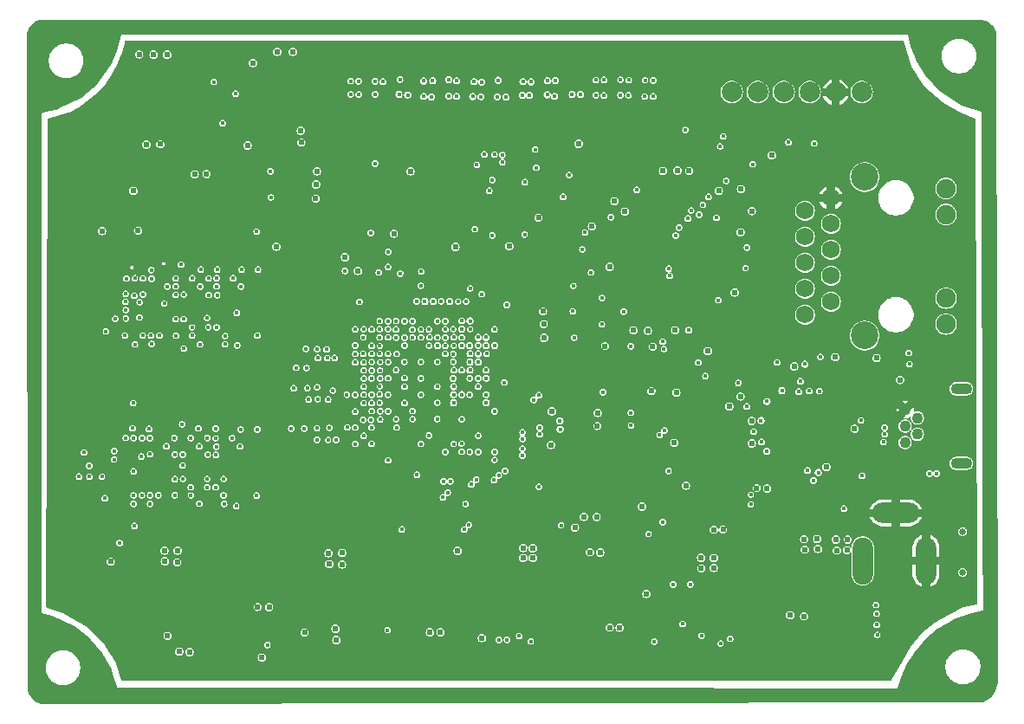
<source format=gbr>
%TF.GenerationSoftware,KiCad,Pcbnew,8.0.6*%
%TF.CreationDate,2025-01-12T20:29:37+06:00*%
%TF.ProjectId,zynq_soc_board_v1,7a796e71-5f73-46f6-935f-626f6172645f,rev?*%
%TF.SameCoordinates,Original*%
%TF.FileFunction,Copper,L5,Inr*%
%TF.FilePolarity,Positive*%
%FSLAX46Y46*%
G04 Gerber Fmt 4.6, Leading zero omitted, Abs format (unit mm)*
G04 Created by KiCad (PCBNEW 8.0.6) date 2025-01-12 20:29:37*
%MOMM*%
%LPD*%
G01*
G04 APERTURE LIST*
%TA.AperFunction,ComponentPad*%
%ADD10C,2.000000*%
%TD*%
%TA.AperFunction,ComponentPad*%
%ADD11C,1.750000*%
%TD*%
%TA.AperFunction,ComponentPad*%
%ADD12C,1.900000*%
%TD*%
%TA.AperFunction,ComponentPad*%
%ADD13C,2.700000*%
%TD*%
%TA.AperFunction,ComponentPad*%
%ADD14C,1.100000*%
%TD*%
%TA.AperFunction,ComponentPad*%
%ADD15O,2.100000X1.100000*%
%TD*%
%TA.AperFunction,ComponentPad*%
%ADD16O,2.000000X4.600000*%
%TD*%
%TA.AperFunction,ComponentPad*%
%ADD17O,4.600000X2.000000*%
%TD*%
%TA.AperFunction,ComponentPad*%
%ADD18C,0.650000*%
%TD*%
%TA.AperFunction,ViaPad*%
%ADD19C,0.450000*%
%TD*%
%TA.AperFunction,ViaPad*%
%ADD20C,0.620000*%
%TD*%
%TA.AperFunction,ViaPad*%
%ADD21C,1.000000*%
%TD*%
G04 APERTURE END LIST*
D10*
%TO.N,/zynq_jtag/JTAG_TMS*%
%TO.C,J300*%
X181600000Y-64740000D03*
%TO.N,/zynq_jtag/JTAG_TDI*%
X184140000Y-64740000D03*
%TO.N,/zynq_jtag/JTAG_TD0*%
X186680000Y-64740000D03*
%TO.N,/zynq_jtag/JTAG_TCK*%
X189220000Y-64740000D03*
%TO.N,GND*%
X191760000Y-64740000D03*
%TO.N,+3V3*%
X194300000Y-64740000D03*
%TD*%
D11*
%TO.N,unconnected-(J800-VCC-Pad1)*%
%TO.C,J800*%
X188760000Y-86500000D03*
%TO.N,MDI0_P*%
X191300000Y-85230000D03*
%TO.N,MDI0_N*%
X188760000Y-83960000D03*
%TO.N,MDI1_P*%
X191300000Y-82690000D03*
%TO.N,MDI2_P*%
X188760000Y-81420000D03*
%TO.N,MDI2_N*%
X191300000Y-80150000D03*
%TO.N,MDI1_N*%
X188760000Y-78880000D03*
%TO.N,MDI3_P*%
X191300000Y-77610000D03*
%TO.N,MDI3_N*%
X188760000Y-76340000D03*
%TO.N,GND*%
X191300000Y-75070000D03*
D12*
%TO.N,+3V3*%
X202550000Y-87405000D03*
%TO.N,/ethernet_gigabit/ETH_LED_GR_K*%
X202550000Y-84865000D03*
%TO.N,/ethernet_gigabit/ETH_LED_YL_A*%
X202550000Y-76695000D03*
%TO.N,+3V3*%
X202550000Y-74155000D03*
D13*
%TO.N,CGND*%
X194600000Y-73035000D03*
X194600000Y-88525000D03*
%TD*%
D14*
%TO.N,+5V_USB_AB*%
%TO.C,J900*%
X198550000Y-98980000D03*
%TO.N,/USB-2-HS/USB_HS_D_N*%
X199750000Y-98180000D03*
%TO.N,/USB-2-HS/USB_HS_D_P*%
X198550000Y-97380000D03*
%TO.N,/USB-2-HS/USB_HS_ID*%
X199750000Y-96580000D03*
%TO.N,GND*%
X198550000Y-95780000D03*
D15*
%TO.N,CGND*%
X204050000Y-101030000D03*
X204050000Y-93730000D03*
%TD*%
D16*
%TO.N,+VDC*%
%TO.C,J100*%
X194390000Y-110567500D03*
%TO.N,GND*%
X200590000Y-110567500D03*
D17*
X197640000Y-105867500D03*
%TD*%
D18*
%TO.N,*%
%TO.C,J301*%
X204170000Y-107690000D03*
X204170000Y-111690000D03*
%TD*%
D19*
%TO.N,PG_1V0*%
X160840000Y-117910000D03*
X147980000Y-117320000D03*
D20*
%TO.N,GND*%
X183730000Y-88180000D03*
X116360000Y-108850000D03*
D19*
X135200000Y-89270000D03*
X144450000Y-81520000D03*
D20*
X168970000Y-98380000D03*
X197320000Y-95310000D03*
D19*
X150830000Y-84460000D03*
D20*
X191080000Y-98290000D03*
X160460000Y-117070000D03*
D19*
X159390000Y-97110000D03*
X148010325Y-97519675D03*
X174680000Y-94050000D03*
D20*
X142310000Y-72710000D03*
D19*
X199640000Y-99310000D03*
D20*
X150940000Y-117410000D03*
D19*
X195950000Y-97870000D03*
D20*
X174370000Y-99180000D03*
X117600000Y-76650000D03*
D19*
X122360000Y-104950000D03*
X131200000Y-104970000D03*
X153629675Y-95919675D03*
D20*
X194990000Y-100530000D03*
D19*
X189570000Y-91260000D03*
X150420000Y-93520000D03*
X155200000Y-92730000D03*
X169970000Y-110920000D03*
D20*
X138510000Y-63730000D03*
X137440000Y-63740000D03*
D19*
X124080000Y-89350000D03*
X123950000Y-104990000D03*
X157210000Y-85151387D03*
X122590000Y-108060000D03*
X146410000Y-87110000D03*
X130980000Y-64800000D03*
D20*
X164000000Y-94990000D03*
D19*
X184540000Y-112190000D03*
X122190000Y-81870000D03*
X182740000Y-115720000D03*
D20*
X187850000Y-103330000D03*
D19*
X174740000Y-65090000D03*
X148390000Y-111380000D03*
D20*
X185760000Y-69660000D03*
D19*
X174320000Y-97530000D03*
X132320000Y-111740000D03*
D20*
X145040000Y-117480000D03*
D19*
X183120000Y-93160000D03*
X125690203Y-89346850D03*
X130471288Y-88518941D03*
X138240000Y-71620000D03*
X178440000Y-112710000D03*
D20*
X193010000Y-91470000D03*
D19*
X132120000Y-82080000D03*
X192380000Y-119990000D03*
X145629676Y-95919675D03*
D20*
X162290000Y-71280000D03*
D19*
X150420000Y-92700000D03*
X155682446Y-72330000D03*
X184560000Y-112940000D03*
X167080000Y-83640000D03*
X155500000Y-103940000D03*
X177270000Y-69240000D03*
X188290000Y-88780000D03*
D20*
X140990000Y-76110000D03*
X181360000Y-116860000D03*
X178020000Y-105320000D03*
D19*
X152810000Y-97500000D03*
X123590000Y-113240000D03*
D20*
X115430000Y-83300000D03*
D19*
X150230000Y-111410000D03*
X185940000Y-111040000D03*
X166510000Y-111250000D03*
D20*
X182900000Y-102200000D03*
D19*
X127960000Y-98530000D03*
X159200000Y-72180000D03*
D20*
X126010000Y-77780000D03*
X181350000Y-94490000D03*
D19*
X182690000Y-115000000D03*
X156800403Y-94310000D03*
X153120000Y-64250000D03*
D20*
X184880000Y-91130000D03*
D19*
X141550000Y-90250000D03*
X157270000Y-77320000D03*
X150429675Y-91119675D03*
X134420000Y-97680000D03*
X155520000Y-64350000D03*
D20*
X195430000Y-82450000D03*
D19*
X169630000Y-85160000D03*
X122270000Y-97670000D03*
D20*
X122090000Y-79380000D03*
D19*
X198300000Y-111810000D03*
X155210000Y-84600000D03*
D20*
X176240000Y-101140000D03*
X193290000Y-94590000D03*
D19*
X149390000Y-111420000D03*
X131280000Y-89370000D03*
X170030000Y-111860000D03*
X157600000Y-97510000D03*
X155690000Y-78660000D03*
X132766140Y-97680000D03*
D20*
X187090000Y-117380000D03*
X182120000Y-107360000D03*
D19*
X153230000Y-118550000D03*
X152819798Y-92690191D03*
X159330000Y-78710000D03*
X148835814Y-91106368D03*
X148370000Y-109990000D03*
X155205000Y-91095745D03*
D20*
X155660000Y-117060000D03*
D19*
X132872905Y-88540550D03*
D20*
X203560000Y-112640000D03*
X183900000Y-95010000D03*
D19*
X148000402Y-89509999D03*
D20*
X169340000Y-107070000D03*
D19*
X136240000Y-111770000D03*
X169270000Y-82430000D03*
X148380000Y-110690000D03*
X160470000Y-85530000D03*
D20*
X167290000Y-107280000D03*
X191030000Y-96740000D03*
D19*
X149220000Y-85030000D03*
X136220000Y-109600000D03*
X144800000Y-92670000D03*
X152020000Y-95910000D03*
D20*
X195550000Y-78210000D03*
D19*
X151220000Y-95110000D03*
D20*
X194630000Y-84150000D03*
X175470000Y-62140000D03*
X146390000Y-82010000D03*
X134320000Y-118350000D03*
D19*
X157994987Y-64341029D03*
X132170000Y-64870000D03*
D20*
X136060000Y-79790000D03*
D19*
X125550000Y-104990000D03*
D20*
X115460000Y-88160000D03*
X171900000Y-83590000D03*
X189610000Y-101140000D03*
D19*
X132320000Y-110960000D03*
X151150000Y-82980000D03*
X171700000Y-94970000D03*
X130315000Y-97735000D03*
D20*
X172030000Y-99680000D03*
X115420000Y-81000000D03*
D19*
X157480000Y-73330000D03*
X152794200Y-99958715D03*
D20*
X181850000Y-102220000D03*
D19*
X192560000Y-103400000D03*
X130520000Y-82070000D03*
D20*
X203030000Y-102500000D03*
D19*
X132330000Y-113220000D03*
X158420000Y-99100000D03*
X149620000Y-96700000D03*
X133540000Y-100170000D03*
D20*
X177080000Y-65560000D03*
D19*
X132766140Y-104143860D03*
D20*
X178110000Y-81970000D03*
X115410000Y-85720000D03*
X170760000Y-83580000D03*
D19*
X178170000Y-92490000D03*
D20*
X180340000Y-81950000D03*
X190790000Y-69750000D03*
D19*
X166480000Y-110480000D03*
X151220000Y-93510000D03*
D20*
X180340000Y-79820000D03*
X145830000Y-77730000D03*
X179260000Y-81970000D03*
X194470000Y-76570000D03*
X126500000Y-118800000D03*
D19*
X136230000Y-110300000D03*
D20*
X182200000Y-87140000D03*
D19*
X130360000Y-104140000D03*
X153610000Y-91120000D03*
D20*
X162990000Y-117370000D03*
X144800000Y-75920000D03*
D19*
X151620000Y-84450000D03*
D20*
X174380000Y-101680000D03*
D19*
X132300000Y-109570000D03*
X170860000Y-89570000D03*
D20*
X168980000Y-95320000D03*
X200020000Y-102550000D03*
D19*
X158420000Y-88700000D03*
D20*
X144680000Y-74390000D03*
D19*
X180110000Y-69440000D03*
X135210000Y-104990000D03*
X130360000Y-104950000D03*
X156030000Y-88710000D03*
X148819914Y-92710000D03*
D20*
X187160000Y-118410000D03*
D19*
X161780000Y-106360000D03*
X161830000Y-99110000D03*
X151060000Y-111410000D03*
D20*
X182610000Y-77340000D03*
D19*
X151230000Y-91900000D03*
X146839894Y-102019216D03*
D20*
X134350000Y-117320000D03*
X141150000Y-81380000D03*
D19*
X124085000Y-82145000D03*
X192340000Y-119130000D03*
D20*
X178110000Y-79840000D03*
X173440000Y-72420000D03*
D19*
X148850000Y-74600000D03*
X123470000Y-108090000D03*
D20*
X172930000Y-89620000D03*
D19*
X158190000Y-71830000D03*
X158060000Y-117580000D03*
D20*
X176310000Y-96080000D03*
D19*
X148050000Y-96680000D03*
D20*
X115440000Y-90520000D03*
X183030000Y-69870000D03*
D19*
X154030000Y-84450000D03*
D20*
X119840000Y-79430000D03*
D19*
X154830000Y-101700000D03*
X161480000Y-69050000D03*
X143500000Y-64180000D03*
X142590000Y-119120000D03*
D20*
X134800000Y-67130000D03*
D19*
X165120000Y-64200000D03*
X133160000Y-111270000D03*
D20*
X187880000Y-104220000D03*
D19*
X160320000Y-64360000D03*
D20*
X117565000Y-72505000D03*
X195130000Y-94380000D03*
X127420000Y-70820000D03*
D19*
X132310000Y-110270000D03*
X155990000Y-98340000D03*
X148820000Y-95110000D03*
X155240000Y-95110000D03*
X148390000Y-112930000D03*
X131160000Y-104150000D03*
X139550000Y-91230000D03*
D20*
X180000000Y-88160000D03*
D19*
X197300000Y-111820000D03*
X126346486Y-98523172D03*
D20*
X142380000Y-74310000D03*
X174720000Y-88020000D03*
D19*
X146340000Y-116740000D03*
X144820000Y-99910000D03*
X140640000Y-90270000D03*
X166530000Y-72830000D03*
D20*
X166180000Y-106260000D03*
D19*
X185100000Y-111010000D03*
X156010324Y-96719676D03*
D20*
X198060000Y-91890000D03*
D19*
X150740000Y-64160000D03*
D20*
X196080000Y-100410000D03*
D19*
X176630000Y-77290000D03*
D20*
X176150000Y-99910000D03*
D19*
X186390000Y-99560000D03*
D20*
X144700000Y-72700000D03*
D19*
X133980000Y-105250000D03*
D20*
X178100000Y-80870000D03*
D19*
X136240000Y-110990000D03*
D20*
X128540000Y-117310000D03*
X180330000Y-80850000D03*
D19*
X185350000Y-112160000D03*
X128066140Y-88526140D03*
D20*
X147662500Y-108510000D03*
D19*
X184320000Y-97570000D03*
X150420000Y-94310000D03*
X185370000Y-112910000D03*
X153230000Y-84490000D03*
D20*
X168530000Y-117340000D03*
X127700000Y-77790000D03*
X129980000Y-78110000D03*
X135180000Y-79170000D03*
X120090000Y-112060000D03*
D19*
X157620000Y-91120000D03*
X132320000Y-112510000D03*
X182010000Y-85260000D03*
D20*
X195820000Y-80140000D03*
D19*
X134500000Y-82070000D03*
D20*
X138270000Y-77200000D03*
X167930000Y-79110000D03*
X172820000Y-97670000D03*
D19*
X170020000Y-112890000D03*
X150420000Y-99110000D03*
D20*
X201870000Y-82120000D03*
D19*
X169370000Y-74860000D03*
D20*
X175710000Y-120400000D03*
D19*
X152020000Y-95110000D03*
X131266140Y-88526140D03*
D20*
X179330000Y-91170000D03*
D19*
X148340000Y-64190000D03*
X186180000Y-112160000D03*
X162750000Y-86770000D03*
D20*
X185440000Y-106010000D03*
D19*
X131966140Y-98556140D03*
D20*
X174510000Y-107550000D03*
D19*
X145610402Y-97490277D03*
X152030000Y-92710000D03*
X132060000Y-82910000D03*
X157600403Y-99910000D03*
X145900000Y-64130000D03*
X169920000Y-64390000D03*
X145639597Y-89510001D03*
X148010000Y-81090000D03*
X125450000Y-113250000D03*
X184010000Y-99910000D03*
X193310000Y-103390000D03*
D20*
X150180000Y-71530000D03*
X188370000Y-69740000D03*
D19*
X158690000Y-74350000D03*
X150420000Y-89510000D03*
X186200000Y-112910000D03*
D20*
X115480000Y-77870000D03*
X197220000Y-100370000D03*
X132530000Y-72750000D03*
D19*
X131970000Y-97700000D03*
X134000000Y-111260000D03*
X166850000Y-86140000D03*
D20*
X135110000Y-77370000D03*
D19*
X157616643Y-87893903D03*
X134070000Y-89520000D03*
D20*
X131450000Y-72780000D03*
D19*
X130456173Y-89350000D03*
X153190000Y-113390000D03*
X148390000Y-112160000D03*
X154434777Y-87105360D03*
X172310000Y-64400000D03*
X127961059Y-104161288D03*
D20*
X188840000Y-98290000D03*
D19*
X170600000Y-87100000D03*
X128190000Y-66810000D03*
X126460000Y-82920000D03*
D20*
X116320000Y-112980000D03*
X174900000Y-113660000D03*
D19*
X134830000Y-111260000D03*
X191900000Y-103400000D03*
X128070000Y-82920000D03*
X168840000Y-76760000D03*
X167470000Y-64220000D03*
X148820000Y-93510000D03*
X162720000Y-64290000D03*
X123870000Y-97670000D03*
D20*
X179260000Y-79840000D03*
D19*
X158215000Y-72705000D03*
X128180000Y-65860000D03*
X152020000Y-87110000D03*
D20*
X131800000Y-69070000D03*
X142290000Y-75860000D03*
D19*
X157370000Y-71930000D03*
X122450000Y-89380000D03*
D20*
X165070000Y-73870000D03*
D19*
X143016597Y-86755530D03*
X158590000Y-68630000D03*
X146420000Y-93500000D03*
D20*
X188790000Y-96740000D03*
D19*
X132930000Y-82050000D03*
X166470000Y-109480000D03*
X142850000Y-94710000D03*
D20*
X168290000Y-89560000D03*
D19*
X149620000Y-87910000D03*
D20*
X182200000Y-95910000D03*
X185500000Y-107620000D03*
D19*
X152020000Y-90310000D03*
X152430000Y-84460000D03*
D20*
X148550000Y-77330000D03*
D19*
X147215494Y-98295086D03*
D20*
X186110000Y-80010000D03*
D19*
X170225000Y-118495000D03*
X166970000Y-112050000D03*
D20*
X164010000Y-100160000D03*
D19*
X133660000Y-84520000D03*
X152815000Y-94305000D03*
X162970000Y-89500000D03*
D20*
%TO.N,+1V8*%
X120910000Y-110630000D03*
X142890000Y-117180000D03*
D19*
X153220000Y-85180000D03*
X151220000Y-92710000D03*
X188150000Y-94010000D03*
D20*
X162160000Y-109320000D03*
D19*
X152070000Y-88680000D03*
D20*
X198050000Y-92860000D03*
X145070000Y-82210000D03*
D19*
X149620000Y-95110000D03*
X190160000Y-93960000D03*
X195720000Y-114870000D03*
X195780000Y-116800000D03*
D20*
X190860000Y-101390000D03*
D19*
X189170000Y-93950000D03*
D20*
X195750000Y-90730000D03*
D19*
X149610000Y-91110000D03*
X150420000Y-95910000D03*
D20*
X161230000Y-110270000D03*
D19*
X151220000Y-94310000D03*
X150420000Y-96710000D03*
X195820000Y-117790000D03*
X149620000Y-93520000D03*
D20*
X168750000Y-109730000D03*
X167740000Y-109700000D03*
D19*
X155234777Y-88707247D03*
X161960000Y-118420000D03*
X195750000Y-115720000D03*
D20*
X191720000Y-90640000D03*
D19*
X152020000Y-89510000D03*
X155230000Y-87090000D03*
D20*
X162170000Y-110270000D03*
X161230000Y-109290000D03*
D19*
X149630000Y-92680000D03*
X149200000Y-82470000D03*
D20*
X187710000Y-91550000D03*
D19*
%TO.N,+1V35*%
X129570000Y-104960000D03*
X123060000Y-97590000D03*
X132860000Y-82930000D03*
X133660000Y-83730000D03*
X145220000Y-85240000D03*
X146420000Y-89529597D03*
X130980000Y-63730000D03*
X130353860Y-103356140D03*
X131310000Y-82070000D03*
D20*
X127410000Y-110690000D03*
D19*
X127147623Y-98550000D03*
X133560000Y-99360000D03*
X127160000Y-104140000D03*
X132766140Y-98556140D03*
X145620000Y-93510000D03*
X129630000Y-89380000D03*
X146410000Y-99110000D03*
X142800000Y-90720000D03*
X133170000Y-105190000D03*
X123160000Y-104980000D03*
X131180000Y-97620000D03*
X128750000Y-98540000D03*
X135180000Y-104170000D03*
X131950000Y-104150000D03*
X145620000Y-91920000D03*
X130456173Y-87703635D03*
D20*
X128620000Y-119470000D03*
D19*
X133700000Y-82070000D03*
X132090000Y-89370000D03*
X128860000Y-82920000D03*
D20*
X127440000Y-109550000D03*
D19*
X144793568Y-95953955D03*
X124670000Y-97660000D03*
X135310000Y-82080000D03*
X142955000Y-98710000D03*
X135230000Y-97690000D03*
X127300000Y-88540000D03*
X127260000Y-82930000D03*
X124900203Y-89346091D03*
D20*
X126160000Y-109550000D03*
D19*
X133260000Y-89490000D03*
X124870000Y-82120000D03*
X131990000Y-104990000D03*
X144819999Y-87910001D03*
X132082905Y-88580000D03*
D20*
X127610000Y-119430000D03*
D19*
X123270000Y-89380000D03*
X124760000Y-104980000D03*
X146400402Y-97510001D03*
X133600000Y-97710000D03*
D20*
X126210000Y-110600000D03*
D19*
X135251000Y-88520000D03*
%TO.N,+0V675_REF*%
X125660000Y-88520000D03*
X129470000Y-97600000D03*
X129700000Y-82080000D03*
X148039597Y-91110000D03*
X125570000Y-104140000D03*
X148020000Y-95920000D03*
X133130000Y-64880000D03*
D20*
%TO.N,VCC*%
X188690000Y-108430000D03*
X173280000Y-113790000D03*
D19*
X174040000Y-118460000D03*
D20*
X188740000Y-109450000D03*
X189950000Y-108410000D03*
X190030000Y-109380000D03*
D19*
%TO.N,PWR_EN*%
X175870000Y-112850000D03*
X177550000Y-112860000D03*
D20*
%TO.N,+5V*%
X184050000Y-103440000D03*
X187320000Y-115860000D03*
X153140000Y-117530000D03*
D19*
X183460000Y-105030000D03*
D20*
X136390000Y-115080000D03*
X125760000Y-69820000D03*
X188680000Y-115970000D03*
X152110000Y-117540000D03*
X169680000Y-117070000D03*
X185060000Y-103480000D03*
X142970000Y-118300000D03*
D19*
X183460000Y-104070000D03*
D20*
X170660000Y-117080000D03*
X135280000Y-115060000D03*
X124410000Y-69850000D03*
D19*
%TO.N,+1V0*%
X148820000Y-96710000D03*
D20*
X139860000Y-117570000D03*
X142280000Y-110870000D03*
D19*
X148010325Y-90300325D03*
X148820000Y-91890403D03*
X152812606Y-96682474D03*
X152820000Y-91110000D03*
X152822888Y-95093418D03*
X151220000Y-91100000D03*
X152829675Y-93500325D03*
D20*
X143520000Y-110900000D03*
D19*
X148005783Y-94314217D03*
D20*
X143530000Y-109780000D03*
X142200000Y-109810000D03*
%TO.N,PG_1V8*%
X126470000Y-117890000D03*
D19*
X136220000Y-118780000D03*
D20*
%TO.N,PG_1V35*%
X134810000Y-61890000D03*
D19*
X178650000Y-117870000D03*
D20*
X135690000Y-120010000D03*
D19*
%TO.N,PG_3V3*%
X176800000Y-116720000D03*
%TO.N,+3V3*%
X173120000Y-65160000D03*
X171500000Y-65040000D03*
D20*
X139490000Y-68500000D03*
D19*
X180480000Y-70040000D03*
X158420000Y-87920000D03*
X156700000Y-71840000D03*
X162745000Y-103315000D03*
X170730000Y-65010000D03*
D20*
X163940000Y-99220000D03*
D19*
X169110000Y-65050000D03*
X170740000Y-63520000D03*
D20*
X193610000Y-97620000D03*
X150210000Y-72470000D03*
D19*
X173930000Y-65140000D03*
X156829675Y-98319675D03*
X164920000Y-107080000D03*
X169020000Y-94060000D03*
X175530000Y-82690000D03*
X148839809Y-97510202D03*
D20*
X183570000Y-76350000D03*
D19*
X173130000Y-63560000D03*
X148019999Y-92690403D03*
X155210000Y-96710000D03*
X156010403Y-94310000D03*
X173930000Y-63580000D03*
X148020000Y-100720000D03*
X171530000Y-63530000D03*
X158220000Y-73320000D03*
X150840000Y-102150000D03*
X156839598Y-99909999D03*
D20*
X172820000Y-105240000D03*
X166650000Y-69770000D03*
D19*
X148800000Y-87920000D03*
X158424217Y-95925211D03*
D20*
X168390000Y-106260000D03*
D19*
X169140000Y-63540000D03*
X159460000Y-101760000D03*
D20*
X162720000Y-77010000D03*
X125110000Y-61060000D03*
X179860000Y-107500000D03*
D19*
X168320000Y-63540000D03*
X147215360Y-87095223D03*
X154410000Y-91090690D03*
X147215360Y-95095223D03*
D20*
X178620000Y-110250000D03*
X148580000Y-78560000D03*
X143810000Y-80870000D03*
X185520000Y-70900000D03*
X179870000Y-110280000D03*
X123120000Y-74380000D03*
X173890000Y-89620000D03*
D19*
X153620000Y-99900000D03*
D20*
X179840000Y-111240000D03*
X139530000Y-69650000D03*
X169230000Y-89550000D03*
X178630000Y-111280000D03*
X134280000Y-69940000D03*
X180750000Y-107490000D03*
X154600000Y-79860000D03*
X123690000Y-61030000D03*
D19*
X181450000Y-118170000D03*
D20*
X157200000Y-118100000D03*
X126430000Y-61060000D03*
X183550000Y-96860000D03*
D19*
X159170000Y-70880000D03*
D20*
X138700000Y-60780000D03*
X176080000Y-88000000D03*
X183570000Y-99060000D03*
D19*
X151220000Y-99120000D03*
X156000402Y-92710001D03*
D20*
X159870000Y-79790000D03*
D19*
X159390000Y-93110000D03*
D20*
X182500000Y-74210000D03*
X154820000Y-109570000D03*
X137190000Y-60780000D03*
D19*
X157639598Y-90310001D03*
D20*
X173400000Y-88040000D03*
D19*
X157910000Y-74370000D03*
X168330000Y-65030000D03*
D20*
%TO.N,+0V675*%
X130280000Y-72740000D03*
D19*
X131850000Y-67760000D03*
D20*
X120070000Y-78310000D03*
X129120000Y-72760000D03*
X123590000Y-78280000D03*
D21*
%TO.N,CGND*%
X190000000Y-123500000D03*
X120000000Y-58500000D03*
X113500000Y-65000000D03*
X175000000Y-58500000D03*
X170000000Y-58500000D03*
X135000000Y-123500000D03*
X113500000Y-80000000D03*
X150000000Y-58500000D03*
X206790000Y-65020000D03*
X206790000Y-70020000D03*
X165000000Y-58500000D03*
X200000000Y-58500000D03*
X185000000Y-123500000D03*
X206790000Y-105020000D03*
X190000000Y-58500000D03*
X206790000Y-80020000D03*
X130000000Y-58500000D03*
X180000000Y-58500000D03*
X120000000Y-123500000D03*
X125000000Y-58500000D03*
X185000000Y-58500000D03*
X113500000Y-105000000D03*
X206790000Y-95020000D03*
X195000000Y-123500000D03*
X113500000Y-110000000D03*
X113500000Y-99500000D03*
X155000000Y-58500000D03*
X206790000Y-75020000D03*
X145000000Y-123500000D03*
X113500000Y-70000000D03*
X150000000Y-123500000D03*
X194999968Y-58500000D03*
X160000000Y-123500000D03*
X207000000Y-115000000D03*
X207000000Y-110000000D03*
X125000000Y-123500000D03*
X135000000Y-58500000D03*
X145000000Y-58500000D03*
X165000000Y-123500000D03*
X160000000Y-58500000D03*
X113500000Y-95000000D03*
X140000000Y-58500000D03*
X140000000Y-123500000D03*
X206790000Y-85020000D03*
X155000000Y-123500000D03*
X180000000Y-123500000D03*
X130000000Y-123500000D03*
X113500000Y-115000000D03*
X206790000Y-90020000D03*
X113500000Y-75000000D03*
X175000000Y-123500000D03*
X113500000Y-90000000D03*
X113500000Y-85000000D03*
X200000000Y-123500000D03*
X170000000Y-123500000D03*
X206790000Y-100020000D03*
D19*
%TO.N,+1V8_PLL*%
X148840364Y-90310727D03*
%TO.N,/zynq_jtag/VSUB_FILT*%
X186050000Y-91150000D03*
D20*
%TO.N,+1V8_FTDI*%
X167170000Y-106250000D03*
X177130000Y-103200000D03*
X181370000Y-95460000D03*
X164040000Y-95950000D03*
D19*
%TO.N,/zynq_processing_system_ps/MIO_VRFF_OV9*%
X151230000Y-88710000D03*
%TO.N,PS_NRST*%
X165710000Y-72830000D03*
X121790000Y-108810000D03*
X151260000Y-82260000D03*
D20*
%TO.N,PS_NPOR*%
X166280000Y-107310000D03*
D19*
X159640000Y-118270000D03*
X148824366Y-87094942D03*
X180500000Y-118640000D03*
%TO.N,/zynq_processing_system_ps/EMMC_VDDI*%
X161380000Y-73520000D03*
D20*
%TO.N,+1V8_ETH*%
X179260000Y-90040000D03*
X176290000Y-72400000D03*
X167950000Y-77860000D03*
X174880000Y-72430000D03*
D19*
X175430000Y-82000000D03*
D20*
X172010000Y-88020000D03*
X180350000Y-74380000D03*
X171160000Y-76400000D03*
%TO.N,+1V0_ETH*%
X169680000Y-81810000D03*
D19*
X180300000Y-85070000D03*
X182950000Y-81940000D03*
X183100000Y-79920000D03*
X176140000Y-78750000D03*
D20*
%TO.N,+3V3_ETH*%
X182470000Y-78430000D03*
X181900000Y-84310000D03*
%TO.N,+VDC*%
X192860000Y-109510000D03*
X191870000Y-109530000D03*
X191780000Y-108470000D03*
X192940000Y-108470000D03*
D19*
%TO.N,/zynq_jtag/USB_FTDI_D_N*%
X174563703Y-98264779D03*
X201605363Y-102021340D03*
%TO.N,/zynq_jtag/USB_FTDI_D_P*%
X175023323Y-97805159D03*
X200955363Y-102021340D03*
%TO.N,/USB-2-HS/USB_HS_D_N*%
X196566155Y-98165000D03*
%TO.N,/USB-2-HS/USB_HS_D_P*%
X196566155Y-97515000D03*
%TO.N,MIO50*%
X145160000Y-64960000D03*
%TO.N,PL_B35_L6_N*%
X156820001Y-89490403D03*
X152280000Y-65200000D03*
%TO.N,PL_B35_L7_N*%
X163580000Y-63620000D03*
X164820000Y-96870000D03*
%TO.N,PL_B35_L16_P*%
X156029676Y-90300324D03*
X153950000Y-63520000D03*
%TO.N,PL_B35_L20_N*%
X154439597Y-91910000D03*
X149940000Y-65030000D03*
%TO.N,PL_B35_L13_P*%
X157110000Y-65180000D03*
X156020000Y-91110000D03*
%TO.N,PL_B35_IO25*%
X155234777Y-91905360D03*
X159515000Y-65210000D03*
%TO.N,PL_B35_L22_N*%
X154420202Y-94315000D03*
X164300000Y-65140000D03*
%TO.N,PL_B35_L3_N*%
X157610000Y-88700403D03*
X152380000Y-63630000D03*
%TO.N,MIO51*%
X145130000Y-63660000D03*
%TO.N,PL_B35_L24_N*%
X156030000Y-91910000D03*
X158690000Y-65180000D03*
%TO.N,PL_B35_L13_N*%
X156830000Y-91110000D03*
X156290000Y-65160000D03*
%TO.N,PL_B35_L3_P*%
X156820000Y-88700403D03*
X151510000Y-63640000D03*
%TO.N,PL_B35_L6_P*%
X155994831Y-89505634D03*
X151520000Y-65140000D03*
%TO.N,PL_B35_L5_N*%
X158420000Y-89510000D03*
X154720000Y-65140000D03*
%TO.N,PL_B35_L23_N*%
X155220000Y-94290403D03*
X166010000Y-64960000D03*
%TO.N,PL_B35_L22_P*%
X163570000Y-64990000D03*
X154424640Y-93524777D03*
%TO.N,PL_B35_L8_P*%
X157620000Y-95090404D03*
X161815000Y-65042696D03*
%TO.N,PL_B35_L8_N*%
X157620000Y-94310000D03*
X161165000Y-65042696D03*
%TO.N,PL_B35_L14_N*%
X157610000Y-91910000D03*
X156430000Y-63700000D03*
%TO.N,PL_B35_L16_N*%
X156830000Y-90310000D03*
X154730000Y-63630000D03*
%TO.N,PL_B35_L11_N*%
X156810000Y-93520000D03*
X158780000Y-63560000D03*
%TO.N,PL_B35_L14_P*%
X157620000Y-92710000D03*
X157180000Y-63740000D03*
%TO.N,PL_B35_L7_P*%
X164345512Y-63599638D03*
X164840000Y-97710000D03*
%TO.N,MIO49*%
X149180000Y-63500000D03*
X152820000Y-87110000D03*
%TO.N,PL_B35_L9_N*%
X162737239Y-94352892D03*
X161200000Y-63710000D03*
%TO.N,PL_B35_L9_P*%
X162277619Y-94812512D03*
X161980000Y-63720000D03*
%TO.N,PL_B35_L20_P*%
X154400000Y-92730000D03*
X149090000Y-64950000D03*
%TO.N,PL_B35_L5_P*%
X153940000Y-65110000D03*
X157610000Y-89500000D03*
%TO.N,PL_B35_L23_P*%
X166810000Y-64950000D03*
X154420000Y-95100000D03*
%TO.N,PL_B34_L14_P*%
X162850851Y-97514205D03*
%TO.N,PL_B34_L16_P*%
X161143585Y-99585000D03*
%TO.N,PL_B34_L10_N*%
X155921599Y-107035396D03*
%TO.N,PL_B34_L11_N*%
X155190000Y-99080000D03*
%TO.N,PL_B34_L17_N*%
X158834810Y-102195190D03*
%TO.N,PL_B34_L7_P*%
X156165190Y-103074810D03*
%TO.N,PL_B34_L17_P*%
X158375190Y-102654810D03*
%TO.N,PL_B34_L18_N*%
X156020000Y-99900000D03*
%TO.N,PL_B34_L22_N*%
X158429676Y-99900324D03*
%TO.N,PL_B34_L8_N*%
X154095000Y-102774986D03*
%TO.N,PL_B34_L15_P*%
X161180000Y-97985000D03*
%TO.N,PL_B34_L10_P*%
X155461979Y-107495016D03*
%TO.N,PL_B34_L16_N*%
X161143585Y-100235000D03*
%TO.N,PL_B34_L8_P*%
X153445000Y-102774986D03*
%TO.N,PL_B34_L18_P*%
X155220202Y-99890191D03*
%TO.N,DONE*%
X149350000Y-107480000D03*
X158860000Y-118280000D03*
%TO.N,PL_B34_L22_P*%
X158420000Y-100690403D03*
%TO.N,PL_B34_L7_N*%
X156624810Y-102615190D03*
%TO.N,PL_B34_L14_N*%
X162850851Y-98164205D03*
%TO.N,PL_B34_L11_P*%
X154420000Y-99120000D03*
%TO.N,PL_B34_L15_N*%
X161180000Y-98635000D03*
%TO.N,PL_B34_L4_P*%
X153374448Y-104344068D03*
%TO.N,PL_B34_L4_N*%
X153834068Y-103884448D03*
%TO.N,TDI_0*%
X183640000Y-71780000D03*
X147229675Y-91119675D03*
X179040000Y-92480000D03*
%TO.N,TMS_0*%
X147230000Y-92700000D03*
X180770000Y-69050000D03*
X174990000Y-89850000D03*
%TO.N,/zynq_jtag/NPROGRAM*%
X135170000Y-78370000D03*
X147220000Y-93490403D03*
%TO.N,TDO_0*%
X178330000Y-91160000D03*
X187150000Y-69620000D03*
X147220000Y-90310000D03*
%TO.N,TCK_0*%
X149620000Y-89500000D03*
X189650000Y-69740000D03*
X182260000Y-93160000D03*
%TO.N,/zynq_jtag/M0*%
X146750000Y-71710000D03*
%TO.N,QSPI_DQ1_M1*%
X148020000Y-87890403D03*
D20*
X140990000Y-73770000D03*
D19*
%TO.N,/zynq_jtag/M1*%
X136530000Y-72470000D03*
%TO.N,/zynq_jtag/M2*%
X136570000Y-75020000D03*
D20*
%TO.N,QSPI_DQ2_M2*%
X140950000Y-75150000D03*
D19*
X148015000Y-81815000D03*
D20*
%TO.N,/zynq_jtag/FTDI_NRST*%
X176200000Y-94110000D03*
X182450000Y-94470000D03*
D19*
%TO.N,/zynq_jtag/FTDI_EEDATA*%
X173470000Y-107930000D03*
%TO.N,/zynq_jtag/FTDI_EECLK*%
X174850000Y-106760000D03*
%TO.N,/zynq_jtag/FTDI_EECS*%
X175420000Y-101760000D03*
D20*
%TO.N,/zynq_jtag/FTDI_REF*%
X175980000Y-99010000D03*
%TO.N,/zynq_jtag/FTDI_NPOR*%
X173750000Y-93950000D03*
%TO.N,FTDI_TX*%
X168490000Y-96090000D03*
D19*
%TO.N,UART1_RX*%
X147110000Y-82360000D03*
X171760000Y-96070000D03*
%TO.N,UART1_TX_VCFG1*%
X146420000Y-87920000D03*
X171770000Y-97310000D03*
D20*
%TO.N,FTDI_RX*%
X168470000Y-97350000D03*
D19*
%TO.N,/zynq_processing_system_ps/VCFG0*%
X148810324Y-88719676D03*
%TO.N,ETH_PHY_TXCLK*%
X176440000Y-77970000D03*
X168930000Y-84840000D03*
%TO.N,ETH_PHY_TXD0*%
X168910000Y-87420000D03*
X177628664Y-76307154D03*
D20*
%TO.N,/zynq_processing_system_ps/ETH_TXD0*%
X163230000Y-87420000D03*
D19*
X154420000Y-89510000D03*
%TO.N,ETH_PHY_TXD1*%
X178430000Y-76710000D03*
X166120000Y-83670000D03*
%TO.N,/zynq_processing_system_ps/ETH_TXD2*%
X151210000Y-87910000D03*
D20*
X163160000Y-86160000D03*
D19*
%TO.N,ETH_PHY_TXD2*%
X178800000Y-75760000D03*
X166080000Y-86160000D03*
%TO.N,ETH_PHY_TXD3*%
X167860000Y-82360000D03*
X179335001Y-74964976D03*
%TO.N,ETH_PHY_TXCTL*%
X166210000Y-88740000D03*
X177330000Y-77080000D03*
%TO.N,/zynq_processing_system_ps/ETH_TXCTL*%
X153620000Y-90310000D03*
D20*
X163280000Y-88750000D03*
D19*
%TO.N,/zynq_processing_system_ps/PS_LED*%
X147205086Y-88714506D03*
D20*
X137090000Y-79830000D03*
D19*
%TO.N,/zynq_processing_system_ps/ETH_NRST*%
X177080000Y-68420000D03*
X157190000Y-84470000D03*
%TO.N,PS_CLK_33M333*%
X148023894Y-88694456D03*
X146330000Y-78490000D03*
%TO.N,SD_D0*%
X150434777Y-88714640D03*
%TO.N,SD_D1*%
X158220000Y-78740000D03*
X149619798Y-88729809D03*
%TO.N,SD_D2*%
X156510000Y-78130000D03*
X147210000Y-87900000D03*
%TO.N,SD_D3*%
X165140000Y-74970000D03*
X149629676Y-87119676D03*
%TO.N,SD_CMD*%
X158410000Y-70830000D03*
X162380000Y-70340000D03*
X148030000Y-87110000D03*
%TO.N,/zynq_processing_system_ps/EMMC_NRST*%
X159180000Y-71570000D03*
X162500000Y-72110000D03*
%TO.N,SD_CLK*%
X150390000Y-87940000D03*
%TO.N,/zynq_programmable_logic/LED_PL*%
X155600000Y-105000000D03*
X152020000Y-98300000D03*
%TO.N,/zynq_ddr/DDR_VRN*%
X146435726Y-91113717D03*
%TO.N,/zynq_ddr/DDR_VRP*%
X147223717Y-91925726D03*
%TO.N,ETH_RXD0*%
X169810000Y-76950000D03*
X152020000Y-87910000D03*
D20*
%TO.N,ETH_RXD1*%
X170140000Y-75390000D03*
D19*
X155635000Y-85190000D03*
%TO.N,ETH_RXD2*%
X154415360Y-90324777D03*
X172330000Y-74280000D03*
D20*
%TO.N,ETH_RXD3*%
X177440000Y-72440000D03*
D19*
X154850000Y-85190000D03*
%TO.N,ETH_RXCTL*%
X153620000Y-87900000D03*
X167280000Y-78450000D03*
%TO.N,ETH_RXCLK*%
X156030000Y-83920000D03*
X167010000Y-80100000D03*
%TO.N,ETH_NINT*%
X152820000Y-88710000D03*
X171050000Y-86190000D03*
%TO.N,ETH_MDIO*%
X151210000Y-83660000D03*
X180110000Y-77010000D03*
%TO.N,PL_CLK_125MHZ*%
X177410000Y-87990000D03*
X156820000Y-92710000D03*
%TO.N,/ethernet_gigabit/ETH_LED0*%
X198900000Y-90230000D03*
X171760000Y-89570000D03*
%TO.N,/ethernet_gigabit/ETH_LED2*%
X198960000Y-91300000D03*
X174860000Y-89120000D03*
%TO.N,USB_NRST*%
X154400691Y-87899999D03*
X190280000Y-90610000D03*
%TO.N,/USB-2-HS/USB_PHY_VBUS*%
X194235000Y-96825000D03*
%TO.N,USB_CLK*%
X151620000Y-85190000D03*
X186510000Y-93910000D03*
%TO.N,USB_NXT*%
X185055000Y-94965000D03*
X155220000Y-89505634D03*
%TO.N,USB_DATA2*%
X183730000Y-97910000D03*
X152420000Y-85190000D03*
%TO.N,DDR_DQ13*%
X144800000Y-91130000D03*
X128860000Y-88520000D03*
%TO.N,DDR_DQ11*%
X145619542Y-91130079D03*
X128850000Y-87720000D03*
%TO.N,DDR_DQ15*%
X139030000Y-91670000D03*
X131260000Y-87720000D03*
%TO.N,DDR_DM1*%
X133230000Y-86310000D03*
X142020000Y-89875000D03*
%TO.N,USB_DATA3*%
X184510000Y-98930000D03*
X152834914Y-89505494D03*
%TO.N,ETH_MDC*%
X150420000Y-87110000D03*
X181060000Y-73410000D03*
%TO.N,MIO44*%
X147530000Y-63710000D03*
X153620000Y-89520000D03*
%TO.N,USB_DATA1*%
X154440000Y-88690000D03*
X184470000Y-96830000D03*
%TO.N,USB_DATA5*%
X189590000Y-102700000D03*
%TO.N,DDR_DQ14*%
X140010000Y-89820000D03*
X131253860Y-82913860D03*
%TO.N,DDR_DQS1_N*%
X142060000Y-90720000D03*
X130500000Y-84560000D03*
%TO.N,MIO47*%
X146750000Y-64950000D03*
%TO.N,DDR_DQ12*%
X130340000Y-86800000D03*
X140050000Y-91700000D03*
%TO.N,QSPI_NCS*%
X148050000Y-80350000D03*
D20*
X141060000Y-72470000D03*
D19*
%TO.N,USB_STP*%
X188770000Y-91320000D03*
X155210000Y-87900000D03*
%TO.N,MIO46*%
X156029676Y-87900324D03*
%TO.N,MIO48*%
X144360000Y-64950000D03*
%TO.N,USB_DATA7*%
X159650000Y-85530000D03*
X190069019Y-101916528D03*
%TO.N,USB_DATA6*%
X189030000Y-101730000D03*
X153610000Y-88720000D03*
%TO.N,USB_DATA4*%
X185040000Y-99830000D03*
X156034254Y-87095000D03*
%TO.N,DDR_DQ9*%
X144820458Y-89489921D03*
X131260000Y-83707623D03*
%TO.N,MIO45*%
X146740000Y-63670000D03*
%TO.N,DDR_DQS1_P*%
X131310000Y-84580000D03*
X141160000Y-90720000D03*
%TO.N,USB_DIR*%
X153629675Y-87100325D03*
X188300000Y-93000000D03*
%TO.N,USB_DATA0*%
X154025000Y-85190000D03*
X183090000Y-95460000D03*
%TO.N,DDR_DQ8*%
X129670000Y-83720000D03*
X141080000Y-89850000D03*
%TO.N,DDR_DQ10*%
X130466140Y-82926140D03*
X144830000Y-90320000D03*
%TO.N,MIO43*%
X144350000Y-63650000D03*
%TO.N,DDR_CK_N*%
X127172946Y-102562946D03*
X127250000Y-86910000D03*
X144820000Y-94320000D03*
%TO.N,USB_PHY_CPEN*%
X196420000Y-98920000D03*
X192580000Y-105450000D03*
%TO.N,DDR_CK_P*%
X127980000Y-102550000D03*
X144000403Y-94310000D03*
X128055000Y-86915000D03*
%TO.N,DDR_CKE*%
X123250000Y-107140000D03*
X128070000Y-89790000D03*
X142150000Y-94770000D03*
%TO.N,DDR_NCS*%
X126460000Y-83730000D03*
X141130000Y-94750000D03*
X126353860Y-99343860D03*
%TO.N,DDR_NRAS*%
X128060000Y-84520000D03*
X146439599Y-95910002D03*
X127950000Y-100160000D03*
%TO.N,DDR_NCAS*%
X127260000Y-84530000D03*
X147234777Y-96714640D03*
X127160000Y-100150000D03*
%TO.N,DDR_NWE*%
X127940000Y-101220000D03*
X146429675Y-95119675D03*
X127260000Y-83707623D03*
%TO.N,DDR_BA0*%
X147210000Y-94270000D03*
X123110000Y-95130000D03*
%TO.N,DDR_BA1*%
X124760000Y-104140000D03*
X124860000Y-88532377D03*
X146360000Y-96760000D03*
%TO.N,DDR_BA2*%
X146450000Y-91940000D03*
X121230000Y-100640000D03*
X123750000Y-85270000D03*
%TO.N,DDR_A0*%
X140250000Y-94770000D03*
X124770000Y-100130000D03*
%TO.N,DDR_A1*%
X141069834Y-93580166D03*
X123160000Y-101800000D03*
X123730000Y-86760000D03*
%TO.N,DDR_A2*%
X123925166Y-100354834D03*
X145620000Y-94300000D03*
X124075000Y-84505000D03*
%TO.N,DDR_A3*%
X138810000Y-93670000D03*
X124900000Y-82960000D03*
X124753860Y-98543860D03*
%TO.N,DDR_A4*%
X124047623Y-88520000D03*
X145620000Y-95115000D03*
X123960000Y-104150000D03*
%TO.N,DDR_A5*%
X123970000Y-98550000D03*
X142630000Y-93910000D03*
X124070000Y-82940000D03*
%TO.N,DDR_A6*%
X123160000Y-104150000D03*
X146410000Y-94310000D03*
X122310000Y-88530000D03*
%TO.N,DDR_A7*%
X145640000Y-92725000D03*
X123260000Y-82920000D03*
X123160000Y-98537623D03*
%TO.N,DDR_A8*%
X120460000Y-88110000D03*
X140120000Y-93670000D03*
X120350000Y-104430000D03*
%TO.N,DDR_A9*%
X146400191Y-92709798D03*
X123230000Y-84630000D03*
X121240000Y-99820000D03*
%TO.N,DDR_A10*%
X122340000Y-85215000D03*
X118810000Y-101250000D03*
X147220000Y-89520000D03*
%TO.N,DDR_A11*%
X122410000Y-86870000D03*
X120050000Y-102320000D03*
X146420000Y-90300000D03*
%TO.N,DDR_A12*%
X122390000Y-86030000D03*
X145610000Y-88710000D03*
X117830000Y-102310000D03*
%TO.N,DDR_A13*%
X122390000Y-84450000D03*
X145634914Y-87905494D03*
X118300000Y-99960000D03*
%TO.N,DDR_A14*%
X121350000Y-86890000D03*
X145600403Y-90310000D03*
X118830000Y-102330000D03*
%TO.N,DDR_ODT*%
X127800000Y-81580000D03*
X147229676Y-95919676D03*
%TO.N,DDR_NRST*%
X122465000Y-82950000D03*
X143810000Y-82210000D03*
X122385000Y-98530000D03*
%TO.N,DDR_DM2*%
X131960000Y-102550000D03*
X142290000Y-97550000D03*
%TO.N,DDR_DQ17*%
X129553860Y-99343860D03*
X139830000Y-97620000D03*
%TO.N,DDR_DQ22*%
X128760000Y-104150000D03*
X142145716Y-98742104D03*
%TO.N,DDR_DQS2_N*%
X130390000Y-100170000D03*
X144810000Y-97510000D03*
%TO.N,DDR_DQ20*%
X130360000Y-102550000D03*
X145619999Y-98329598D03*
%TO.N,DDR_DQ16*%
X138570000Y-97620000D03*
X131223437Y-99385000D03*
%TO.N,DDR_DQS2_P*%
X131200000Y-100190000D03*
X144020000Y-97500000D03*
%TO.N,DDR_DQ21*%
X144824217Y-99125211D03*
X131166140Y-103356140D03*
%TO.N,DDR_DQ18*%
X130370000Y-98550000D03*
X145592237Y-96772237D03*
%TO.N,DDR_DQ23*%
X128753860Y-103356140D03*
X141070000Y-98710000D03*
%TO.N,DDR_DQ19*%
X141050000Y-97560000D03*
X131160000Y-98572509D03*
%TO.N,+5V_USB_SW*%
X194350000Y-102240000D03*
%TO.N,DDR_A0*%
X126140000Y-85390000D03*
%TO.N,DDR_ODT*%
X127900000Y-97210000D03*
%TO.N,SD_D0*%
X161360000Y-78650000D03*
%TO.N,EMMC_CLK*%
X157420000Y-70810000D03*
%TO.N,USB_DATA5*%
X150820000Y-85180000D03*
%TD*%
%TA.AperFunction,Conductor*%
%TO.N,CGND*%
G36*
X205837501Y-57673333D02*
G01*
X205851756Y-57674524D01*
X205854434Y-57674444D01*
X205854437Y-57674445D01*
X205889486Y-57673398D01*
X205893137Y-57673344D01*
X205894175Y-57673344D01*
X205898980Y-57673438D01*
X206100997Y-57681361D01*
X206117985Y-57683207D01*
X206313159Y-57718182D01*
X206329752Y-57722356D01*
X206423995Y-57753110D01*
X206518243Y-57783866D01*
X206534093Y-57790279D01*
X206645718Y-57844690D01*
X206712320Y-57877155D01*
X206727148Y-57885696D01*
X206891722Y-57996284D01*
X206905224Y-58006779D01*
X207052997Y-58138966D01*
X207064934Y-58151228D01*
X207193100Y-58302502D01*
X207203235Y-58316291D01*
X207309351Y-58483765D01*
X207317490Y-58498817D01*
X207399543Y-58679315D01*
X207405534Y-58695346D01*
X207454473Y-58860222D01*
X207459599Y-58895230D01*
X207600778Y-122199966D01*
X207599610Y-122214400D01*
X207600836Y-122251884D01*
X207600902Y-122255673D01*
X207600906Y-122257566D01*
X207600846Y-122261682D01*
X207592726Y-122522808D01*
X207591228Y-122538547D01*
X207550436Y-122793474D01*
X207546949Y-122808892D01*
X207474050Y-123056573D01*
X207468628Y-123071423D01*
X207364814Y-123307805D01*
X207357548Y-123321845D01*
X207224499Y-123543103D01*
X207215505Y-123556104D01*
X207055389Y-123758635D01*
X207044814Y-123770386D01*
X206860230Y-123950899D01*
X206848246Y-123961209D01*
X206642201Y-124116767D01*
X206629003Y-124125469D01*
X206404834Y-124253551D01*
X206390636Y-124260503D01*
X206151992Y-124359023D01*
X206137025Y-124364112D01*
X205910692Y-124425279D01*
X205878561Y-124429573D01*
X114584978Y-124591550D01*
X114578518Y-124592847D01*
X114550406Y-124595215D01*
X114387367Y-124590332D01*
X114370804Y-124588719D01*
X114151431Y-124552360D01*
X114135232Y-124548543D01*
X113922697Y-124483134D01*
X113907156Y-124477183D01*
X113705306Y-124383909D01*
X113690702Y-124375931D01*
X113503145Y-124256460D01*
X113489741Y-124246597D01*
X113346363Y-124125469D01*
X113319878Y-124103094D01*
X113307926Y-124091537D01*
X113158792Y-123926562D01*
X113148505Y-123913519D01*
X113022804Y-123730059D01*
X113014345Y-123715738D01*
X112914355Y-123517122D01*
X112907886Y-123501789D01*
X112899150Y-123476458D01*
X112835392Y-123291575D01*
X112831034Y-123275514D01*
X112818631Y-123213621D01*
X112787337Y-123057465D01*
X112785173Y-123040983D01*
X112770765Y-122814275D01*
X112770516Y-122805952D01*
X112770684Y-122760451D01*
X112770444Y-122757993D01*
X112768468Y-120888549D01*
X114549500Y-120888549D01*
X114549500Y-121111450D01*
X114549501Y-121111466D01*
X114578594Y-121332452D01*
X114578595Y-121332457D01*
X114578596Y-121332463D01*
X114609498Y-121447790D01*
X114636290Y-121547780D01*
X114636293Y-121547790D01*
X114721593Y-121753722D01*
X114721595Y-121753726D01*
X114833052Y-121946774D01*
X114833057Y-121946780D01*
X114833058Y-121946782D01*
X114968751Y-122123622D01*
X114968757Y-122123629D01*
X115126370Y-122281242D01*
X115126377Y-122281248D01*
X115172901Y-122316947D01*
X115303226Y-122416948D01*
X115496274Y-122528405D01*
X115702219Y-122613710D01*
X115917537Y-122671404D01*
X116138543Y-122700500D01*
X116138550Y-122700500D01*
X116361450Y-122700500D01*
X116361457Y-122700500D01*
X116582463Y-122671404D01*
X116797781Y-122613710D01*
X117003726Y-122528405D01*
X117196774Y-122416948D01*
X117373624Y-122281247D01*
X117531247Y-122123624D01*
X117666948Y-121946774D01*
X117778405Y-121753726D01*
X117863710Y-121547781D01*
X117921404Y-121332463D01*
X117950500Y-121111457D01*
X117950500Y-120888543D01*
X117921404Y-120667537D01*
X117863710Y-120452219D01*
X117778405Y-120246274D01*
X117666948Y-120053226D01*
X117531247Y-119876376D01*
X117531242Y-119876370D01*
X117373629Y-119718757D01*
X117373622Y-119718751D01*
X117196782Y-119583058D01*
X117196780Y-119583057D01*
X117196774Y-119583052D01*
X117003726Y-119471595D01*
X117003722Y-119471593D01*
X116797790Y-119386293D01*
X116797783Y-119386291D01*
X116797781Y-119386290D01*
X116582463Y-119328596D01*
X116582457Y-119328595D01*
X116582452Y-119328594D01*
X116361466Y-119299501D01*
X116361463Y-119299500D01*
X116361457Y-119299500D01*
X116138543Y-119299500D01*
X116138537Y-119299500D01*
X116138533Y-119299501D01*
X115917547Y-119328594D01*
X115917540Y-119328595D01*
X115917537Y-119328596D01*
X115757069Y-119371593D01*
X115702219Y-119386290D01*
X115702209Y-119386293D01*
X115496277Y-119471593D01*
X115496273Y-119471595D01*
X115303226Y-119583052D01*
X115303217Y-119583058D01*
X115126377Y-119718751D01*
X115126370Y-119718757D01*
X114968757Y-119876370D01*
X114968751Y-119876377D01*
X114833058Y-120053217D01*
X114833052Y-120053226D01*
X114721595Y-120246273D01*
X114721593Y-120246277D01*
X114636293Y-120452209D01*
X114636290Y-120452219D01*
X114595417Y-120604762D01*
X114578597Y-120667534D01*
X114578594Y-120667547D01*
X114549501Y-120888533D01*
X114549500Y-120888549D01*
X112768468Y-120888549D01*
X112711278Y-66784862D01*
X114150000Y-66784862D01*
X114150000Y-115679841D01*
X115185451Y-115896949D01*
X115213414Y-115906402D01*
X117386485Y-116943550D01*
X117411589Y-116959481D01*
X117705605Y-117200000D01*
X118983395Y-118245294D01*
X119000997Y-118262928D01*
X120043662Y-119542224D01*
X120055004Y-119558692D01*
X120993095Y-121188007D01*
X121004091Y-121213220D01*
X121140413Y-121653722D01*
X121499569Y-122814275D01*
X121553159Y-122987440D01*
X121553159Y-122987441D01*
X162450000Y-122950000D01*
X197536342Y-123012010D01*
X197846840Y-123012559D01*
X197846840Y-123012558D01*
X197846841Y-123012559D01*
X198250000Y-121800000D01*
X198446326Y-121161938D01*
X198455984Y-121139030D01*
X198553502Y-120960246D01*
X198647155Y-120788549D01*
X202499500Y-120788549D01*
X202499500Y-121011450D01*
X202499501Y-121011466D01*
X202528594Y-121232452D01*
X202528595Y-121232457D01*
X202528596Y-121232463D01*
X202586290Y-121447780D01*
X202586293Y-121447790D01*
X202671593Y-121653722D01*
X202671595Y-121653726D01*
X202783052Y-121846774D01*
X202783057Y-121846780D01*
X202783058Y-121846782D01*
X202918751Y-122023622D01*
X202918757Y-122023629D01*
X203076370Y-122181242D01*
X203076377Y-122181248D01*
X203200678Y-122276627D01*
X203253226Y-122316948D01*
X203446274Y-122428405D01*
X203652219Y-122513710D01*
X203867537Y-122571404D01*
X204088543Y-122600500D01*
X204088550Y-122600500D01*
X204311450Y-122600500D01*
X204311457Y-122600500D01*
X204532463Y-122571404D01*
X204747781Y-122513710D01*
X204953726Y-122428405D01*
X205146774Y-122316948D01*
X205323624Y-122181247D01*
X205481247Y-122023624D01*
X205616948Y-121846774D01*
X205728405Y-121653726D01*
X205813710Y-121447781D01*
X205871404Y-121232463D01*
X205900500Y-121011457D01*
X205900500Y-120788543D01*
X205871404Y-120567537D01*
X205813710Y-120352219D01*
X205728405Y-120146274D01*
X205616948Y-119953226D01*
X205481247Y-119776376D01*
X205481242Y-119776370D01*
X205323629Y-119618757D01*
X205323622Y-119618751D01*
X205146782Y-119483058D01*
X205146780Y-119483057D01*
X205146774Y-119483052D01*
X204953726Y-119371595D01*
X204953722Y-119371593D01*
X204747790Y-119286293D01*
X204747783Y-119286291D01*
X204747781Y-119286290D01*
X204532463Y-119228596D01*
X204532457Y-119228595D01*
X204532452Y-119228594D01*
X204311466Y-119199501D01*
X204311463Y-119199500D01*
X204311457Y-119199500D01*
X204088543Y-119199500D01*
X204088537Y-119199500D01*
X204088533Y-119199501D01*
X203867547Y-119228594D01*
X203867540Y-119228595D01*
X203867537Y-119228596D01*
X203652219Y-119286290D01*
X203652209Y-119286293D01*
X203446277Y-119371593D01*
X203446273Y-119371595D01*
X203253226Y-119483052D01*
X203253217Y-119483058D01*
X203076377Y-119618751D01*
X203076370Y-119618757D01*
X202918757Y-119776370D01*
X202918751Y-119776377D01*
X202783058Y-119953217D01*
X202783052Y-119953226D01*
X202671595Y-120146273D01*
X202671593Y-120146277D01*
X202586293Y-120352209D01*
X202586290Y-120352219D01*
X202528597Y-120567534D01*
X202528594Y-120567547D01*
X202499501Y-120788533D01*
X202499500Y-120788549D01*
X198647155Y-120788549D01*
X198748551Y-120602656D01*
X198751566Y-120597435D01*
X199295917Y-119706680D01*
X199304894Y-119693882D01*
X199393554Y-119583058D01*
X199898284Y-118952145D01*
X199901792Y-118947953D01*
X200594293Y-118156522D01*
X200606555Y-118144338D01*
X201691921Y-117206976D01*
X201709156Y-117194505D01*
X203189198Y-116306480D01*
X203211882Y-116295824D01*
X205042719Y-115652558D01*
X205057540Y-115648365D01*
X206139435Y-115413915D01*
X206164255Y-115411113D01*
X207133116Y-115400001D01*
X207133103Y-115400001D01*
X206273681Y-115400001D01*
X206206642Y-115380316D01*
X206160887Y-115327512D01*
X206149681Y-115276321D01*
X206132462Y-108603925D01*
X206024274Y-66678817D01*
X206024273Y-66678816D01*
X204115139Y-66054947D01*
X204086602Y-66041387D01*
X202013094Y-64708417D01*
X201989393Y-64688607D01*
X200657843Y-63258424D01*
X200643840Y-63240274D01*
X200553066Y-63096947D01*
X199706117Y-61759659D01*
X199695751Y-61739379D01*
X199435419Y-61088549D01*
X202099500Y-61088549D01*
X202099500Y-61311450D01*
X202099501Y-61311466D01*
X202128594Y-61532452D01*
X202128595Y-61532457D01*
X202128596Y-61532463D01*
X202184039Y-61739379D01*
X202186290Y-61747780D01*
X202186293Y-61747790D01*
X202271593Y-61953722D01*
X202271595Y-61953726D01*
X202383052Y-62146774D01*
X202383057Y-62146780D01*
X202383058Y-62146782D01*
X202518751Y-62323622D01*
X202518757Y-62323629D01*
X202676370Y-62481242D01*
X202676376Y-62481247D01*
X202853226Y-62616948D01*
X203046274Y-62728405D01*
X203252219Y-62813710D01*
X203467537Y-62871404D01*
X203688543Y-62900500D01*
X203688550Y-62900500D01*
X203911450Y-62900500D01*
X203911457Y-62900500D01*
X204132463Y-62871404D01*
X204347781Y-62813710D01*
X204553726Y-62728405D01*
X204746774Y-62616948D01*
X204923624Y-62481247D01*
X205081247Y-62323624D01*
X205216948Y-62146774D01*
X205328405Y-61953726D01*
X205413710Y-61747781D01*
X205471404Y-61532463D01*
X205500500Y-61311457D01*
X205500500Y-61088543D01*
X205471404Y-60867537D01*
X205413710Y-60652219D01*
X205328405Y-60446274D01*
X205216948Y-60253226D01*
X205081247Y-60076376D01*
X205081242Y-60076370D01*
X204923629Y-59918757D01*
X204923622Y-59918751D01*
X204746782Y-59783058D01*
X204746780Y-59783057D01*
X204746774Y-59783052D01*
X204553726Y-59671595D01*
X204553722Y-59671593D01*
X204347790Y-59586293D01*
X204347783Y-59586291D01*
X204347781Y-59586290D01*
X204132463Y-59528596D01*
X204132457Y-59528595D01*
X204132452Y-59528594D01*
X203911466Y-59499501D01*
X203911463Y-59499500D01*
X203911457Y-59499500D01*
X203688543Y-59499500D01*
X203688537Y-59499500D01*
X203688533Y-59499501D01*
X203467547Y-59528594D01*
X203467540Y-59528595D01*
X203467537Y-59528596D01*
X203252219Y-59586290D01*
X203252209Y-59586293D01*
X203046277Y-59671593D01*
X203046273Y-59671595D01*
X202853226Y-59783052D01*
X202853217Y-59783058D01*
X202676377Y-59918751D01*
X202676370Y-59918757D01*
X202518757Y-60076370D01*
X202518751Y-60076377D01*
X202383058Y-60253217D01*
X202383052Y-60253226D01*
X202271595Y-60446273D01*
X202271593Y-60446277D01*
X202186293Y-60652209D01*
X202186290Y-60652219D01*
X202128597Y-60867534D01*
X202128594Y-60867547D01*
X202099501Y-61088533D01*
X202099500Y-61088549D01*
X199435419Y-61088549D01*
X199103842Y-60259605D01*
X199097803Y-60239894D01*
X198850000Y-59100000D01*
X121971615Y-59095224D01*
X121552546Y-60690305D01*
X121545929Y-60709157D01*
X120954908Y-62038956D01*
X120943051Y-62059888D01*
X119658658Y-63887677D01*
X119638643Y-63909890D01*
X118112312Y-65239276D01*
X118085333Y-65257170D01*
X115861417Y-66344418D01*
X115837685Y-66353150D01*
X114564564Y-66678816D01*
X114150000Y-66784862D01*
X112711278Y-66784862D01*
X112705764Y-61568549D01*
X114859500Y-61568549D01*
X114859500Y-61791450D01*
X114859501Y-61791466D01*
X114888594Y-62012452D01*
X114888595Y-62012457D01*
X114888596Y-62012463D01*
X114942920Y-62215204D01*
X114946290Y-62227780D01*
X114946293Y-62227790D01*
X114985989Y-62323624D01*
X115031595Y-62433726D01*
X115143052Y-62626774D01*
X115143057Y-62626780D01*
X115143058Y-62626782D01*
X115278751Y-62803622D01*
X115278757Y-62803629D01*
X115436370Y-62961242D01*
X115436376Y-62961247D01*
X115613226Y-63096948D01*
X115806274Y-63208405D01*
X116012219Y-63293710D01*
X116227537Y-63351404D01*
X116448543Y-63380500D01*
X116448550Y-63380500D01*
X116671450Y-63380500D01*
X116671457Y-63380500D01*
X116892463Y-63351404D01*
X117107781Y-63293710D01*
X117313726Y-63208405D01*
X117506774Y-63096948D01*
X117683624Y-62961247D01*
X117841247Y-62803624D01*
X117976948Y-62626774D01*
X118088405Y-62433726D01*
X118173710Y-62227781D01*
X118231404Y-62012463D01*
X118260500Y-61791457D01*
X118260500Y-61568543D01*
X118231404Y-61347537D01*
X118173710Y-61132219D01*
X118088405Y-60926274D01*
X117976948Y-60733226D01*
X117937867Y-60682294D01*
X117841248Y-60556377D01*
X117841242Y-60556370D01*
X117683629Y-60398757D01*
X117683622Y-60398751D01*
X117506782Y-60263058D01*
X117506780Y-60263057D01*
X117506774Y-60263052D01*
X117313726Y-60151595D01*
X117313722Y-60151593D01*
X117107790Y-60066293D01*
X117107783Y-60066291D01*
X117107781Y-60066290D01*
X116892463Y-60008596D01*
X116892457Y-60008595D01*
X116892452Y-60008594D01*
X116671466Y-59979501D01*
X116671463Y-59979500D01*
X116671457Y-59979500D01*
X116448543Y-59979500D01*
X116448537Y-59979500D01*
X116448533Y-59979501D01*
X116227547Y-60008594D01*
X116227540Y-60008595D01*
X116227537Y-60008596D01*
X116012219Y-60066290D01*
X116012209Y-60066293D01*
X115806277Y-60151593D01*
X115806273Y-60151595D01*
X115613226Y-60263052D01*
X115613217Y-60263058D01*
X115436377Y-60398751D01*
X115436370Y-60398757D01*
X115278757Y-60556370D01*
X115278751Y-60556377D01*
X115143058Y-60733217D01*
X115143052Y-60733226D01*
X115031595Y-60926273D01*
X115031593Y-60926277D01*
X114946293Y-61132209D01*
X114946290Y-61132219D01*
X114898266Y-61311450D01*
X114888597Y-61347534D01*
X114888594Y-61347547D01*
X114859501Y-61568533D01*
X114859500Y-61568549D01*
X112705764Y-61568549D01*
X112703301Y-59238696D01*
X112703745Y-59228097D01*
X112722189Y-59011014D01*
X112724984Y-58993358D01*
X112773723Y-58784530D01*
X112779032Y-58767460D01*
X112857340Y-58567831D01*
X112865054Y-58551702D01*
X112971290Y-58365450D01*
X112981261Y-58350578D01*
X112991727Y-58337173D01*
X113113214Y-58181569D01*
X113125203Y-58168310D01*
X113280133Y-58020059D01*
X113293912Y-58008662D01*
X113468576Y-57884273D01*
X113483863Y-57874973D01*
X113674614Y-57777043D01*
X113691072Y-57770045D01*
X113893952Y-57700607D01*
X113911241Y-57696053D01*
X114113000Y-57658246D01*
X114135858Y-57656126D01*
X205837501Y-57673333D01*
G37*
%TD.AperFunction*%
%TD*%
%TA.AperFunction,Conductor*%
%TO.N,GND*%
G36*
X198427855Y-59714242D02*
G01*
X198440232Y-59735120D01*
X199179902Y-62260885D01*
X200469901Y-64150884D01*
X200469902Y-64150885D01*
X200469903Y-64150886D01*
X202229903Y-65740886D01*
X202461752Y-65870135D01*
X203969900Y-66710885D01*
X203969903Y-66710886D01*
X205370359Y-67307375D01*
X205396612Y-67334155D01*
X205400156Y-67352218D01*
X205629803Y-114769348D01*
X205615620Y-114804065D01*
X205590083Y-114817698D01*
X204230006Y-115079998D01*
X204229999Y-115080000D01*
X202799909Y-115859894D01*
X201479921Y-116639887D01*
X200199902Y-117610886D01*
X199089907Y-118970880D01*
X199089902Y-118970887D01*
X198279913Y-120350867D01*
X197243877Y-122225598D01*
X197214557Y-122248981D01*
X197201009Y-122250897D01*
X122015117Y-122279877D01*
X121980463Y-122265539D01*
X121968668Y-122246536D01*
X121399916Y-120559891D01*
X121064617Y-120010000D01*
X135274383Y-120010000D01*
X135294725Y-120138433D01*
X135294725Y-120138434D01*
X135294726Y-120138436D01*
X135353754Y-120254287D01*
X135353759Y-120254294D01*
X135445705Y-120346240D01*
X135445712Y-120346245D01*
X135561563Y-120405273D01*
X135561567Y-120405275D01*
X135690000Y-120425617D01*
X135818433Y-120405275D01*
X135878800Y-120374516D01*
X135934287Y-120346245D01*
X135934289Y-120346243D01*
X135934294Y-120346241D01*
X136026241Y-120254294D01*
X136030328Y-120246274D01*
X136054516Y-120198800D01*
X136085275Y-120138433D01*
X136105617Y-120010000D01*
X136085275Y-119881567D01*
X136046895Y-119806241D01*
X136026245Y-119765712D01*
X136026240Y-119765705D01*
X135934294Y-119673759D01*
X135934287Y-119673754D01*
X135818436Y-119614726D01*
X135818434Y-119614725D01*
X135818433Y-119614725D01*
X135690000Y-119594383D01*
X135561567Y-119614725D01*
X135561565Y-119614725D01*
X135561563Y-119614726D01*
X135445712Y-119673754D01*
X135445705Y-119673759D01*
X135353759Y-119765705D01*
X135353754Y-119765712D01*
X135294726Y-119881563D01*
X135294725Y-119881565D01*
X135294725Y-119881567D01*
X135274383Y-120010000D01*
X121064617Y-120010000D01*
X120710958Y-119430000D01*
X127194383Y-119430000D01*
X127214725Y-119558433D01*
X127214725Y-119558434D01*
X127214726Y-119558436D01*
X127273754Y-119674287D01*
X127273759Y-119674294D01*
X127365705Y-119766240D01*
X127365712Y-119766245D01*
X127444218Y-119806245D01*
X127481567Y-119825275D01*
X127610000Y-119845617D01*
X127738433Y-119825275D01*
X127834403Y-119776376D01*
X127854287Y-119766245D01*
X127854289Y-119766243D01*
X127854294Y-119766241D01*
X127946241Y-119674294D01*
X127946517Y-119673754D01*
X127984894Y-119598433D01*
X128005275Y-119558433D01*
X128019282Y-119470000D01*
X128204383Y-119470000D01*
X128224725Y-119598433D01*
X128224725Y-119598434D01*
X128224726Y-119598436D01*
X128283754Y-119714287D01*
X128283759Y-119714294D01*
X128375705Y-119806240D01*
X128375712Y-119806245D01*
X128491563Y-119865273D01*
X128491567Y-119865275D01*
X128620000Y-119885617D01*
X128748433Y-119865275D01*
X128826942Y-119825273D01*
X128864287Y-119806245D01*
X128864289Y-119806243D01*
X128864294Y-119806241D01*
X128956241Y-119714294D01*
X129015275Y-119598433D01*
X129035617Y-119470000D01*
X129015275Y-119341567D01*
X128957714Y-119228596D01*
X128956245Y-119225712D01*
X128956240Y-119225705D01*
X128864294Y-119133759D01*
X128864287Y-119133754D01*
X128748436Y-119074726D01*
X128748434Y-119074725D01*
X128748433Y-119074725D01*
X128620000Y-119054383D01*
X128491567Y-119074725D01*
X128491565Y-119074725D01*
X128491563Y-119074726D01*
X128375712Y-119133754D01*
X128375705Y-119133759D01*
X128283759Y-119225705D01*
X128283754Y-119225712D01*
X128224726Y-119341563D01*
X128224725Y-119341565D01*
X128224725Y-119341567D01*
X128204383Y-119470000D01*
X128019282Y-119470000D01*
X128025617Y-119430000D01*
X128005275Y-119301567D01*
X127997491Y-119286290D01*
X127946245Y-119185712D01*
X127946240Y-119185705D01*
X127854294Y-119093759D01*
X127854287Y-119093754D01*
X127738436Y-119034726D01*
X127738434Y-119034725D01*
X127738433Y-119034725D01*
X127610000Y-119014383D01*
X127481567Y-119034725D01*
X127481565Y-119034725D01*
X127481563Y-119034726D01*
X127365712Y-119093754D01*
X127365705Y-119093759D01*
X127273759Y-119185705D01*
X127273754Y-119185712D01*
X127214726Y-119301563D01*
X127214725Y-119301565D01*
X127214725Y-119301567D01*
X127194383Y-119430000D01*
X120710958Y-119430000D01*
X120314617Y-118780000D01*
X135889479Y-118780000D01*
X135909412Y-118893047D01*
X135966804Y-118992452D01*
X135966806Y-118992455D01*
X136054739Y-119066240D01*
X136162606Y-119105500D01*
X136162607Y-119105500D01*
X136277393Y-119105500D01*
X136277394Y-119105500D01*
X136385261Y-119066240D01*
X136473194Y-118992455D01*
X136530588Y-118893045D01*
X136550521Y-118780000D01*
X136530588Y-118666955D01*
X136530587Y-118666953D01*
X136530587Y-118666952D01*
X136483207Y-118584888D01*
X136473194Y-118567545D01*
X136424817Y-118526952D01*
X136385261Y-118493760D01*
X136277394Y-118454500D01*
X136162606Y-118454500D01*
X136054737Y-118493760D01*
X135966808Y-118567541D01*
X135966804Y-118567546D01*
X135909412Y-118666952D01*
X135889479Y-118780000D01*
X120314617Y-118780000D01*
X120149916Y-118509891D01*
X119490032Y-117890000D01*
X126054383Y-117890000D01*
X126074725Y-118018433D01*
X126074725Y-118018434D01*
X126074726Y-118018436D01*
X126133754Y-118134287D01*
X126133759Y-118134294D01*
X126225705Y-118226240D01*
X126225712Y-118226245D01*
X126311588Y-118270000D01*
X126341567Y-118285275D01*
X126470000Y-118305617D01*
X126505464Y-118300000D01*
X142554383Y-118300000D01*
X142574725Y-118428433D01*
X142574725Y-118428434D01*
X142574726Y-118428436D01*
X142633754Y-118544287D01*
X142633759Y-118544294D01*
X142725705Y-118636240D01*
X142725712Y-118636245D01*
X142841563Y-118695273D01*
X142841567Y-118695275D01*
X142970000Y-118715617D01*
X143098433Y-118695275D01*
X143206917Y-118640000D01*
X143214287Y-118636245D01*
X143214289Y-118636243D01*
X143214294Y-118636241D01*
X143306241Y-118544294D01*
X143365275Y-118428433D01*
X143385617Y-118300000D01*
X143365275Y-118171567D01*
X143357465Y-118156239D01*
X143328810Y-118100000D01*
X156784383Y-118100000D01*
X156804725Y-118228433D01*
X156804725Y-118228434D01*
X156804726Y-118228436D01*
X156863754Y-118344287D01*
X156863759Y-118344294D01*
X156955705Y-118436240D01*
X156955712Y-118436245D01*
X157066032Y-118492455D01*
X157071567Y-118495275D01*
X157200000Y-118515617D01*
X157328433Y-118495275D01*
X157408459Y-118454500D01*
X157444287Y-118436245D01*
X157444289Y-118436243D01*
X157444294Y-118436241D01*
X157536241Y-118344294D01*
X157555949Y-118305616D01*
X157569000Y-118280000D01*
X158529479Y-118280000D01*
X158549412Y-118393047D01*
X158606804Y-118492452D01*
X158606806Y-118492455D01*
X158694739Y-118566240D01*
X158802606Y-118605500D01*
X158802607Y-118605500D01*
X158917393Y-118605500D01*
X158917394Y-118605500D01*
X159025261Y-118566240D01*
X159113194Y-118492455D01*
X159170588Y-118393045D01*
X159190521Y-118280000D01*
X159188758Y-118270000D01*
X159309479Y-118270000D01*
X159329412Y-118383047D01*
X159386804Y-118482452D01*
X159386806Y-118482455D01*
X159474739Y-118556240D01*
X159582606Y-118595500D01*
X159582607Y-118595500D01*
X159697393Y-118595500D01*
X159697394Y-118595500D01*
X159805261Y-118556240D01*
X159893194Y-118482455D01*
X159929252Y-118420000D01*
X161629479Y-118420000D01*
X161649412Y-118533047D01*
X161706804Y-118632452D01*
X161706806Y-118632455D01*
X161794739Y-118706240D01*
X161902606Y-118745500D01*
X161902607Y-118745500D01*
X162017393Y-118745500D01*
X162017394Y-118745500D01*
X162125261Y-118706240D01*
X162213194Y-118632455D01*
X162264093Y-118544294D01*
X162270587Y-118533047D01*
X162270587Y-118533046D01*
X162270588Y-118533045D01*
X162283468Y-118460000D01*
X173709479Y-118460000D01*
X173729412Y-118573047D01*
X173786804Y-118672452D01*
X173786806Y-118672455D01*
X173874739Y-118746240D01*
X173982606Y-118785500D01*
X173982607Y-118785500D01*
X174097393Y-118785500D01*
X174097394Y-118785500D01*
X174205261Y-118746240D01*
X174293194Y-118672455D01*
X174311932Y-118640000D01*
X180169479Y-118640000D01*
X180189412Y-118753047D01*
X180246804Y-118852452D01*
X180246806Y-118852455D01*
X180334739Y-118926240D01*
X180442606Y-118965500D01*
X180442607Y-118965500D01*
X180557393Y-118965500D01*
X180557394Y-118965500D01*
X180665261Y-118926240D01*
X180753194Y-118852455D01*
X180810588Y-118753045D01*
X180830521Y-118640000D01*
X180810588Y-118526955D01*
X180810587Y-118526953D01*
X180810587Y-118526952D01*
X180753195Y-118427547D01*
X180753194Y-118427545D01*
X180665261Y-118353760D01*
X180557394Y-118314500D01*
X180442606Y-118314500D01*
X180334737Y-118353760D01*
X180246808Y-118427541D01*
X180246804Y-118427546D01*
X180189412Y-118526952D01*
X180169479Y-118640000D01*
X174311932Y-118640000D01*
X174350588Y-118573045D01*
X174370521Y-118460000D01*
X174350588Y-118346955D01*
X174350587Y-118346953D01*
X174350587Y-118346952D01*
X174293195Y-118247547D01*
X174293194Y-118247545D01*
X174278839Y-118235500D01*
X174205261Y-118173760D01*
X174159081Y-118156952D01*
X174097394Y-118134500D01*
X173982606Y-118134500D01*
X173874737Y-118173760D01*
X173786808Y-118247541D01*
X173786804Y-118247546D01*
X173729412Y-118346952D01*
X173709479Y-118460000D01*
X162283468Y-118460000D01*
X162290521Y-118420000D01*
X162270588Y-118306955D01*
X162270587Y-118306953D01*
X162270587Y-118306952D01*
X162213195Y-118207547D01*
X162213194Y-118207545D01*
X162198839Y-118195500D01*
X162125261Y-118133760D01*
X162094192Y-118122452D01*
X162017394Y-118094500D01*
X161902606Y-118094500D01*
X161794737Y-118133760D01*
X161706808Y-118207541D01*
X161706804Y-118207546D01*
X161649412Y-118306952D01*
X161629479Y-118420000D01*
X159929252Y-118420000D01*
X159950588Y-118383045D01*
X159970521Y-118270000D01*
X159950588Y-118156955D01*
X159950587Y-118156953D01*
X159950587Y-118156952D01*
X159893195Y-118057547D01*
X159893194Y-118057545D01*
X159891002Y-118055706D01*
X159805261Y-117983760D01*
X159803297Y-117983045D01*
X159697394Y-117944500D01*
X159582606Y-117944500D01*
X159474737Y-117983760D01*
X159386808Y-118057541D01*
X159386804Y-118057546D01*
X159329412Y-118156952D01*
X159309479Y-118270000D01*
X159188758Y-118270000D01*
X159170588Y-118166955D01*
X159170587Y-118166953D01*
X159170587Y-118166952D01*
X159121802Y-118082455D01*
X159113194Y-118067545D01*
X159101275Y-118057544D01*
X159025261Y-117993760D01*
X158995821Y-117983045D01*
X158917394Y-117954500D01*
X158802606Y-117954500D01*
X158694737Y-117993760D01*
X158606808Y-118067541D01*
X158606804Y-118067546D01*
X158549412Y-118166952D01*
X158529479Y-118280000D01*
X157569000Y-118280000D01*
X157595275Y-118228433D01*
X157615617Y-118100000D01*
X157595275Y-117971567D01*
X157591294Y-117963754D01*
X157563906Y-117910000D01*
X160509479Y-117910000D01*
X160529412Y-118023047D01*
X160586804Y-118122452D01*
X160586806Y-118122455D01*
X160674739Y-118196240D01*
X160782606Y-118235500D01*
X160782607Y-118235500D01*
X160897393Y-118235500D01*
X160897394Y-118235500D01*
X161005261Y-118196240D01*
X161093194Y-118122455D01*
X161150588Y-118023045D01*
X161170521Y-117910000D01*
X161163468Y-117870000D01*
X178319479Y-117870000D01*
X178339412Y-117983047D01*
X178396804Y-118082452D01*
X178396806Y-118082455D01*
X178484739Y-118156240D01*
X178592606Y-118195500D01*
X178592607Y-118195500D01*
X178707393Y-118195500D01*
X178707394Y-118195500D01*
X178777455Y-118170000D01*
X181119479Y-118170000D01*
X181139412Y-118283047D01*
X181176308Y-118346952D01*
X181196806Y-118382455D01*
X181284739Y-118456240D01*
X181392606Y-118495500D01*
X181392607Y-118495500D01*
X181507393Y-118495500D01*
X181507394Y-118495500D01*
X181615261Y-118456240D01*
X181703194Y-118382455D01*
X181760588Y-118283045D01*
X181780521Y-118170000D01*
X181760588Y-118056955D01*
X181760587Y-118056953D01*
X181760587Y-118056952D01*
X181703195Y-117957547D01*
X181703194Y-117957545D01*
X181676651Y-117935273D01*
X181615261Y-117883760D01*
X181507394Y-117844500D01*
X181392606Y-117844500D01*
X181284737Y-117883760D01*
X181196808Y-117957541D01*
X181196804Y-117957546D01*
X181139412Y-118056952D01*
X181119479Y-118170000D01*
X178777455Y-118170000D01*
X178815261Y-118156240D01*
X178903194Y-118082455D01*
X178960588Y-117983045D01*
X178980521Y-117870000D01*
X178966415Y-117790000D01*
X195489479Y-117790000D01*
X195509412Y-117903047D01*
X195561786Y-117993760D01*
X195566806Y-118002455D01*
X195654739Y-118076240D01*
X195762606Y-118115500D01*
X195762607Y-118115500D01*
X195877393Y-118115500D01*
X195877394Y-118115500D01*
X195985261Y-118076240D01*
X196073194Y-118002455D01*
X196126573Y-117910000D01*
X196130587Y-117903047D01*
X196130587Y-117903046D01*
X196130588Y-117903045D01*
X196150521Y-117790000D01*
X196130588Y-117676955D01*
X196130587Y-117676953D01*
X196130587Y-117676952D01*
X196073195Y-117577547D01*
X196073194Y-117577545D01*
X196070486Y-117575273D01*
X195985261Y-117503760D01*
X195906998Y-117475275D01*
X195877394Y-117464500D01*
X195762606Y-117464500D01*
X195654737Y-117503760D01*
X195566808Y-117577541D01*
X195566804Y-117577546D01*
X195509412Y-117676952D01*
X195489479Y-117790000D01*
X178966415Y-117790000D01*
X178960588Y-117756955D01*
X178960587Y-117756953D01*
X178960587Y-117756952D01*
X178903195Y-117657547D01*
X178903194Y-117657545D01*
X178888839Y-117645500D01*
X178815261Y-117583760D01*
X178798185Y-117577545D01*
X178707394Y-117544500D01*
X178592606Y-117544500D01*
X178484737Y-117583760D01*
X178396808Y-117657541D01*
X178396804Y-117657546D01*
X178339412Y-117756952D01*
X178319479Y-117870000D01*
X161163468Y-117870000D01*
X161150588Y-117796955D01*
X161150587Y-117796953D01*
X161150587Y-117796952D01*
X161093195Y-117697547D01*
X161093194Y-117697545D01*
X161068652Y-117676952D01*
X161005261Y-117623760D01*
X160897394Y-117584500D01*
X160782606Y-117584500D01*
X160674737Y-117623760D01*
X160586808Y-117697541D01*
X160586804Y-117697546D01*
X160529412Y-117796952D01*
X160509479Y-117910000D01*
X157563906Y-117910000D01*
X157536245Y-117855712D01*
X157536240Y-117855705D01*
X157444294Y-117763759D01*
X157444287Y-117763754D01*
X157328436Y-117704726D01*
X157328434Y-117704725D01*
X157328433Y-117704725D01*
X157200000Y-117684383D01*
X157071567Y-117704725D01*
X157071565Y-117704725D01*
X157071563Y-117704726D01*
X156955712Y-117763754D01*
X156955705Y-117763759D01*
X156863759Y-117855705D01*
X156863754Y-117855712D01*
X156804726Y-117971563D01*
X156804725Y-117971565D01*
X156804725Y-117971567D01*
X156784383Y-118100000D01*
X143328810Y-118100000D01*
X143306245Y-118055712D01*
X143306240Y-118055705D01*
X143214294Y-117963759D01*
X143214287Y-117963754D01*
X143098436Y-117904726D01*
X143098434Y-117904725D01*
X143098433Y-117904725D01*
X142970000Y-117884383D01*
X142841567Y-117904725D01*
X142841565Y-117904725D01*
X142841563Y-117904726D01*
X142725712Y-117963754D01*
X142725705Y-117963759D01*
X142633759Y-118055705D01*
X142633754Y-118055712D01*
X142574726Y-118171563D01*
X142574725Y-118171565D01*
X142574725Y-118171567D01*
X142554383Y-118300000D01*
X126505464Y-118300000D01*
X126598433Y-118285275D01*
X126672479Y-118247547D01*
X126714287Y-118226245D01*
X126714289Y-118226243D01*
X126714294Y-118226241D01*
X126806241Y-118134294D01*
X126806514Y-118133760D01*
X126845347Y-118057544D01*
X126865275Y-118018433D01*
X126885617Y-117890000D01*
X126865275Y-117761567D01*
X126862924Y-117756952D01*
X126806245Y-117645712D01*
X126806240Y-117645705D01*
X126730535Y-117570000D01*
X139444383Y-117570000D01*
X139464725Y-117698433D01*
X139464725Y-117698434D01*
X139464726Y-117698436D01*
X139523754Y-117814287D01*
X139523759Y-117814294D01*
X139615705Y-117906240D01*
X139615712Y-117906245D01*
X139712610Y-117955616D01*
X139731567Y-117965275D01*
X139860000Y-117985617D01*
X139988433Y-117965275D01*
X140096917Y-117910000D01*
X140104287Y-117906245D01*
X140104289Y-117906243D01*
X140104294Y-117906241D01*
X140196241Y-117814294D01*
X140208620Y-117790000D01*
X140225458Y-117756952D01*
X140255275Y-117698433D01*
X140275617Y-117570000D01*
X140255275Y-117441567D01*
X140246474Y-117424294D01*
X140196245Y-117325712D01*
X140196240Y-117325705D01*
X140104294Y-117233759D01*
X140104287Y-117233754D01*
X139998787Y-117180000D01*
X142474383Y-117180000D01*
X142494725Y-117308433D01*
X142494725Y-117308434D01*
X142494726Y-117308436D01*
X142553754Y-117424287D01*
X142553759Y-117424294D01*
X142645705Y-117516240D01*
X142645712Y-117516245D01*
X142719339Y-117553759D01*
X142761567Y-117575275D01*
X142890000Y-117595617D01*
X143018433Y-117575275D01*
X143087664Y-117540000D01*
X143134287Y-117516245D01*
X143134289Y-117516243D01*
X143134294Y-117516241D01*
X143226241Y-117424294D01*
X143230343Y-117416245D01*
X143279381Y-117320000D01*
X147649479Y-117320000D01*
X147669412Y-117433047D01*
X147726804Y-117532452D01*
X147726806Y-117532455D01*
X147814739Y-117606240D01*
X147922606Y-117645500D01*
X147922607Y-117645500D01*
X148037393Y-117645500D01*
X148037394Y-117645500D01*
X148145261Y-117606240D01*
X148224202Y-117540000D01*
X151694383Y-117540000D01*
X151714725Y-117668433D01*
X151714725Y-117668434D01*
X151714726Y-117668436D01*
X151773754Y-117784287D01*
X151773759Y-117784294D01*
X151865705Y-117876240D01*
X151865712Y-117876245D01*
X151981563Y-117935273D01*
X151981567Y-117935275D01*
X152110000Y-117955617D01*
X152238433Y-117935275D01*
X152301688Y-117903045D01*
X152354287Y-117876245D01*
X152354289Y-117876243D01*
X152354294Y-117876241D01*
X152446241Y-117784294D01*
X152451337Y-117774294D01*
X152489989Y-117698433D01*
X152505275Y-117668433D01*
X152525617Y-117540000D01*
X152524033Y-117530000D01*
X152724383Y-117530000D01*
X152744725Y-117658433D01*
X152744725Y-117658434D01*
X152744726Y-117658436D01*
X152803754Y-117774287D01*
X152803759Y-117774294D01*
X152895705Y-117866240D01*
X152895712Y-117866245D01*
X152974218Y-117906245D01*
X153011567Y-117925275D01*
X153140000Y-117945617D01*
X153268433Y-117925275D01*
X153337664Y-117890000D01*
X153384287Y-117866245D01*
X153384289Y-117866243D01*
X153384294Y-117866241D01*
X153476241Y-117774294D01*
X153481612Y-117763754D01*
X153504516Y-117718800D01*
X153535275Y-117658433D01*
X153555617Y-117530000D01*
X153535275Y-117401567D01*
X153535273Y-117401563D01*
X153476245Y-117285712D01*
X153476240Y-117285705D01*
X153384294Y-117193759D01*
X153384287Y-117193754D01*
X153268436Y-117134726D01*
X153268434Y-117134725D01*
X153268433Y-117134725D01*
X153140000Y-117114383D01*
X153011567Y-117134725D01*
X153011565Y-117134725D01*
X153011563Y-117134726D01*
X152895712Y-117193754D01*
X152895705Y-117193759D01*
X152803759Y-117285705D01*
X152803754Y-117285712D01*
X152744726Y-117401563D01*
X152744725Y-117401565D01*
X152744725Y-117401567D01*
X152724383Y-117530000D01*
X152524033Y-117530000D01*
X152505275Y-117411567D01*
X152461527Y-117325706D01*
X152446245Y-117295712D01*
X152446240Y-117295705D01*
X152354294Y-117203759D01*
X152354287Y-117203754D01*
X152238436Y-117144726D01*
X152238434Y-117144725D01*
X152238433Y-117144725D01*
X152110000Y-117124383D01*
X151981567Y-117144725D01*
X151981565Y-117144725D01*
X151981563Y-117144726D01*
X151865712Y-117203754D01*
X151865705Y-117203759D01*
X151773759Y-117295705D01*
X151773754Y-117295712D01*
X151714726Y-117411563D01*
X151714725Y-117411565D01*
X151714725Y-117411567D01*
X151694383Y-117540000D01*
X148224202Y-117540000D01*
X148233194Y-117532455D01*
X148290588Y-117433045D01*
X148310521Y-117320000D01*
X148290588Y-117206955D01*
X148290587Y-117206953D01*
X148290587Y-117206952D01*
X148233195Y-117107547D01*
X148233194Y-117107545D01*
X148188450Y-117070000D01*
X169264383Y-117070000D01*
X169284725Y-117198433D01*
X169284725Y-117198434D01*
X169284726Y-117198436D01*
X169343754Y-117314287D01*
X169343759Y-117314294D01*
X169435705Y-117406240D01*
X169435712Y-117406245D01*
X169505029Y-117441563D01*
X169551567Y-117465275D01*
X169680000Y-117485617D01*
X169808433Y-117465275D01*
X169888877Y-117424287D01*
X169924287Y-117406245D01*
X169924289Y-117406243D01*
X169924294Y-117406241D01*
X170016241Y-117314294D01*
X170019228Y-117308433D01*
X170044516Y-117258800D01*
X170075275Y-117198433D01*
X170094033Y-117080000D01*
X170244383Y-117080000D01*
X170264725Y-117208433D01*
X170264725Y-117208434D01*
X170264726Y-117208436D01*
X170323754Y-117324287D01*
X170323759Y-117324294D01*
X170415705Y-117416240D01*
X170415712Y-117416245D01*
X170529816Y-117474383D01*
X170531567Y-117475275D01*
X170660000Y-117495617D01*
X170788433Y-117475275D01*
X170854597Y-117441563D01*
X170904287Y-117416245D01*
X170904289Y-117416243D01*
X170904294Y-117416241D01*
X170996241Y-117324294D01*
X171001337Y-117314294D01*
X171055273Y-117208436D01*
X171055275Y-117208433D01*
X171075617Y-117080000D01*
X171055275Y-116951567D01*
X171050178Y-116941563D01*
X170996245Y-116835712D01*
X170996240Y-116835705D01*
X170904294Y-116743759D01*
X170904287Y-116743754D01*
X170857666Y-116720000D01*
X176469479Y-116720000D01*
X176489412Y-116833047D01*
X176546804Y-116932452D01*
X176546806Y-116932455D01*
X176634739Y-117006240D01*
X176742606Y-117045500D01*
X176742607Y-117045500D01*
X176857393Y-117045500D01*
X176857394Y-117045500D01*
X176965261Y-117006240D01*
X177053194Y-116932455D01*
X177110588Y-116833045D01*
X177116415Y-116800000D01*
X195449479Y-116800000D01*
X195469412Y-116913047D01*
X195526804Y-117012452D01*
X195526806Y-117012455D01*
X195614739Y-117086240D01*
X195722606Y-117125500D01*
X195722607Y-117125500D01*
X195837393Y-117125500D01*
X195837394Y-117125500D01*
X195945261Y-117086240D01*
X196033194Y-117012455D01*
X196090588Y-116913045D01*
X196110521Y-116800000D01*
X196090588Y-116686955D01*
X196090587Y-116686953D01*
X196090587Y-116686952D01*
X196033195Y-116587547D01*
X196033194Y-116587545D01*
X195945261Y-116513760D01*
X195837394Y-116474500D01*
X195722606Y-116474500D01*
X195614737Y-116513760D01*
X195526808Y-116587541D01*
X195526804Y-116587546D01*
X195469412Y-116686952D01*
X195449479Y-116800000D01*
X177116415Y-116800000D01*
X177130521Y-116720000D01*
X177110588Y-116606955D01*
X177110587Y-116606953D01*
X177110587Y-116606952D01*
X177053195Y-116507547D01*
X177053194Y-116507545D01*
X176965261Y-116433760D01*
X176857394Y-116394500D01*
X176742606Y-116394500D01*
X176634737Y-116433760D01*
X176546808Y-116507541D01*
X176546804Y-116507546D01*
X176489412Y-116606952D01*
X176469479Y-116720000D01*
X170857666Y-116720000D01*
X170788436Y-116684726D01*
X170788434Y-116684725D01*
X170788433Y-116684725D01*
X170660000Y-116664383D01*
X170531567Y-116684725D01*
X170531565Y-116684725D01*
X170531563Y-116684726D01*
X170415712Y-116743754D01*
X170415705Y-116743759D01*
X170323759Y-116835705D01*
X170323754Y-116835712D01*
X170264726Y-116951563D01*
X170264725Y-116951565D01*
X170264725Y-116951567D01*
X170244383Y-117080000D01*
X170094033Y-117080000D01*
X170095617Y-117070000D01*
X170075275Y-116941567D01*
X170070631Y-116932452D01*
X170016245Y-116825712D01*
X170016240Y-116825705D01*
X169924294Y-116733759D01*
X169924287Y-116733754D01*
X169808436Y-116674726D01*
X169808434Y-116674725D01*
X169808433Y-116674725D01*
X169680000Y-116654383D01*
X169551567Y-116674725D01*
X169551565Y-116674725D01*
X169551563Y-116674726D01*
X169435712Y-116733754D01*
X169435705Y-116733759D01*
X169343759Y-116825705D01*
X169343754Y-116825712D01*
X169284726Y-116941563D01*
X169284725Y-116941565D01*
X169284725Y-116941567D01*
X169264383Y-117070000D01*
X148188450Y-117070000D01*
X148145261Y-117033760D01*
X148037394Y-116994500D01*
X147922606Y-116994500D01*
X147814737Y-117033760D01*
X147726808Y-117107541D01*
X147726804Y-117107546D01*
X147669412Y-117206952D01*
X147649479Y-117320000D01*
X143279381Y-117320000D01*
X143285275Y-117308433D01*
X143305617Y-117180000D01*
X143285275Y-117051567D01*
X143276202Y-117033760D01*
X143226245Y-116935712D01*
X143226240Y-116935705D01*
X143134294Y-116843759D01*
X143134287Y-116843754D01*
X143018436Y-116784726D01*
X143018434Y-116784725D01*
X143018433Y-116784725D01*
X142890000Y-116764383D01*
X142761567Y-116784725D01*
X142761565Y-116784725D01*
X142761563Y-116784726D01*
X142645712Y-116843754D01*
X142645705Y-116843759D01*
X142553759Y-116935705D01*
X142553754Y-116935712D01*
X142494726Y-117051563D01*
X142494725Y-117051565D01*
X142494725Y-117051567D01*
X142474383Y-117180000D01*
X139998787Y-117180000D01*
X139988436Y-117174726D01*
X139988434Y-117174725D01*
X139988433Y-117174725D01*
X139860000Y-117154383D01*
X139731567Y-117174725D01*
X139731565Y-117174725D01*
X139731563Y-117174726D01*
X139615712Y-117233754D01*
X139615705Y-117233759D01*
X139523759Y-117325705D01*
X139523754Y-117325712D01*
X139464726Y-117441563D01*
X139464725Y-117441565D01*
X139464725Y-117441567D01*
X139444383Y-117570000D01*
X126730535Y-117570000D01*
X126714294Y-117553759D01*
X126714287Y-117553754D01*
X126598436Y-117494726D01*
X126598434Y-117494725D01*
X126598433Y-117494725D01*
X126470000Y-117474383D01*
X126341567Y-117494725D01*
X126341565Y-117494725D01*
X126341563Y-117494726D01*
X126225712Y-117553754D01*
X126225705Y-117553759D01*
X126133759Y-117645705D01*
X126133754Y-117645712D01*
X126074726Y-117761563D01*
X126074725Y-117761565D01*
X126074725Y-117761567D01*
X126054383Y-117890000D01*
X119490032Y-117890000D01*
X118499916Y-116959891D01*
X118499914Y-116959889D01*
X118499911Y-116959887D01*
X116564109Y-115860000D01*
X186904383Y-115860000D01*
X186924725Y-115988433D01*
X186924725Y-115988434D01*
X186924726Y-115988436D01*
X186983754Y-116104287D01*
X186983759Y-116104294D01*
X187075705Y-116196240D01*
X187075712Y-116196245D01*
X187191563Y-116255273D01*
X187191567Y-116255275D01*
X187320000Y-116275617D01*
X187448433Y-116255275D01*
X187528877Y-116214287D01*
X187564287Y-116196245D01*
X187564289Y-116196243D01*
X187564294Y-116196241D01*
X187656241Y-116104294D01*
X187659228Y-116098433D01*
X187715273Y-115988436D01*
X187715275Y-115988433D01*
X187718195Y-115970000D01*
X188264383Y-115970000D01*
X188284725Y-116098433D01*
X188284725Y-116098434D01*
X188284726Y-116098436D01*
X188343754Y-116214287D01*
X188343759Y-116214294D01*
X188435705Y-116306240D01*
X188435712Y-116306245D01*
X188551563Y-116365273D01*
X188551567Y-116365275D01*
X188680000Y-116385617D01*
X188808433Y-116365275D01*
X188868800Y-116334516D01*
X188924287Y-116306245D01*
X188924289Y-116306243D01*
X188924294Y-116306241D01*
X189016241Y-116214294D01*
X189025438Y-116196245D01*
X189044516Y-116158800D01*
X189075275Y-116098433D01*
X189095617Y-115970000D01*
X189075275Y-115841567D01*
X189070933Y-115833045D01*
X189016245Y-115725712D01*
X189016240Y-115725705D01*
X189010535Y-115720000D01*
X195419479Y-115720000D01*
X195439412Y-115833047D01*
X195496804Y-115932452D01*
X195496806Y-115932455D01*
X195584739Y-116006240D01*
X195692606Y-116045500D01*
X195692607Y-116045500D01*
X195807393Y-116045500D01*
X195807394Y-116045500D01*
X195915261Y-116006240D01*
X196003194Y-115932455D01*
X196060588Y-115833045D01*
X196080521Y-115720000D01*
X196060588Y-115606955D01*
X196060587Y-115606953D01*
X196060587Y-115606952D01*
X196003195Y-115507547D01*
X196003194Y-115507545D01*
X195952163Y-115464725D01*
X195915261Y-115433760D01*
X195867127Y-115416241D01*
X195807394Y-115394500D01*
X195692606Y-115394500D01*
X195584737Y-115433760D01*
X195496808Y-115507541D01*
X195496804Y-115507546D01*
X195439412Y-115606952D01*
X195419479Y-115720000D01*
X189010535Y-115720000D01*
X188924294Y-115633759D01*
X188924287Y-115633754D01*
X188808436Y-115574726D01*
X188808434Y-115574725D01*
X188808433Y-115574725D01*
X188680000Y-115554383D01*
X188551567Y-115574725D01*
X188551565Y-115574725D01*
X188551563Y-115574726D01*
X188435712Y-115633754D01*
X188435705Y-115633759D01*
X188343759Y-115725705D01*
X188343754Y-115725712D01*
X188284726Y-115841563D01*
X188284725Y-115841565D01*
X188284725Y-115841567D01*
X188264383Y-115970000D01*
X187718195Y-115970000D01*
X187735617Y-115860000D01*
X187715275Y-115731567D01*
X187704228Y-115709886D01*
X187656245Y-115615712D01*
X187656240Y-115615705D01*
X187564294Y-115523759D01*
X187564287Y-115523754D01*
X187448436Y-115464726D01*
X187448434Y-115464725D01*
X187448433Y-115464725D01*
X187320000Y-115444383D01*
X187191567Y-115464725D01*
X187191565Y-115464725D01*
X187191563Y-115464726D01*
X187075712Y-115523754D01*
X187075705Y-115523759D01*
X186983759Y-115615705D01*
X186983754Y-115615712D01*
X186924726Y-115731563D01*
X186924725Y-115731565D01*
X186924725Y-115731567D01*
X186904383Y-115860000D01*
X116564109Y-115860000D01*
X116299921Y-115709893D01*
X116299905Y-115709886D01*
X114747875Y-115156239D01*
X114622567Y-115111538D01*
X114594756Y-115086381D01*
X114590031Y-115065228D01*
X114590048Y-115060000D01*
X134864383Y-115060000D01*
X134884725Y-115188433D01*
X134884725Y-115188434D01*
X134884726Y-115188436D01*
X134943754Y-115304287D01*
X134943759Y-115304294D01*
X135035705Y-115396240D01*
X135035712Y-115396245D01*
X135109341Y-115433760D01*
X135151567Y-115455275D01*
X135280000Y-115475617D01*
X135408433Y-115455275D01*
X135485044Y-115416240D01*
X135524287Y-115396245D01*
X135524289Y-115396243D01*
X135524294Y-115396241D01*
X135616241Y-115304294D01*
X135675275Y-115188433D01*
X135692449Y-115080000D01*
X135974383Y-115080000D01*
X135994725Y-115208433D01*
X135994725Y-115208434D01*
X135994726Y-115208436D01*
X136053754Y-115324287D01*
X136053759Y-115324294D01*
X136145705Y-115416240D01*
X136145712Y-115416245D01*
X136240861Y-115464725D01*
X136261567Y-115475275D01*
X136390000Y-115495617D01*
X136518433Y-115475275D01*
X136599911Y-115433760D01*
X136634287Y-115416245D01*
X136634289Y-115416243D01*
X136634294Y-115416241D01*
X136726241Y-115324294D01*
X136736432Y-115304294D01*
X136785273Y-115208436D01*
X136785275Y-115208433D01*
X136805617Y-115080000D01*
X136785275Y-114951567D01*
X136775085Y-114931567D01*
X136743715Y-114870000D01*
X195389479Y-114870000D01*
X195409412Y-114983047D01*
X195466804Y-115082452D01*
X195466806Y-115082455D01*
X195554739Y-115156240D01*
X195662606Y-115195500D01*
X195662607Y-115195500D01*
X195777393Y-115195500D01*
X195777394Y-115195500D01*
X195885261Y-115156240D01*
X195973194Y-115082455D01*
X196030588Y-114983045D01*
X196050521Y-114870000D01*
X196030588Y-114756955D01*
X196030587Y-114756953D01*
X196030587Y-114756952D01*
X195973195Y-114657547D01*
X195973194Y-114657545D01*
X195885261Y-114583760D01*
X195777394Y-114544500D01*
X195662606Y-114544500D01*
X195554737Y-114583760D01*
X195466808Y-114657541D01*
X195466804Y-114657546D01*
X195409412Y-114756952D01*
X195389479Y-114870000D01*
X136743715Y-114870000D01*
X136726245Y-114835712D01*
X136726240Y-114835705D01*
X136634294Y-114743759D01*
X136634287Y-114743754D01*
X136518436Y-114684726D01*
X136518434Y-114684725D01*
X136518433Y-114684725D01*
X136390000Y-114664383D01*
X136261567Y-114684725D01*
X136261565Y-114684725D01*
X136261563Y-114684726D01*
X136145712Y-114743754D01*
X136145705Y-114743759D01*
X136053759Y-114835705D01*
X136053754Y-114835712D01*
X135994726Y-114951563D01*
X135994725Y-114951565D01*
X135994725Y-114951567D01*
X135974383Y-115080000D01*
X135692449Y-115080000D01*
X135695617Y-115060000D01*
X135675275Y-114931567D01*
X135675273Y-114931563D01*
X135616245Y-114815712D01*
X135616240Y-114815705D01*
X135524294Y-114723759D01*
X135524287Y-114723754D01*
X135408436Y-114664726D01*
X135408434Y-114664725D01*
X135408433Y-114664725D01*
X135280000Y-114644383D01*
X135151567Y-114664725D01*
X135151565Y-114664725D01*
X135151563Y-114664726D01*
X135035712Y-114723754D01*
X135035705Y-114723759D01*
X134943759Y-114815705D01*
X134943754Y-114815712D01*
X134884726Y-114931563D01*
X134884725Y-114931565D01*
X134884725Y-114931567D01*
X134864383Y-115060000D01*
X114590048Y-115060000D01*
X114594297Y-113790000D01*
X172864383Y-113790000D01*
X172884725Y-113918433D01*
X172884725Y-113918434D01*
X172884726Y-113918436D01*
X172943754Y-114034287D01*
X172943759Y-114034294D01*
X173035705Y-114126240D01*
X173035712Y-114126245D01*
X173151563Y-114185273D01*
X173151567Y-114185275D01*
X173280000Y-114205617D01*
X173408433Y-114185275D01*
X173468800Y-114154516D01*
X173524287Y-114126245D01*
X173524289Y-114126243D01*
X173524294Y-114126241D01*
X173616241Y-114034294D01*
X173675275Y-113918433D01*
X173695617Y-113790000D01*
X173675275Y-113661567D01*
X173675273Y-113661563D01*
X173616245Y-113545712D01*
X173616240Y-113545705D01*
X173524294Y-113453759D01*
X173524287Y-113453754D01*
X173408436Y-113394726D01*
X173408434Y-113394725D01*
X173408433Y-113394725D01*
X173280000Y-113374383D01*
X173151567Y-113394725D01*
X173151565Y-113394725D01*
X173151563Y-113394726D01*
X173035712Y-113453754D01*
X173035705Y-113453759D01*
X172943759Y-113545705D01*
X172943754Y-113545712D01*
X172884726Y-113661563D01*
X172884725Y-113661565D01*
X172884725Y-113661567D01*
X172864383Y-113790000D01*
X114594297Y-113790000D01*
X114597442Y-112850000D01*
X175539479Y-112850000D01*
X175559412Y-112963047D01*
X175616804Y-113062452D01*
X175616806Y-113062455D01*
X175704739Y-113136240D01*
X175812606Y-113175500D01*
X175812607Y-113175500D01*
X175927393Y-113175500D01*
X175927394Y-113175500D01*
X176035261Y-113136240D01*
X176123194Y-113062455D01*
X176180588Y-112963045D01*
X176198758Y-112860000D01*
X177219479Y-112860000D01*
X177239412Y-112973047D01*
X177296691Y-113072256D01*
X177296806Y-113072455D01*
X177384739Y-113146240D01*
X177492606Y-113185500D01*
X177492607Y-113185500D01*
X177607393Y-113185500D01*
X177607394Y-113185500D01*
X177715261Y-113146240D01*
X177803194Y-113072455D01*
X177850574Y-112990388D01*
X177860587Y-112973047D01*
X177860587Y-112973046D01*
X177860588Y-112973045D01*
X177880521Y-112860000D01*
X177860588Y-112746955D01*
X177860587Y-112746953D01*
X177860587Y-112746952D01*
X177803195Y-112647547D01*
X177803194Y-112647545D01*
X177791275Y-112637544D01*
X177715261Y-112573760D01*
X177687786Y-112563760D01*
X177607394Y-112534500D01*
X177492606Y-112534500D01*
X177384737Y-112573760D01*
X177296808Y-112647541D01*
X177296804Y-112647546D01*
X177239412Y-112746952D01*
X177219479Y-112860000D01*
X176198758Y-112860000D01*
X176200521Y-112850000D01*
X176180588Y-112736955D01*
X176180587Y-112736953D01*
X176180587Y-112736952D01*
X176123195Y-112637547D01*
X176123194Y-112637545D01*
X176035261Y-112563760D01*
X175927394Y-112524500D01*
X175812606Y-112524500D01*
X175704737Y-112563760D01*
X175616808Y-112637541D01*
X175616804Y-112637546D01*
X175559412Y-112736952D01*
X175539479Y-112850000D01*
X114597442Y-112850000D01*
X114604868Y-110630000D01*
X120494383Y-110630000D01*
X120514725Y-110758433D01*
X120514725Y-110758434D01*
X120514726Y-110758436D01*
X120573754Y-110874287D01*
X120573759Y-110874294D01*
X120665705Y-110966240D01*
X120665712Y-110966245D01*
X120728886Y-110998433D01*
X120781567Y-111025275D01*
X120910000Y-111045617D01*
X121038433Y-111025275D01*
X121098800Y-110994516D01*
X121154287Y-110966245D01*
X121154289Y-110966243D01*
X121154294Y-110966241D01*
X121246241Y-110874294D01*
X121305275Y-110758433D01*
X121325617Y-110630000D01*
X121320865Y-110600000D01*
X125794383Y-110600000D01*
X125814725Y-110728433D01*
X125814725Y-110728434D01*
X125814726Y-110728436D01*
X125873754Y-110844287D01*
X125873759Y-110844294D01*
X125965705Y-110936240D01*
X125965712Y-110936245D01*
X126081563Y-110995273D01*
X126081567Y-110995275D01*
X126210000Y-111015617D01*
X126338433Y-110995275D01*
X126398800Y-110964516D01*
X126454287Y-110936245D01*
X126454289Y-110936243D01*
X126454294Y-110936241D01*
X126546241Y-110844294D01*
X126559417Y-110818436D01*
X126605273Y-110728436D01*
X126605275Y-110728433D01*
X126611362Y-110690000D01*
X126994383Y-110690000D01*
X127014725Y-110818433D01*
X127014725Y-110818434D01*
X127014726Y-110818436D01*
X127073754Y-110934287D01*
X127073759Y-110934294D01*
X127165705Y-111026240D01*
X127165712Y-111026245D01*
X127281563Y-111085273D01*
X127281567Y-111085275D01*
X127410000Y-111105617D01*
X127538433Y-111085275D01*
X127598800Y-111054516D01*
X127654287Y-111026245D01*
X127654289Y-111026243D01*
X127654294Y-111026241D01*
X127746241Y-110934294D01*
X127761800Y-110903759D01*
X127779001Y-110870000D01*
X141864383Y-110870000D01*
X141884725Y-110998433D01*
X141884725Y-110998434D01*
X141884726Y-110998436D01*
X141943754Y-111114287D01*
X141943759Y-111114294D01*
X142035705Y-111206240D01*
X142035712Y-111206245D01*
X142150046Y-111264500D01*
X142151567Y-111265275D01*
X142280000Y-111285617D01*
X142408433Y-111265275D01*
X142468800Y-111234516D01*
X142524287Y-111206245D01*
X142524289Y-111206243D01*
X142524294Y-111206241D01*
X142616241Y-111114294D01*
X142617631Y-111111567D01*
X142661106Y-111026241D01*
X142675275Y-110998433D01*
X142690865Y-110900000D01*
X143104383Y-110900000D01*
X143124725Y-111028433D01*
X143124725Y-111028434D01*
X143124726Y-111028436D01*
X143183754Y-111144287D01*
X143183759Y-111144294D01*
X143275705Y-111236240D01*
X143275712Y-111236245D01*
X143388077Y-111293497D01*
X143391567Y-111295275D01*
X143520000Y-111315617D01*
X143648433Y-111295275D01*
X143678412Y-111280000D01*
X178214383Y-111280000D01*
X178234725Y-111408433D01*
X178234725Y-111408434D01*
X178234726Y-111408436D01*
X178293754Y-111524287D01*
X178293759Y-111524294D01*
X178385705Y-111616240D01*
X178385712Y-111616245D01*
X178464740Y-111656511D01*
X178501567Y-111675275D01*
X178630000Y-111695617D01*
X178758433Y-111675275D01*
X178836942Y-111635273D01*
X178874287Y-111616245D01*
X178874289Y-111616243D01*
X178874294Y-111616241D01*
X178966241Y-111524294D01*
X179025275Y-111408433D01*
X179045617Y-111280000D01*
X179039282Y-111240000D01*
X179424383Y-111240000D01*
X179444725Y-111368433D01*
X179444725Y-111368434D01*
X179444726Y-111368436D01*
X179503754Y-111484287D01*
X179503759Y-111484294D01*
X179595705Y-111576240D01*
X179595712Y-111576245D01*
X179674218Y-111616245D01*
X179711567Y-111635275D01*
X179840000Y-111655617D01*
X179968433Y-111635275D01*
X180034891Y-111601413D01*
X180084287Y-111576245D01*
X180084289Y-111576243D01*
X180084294Y-111576241D01*
X180176241Y-111484294D01*
X180235275Y-111368433D01*
X180255617Y-111240000D01*
X180235275Y-111111567D01*
X180201672Y-111045617D01*
X180176245Y-110995712D01*
X180176240Y-110995705D01*
X180084294Y-110903759D01*
X180084287Y-110903754D01*
X179968436Y-110844726D01*
X179968434Y-110844725D01*
X179968433Y-110844725D01*
X179840000Y-110824383D01*
X179711567Y-110844725D01*
X179711565Y-110844725D01*
X179711563Y-110844726D01*
X179595712Y-110903754D01*
X179595705Y-110903759D01*
X179503759Y-110995705D01*
X179503754Y-110995712D01*
X179444726Y-111111563D01*
X179444725Y-111111565D01*
X179444725Y-111111567D01*
X179424383Y-111240000D01*
X179039282Y-111240000D01*
X179025275Y-111151567D01*
X179021566Y-111144287D01*
X178966245Y-111035712D01*
X178966240Y-111035705D01*
X178874294Y-110943759D01*
X178874287Y-110943754D01*
X178758436Y-110884726D01*
X178758434Y-110884725D01*
X178758433Y-110884725D01*
X178630000Y-110864383D01*
X178501567Y-110884725D01*
X178501565Y-110884725D01*
X178501563Y-110884726D01*
X178385712Y-110943754D01*
X178385705Y-110943759D01*
X178293759Y-111035705D01*
X178293754Y-111035712D01*
X178234726Y-111151563D01*
X178234725Y-111151565D01*
X178234725Y-111151567D01*
X178214383Y-111280000D01*
X143678412Y-111280000D01*
X143756917Y-111240000D01*
X143764287Y-111236245D01*
X143764289Y-111236243D01*
X143764294Y-111236241D01*
X143856241Y-111144294D01*
X143875949Y-111105616D01*
X143911569Y-111035706D01*
X143915275Y-111028433D01*
X143935617Y-110900000D01*
X143915275Y-110771567D01*
X143915273Y-110771563D01*
X143856245Y-110655712D01*
X143856240Y-110655705D01*
X143764294Y-110563759D01*
X143764287Y-110563754D01*
X143648436Y-110504726D01*
X143648434Y-110504725D01*
X143648433Y-110504725D01*
X143520000Y-110484383D01*
X143391567Y-110504725D01*
X143391565Y-110504725D01*
X143391563Y-110504726D01*
X143275712Y-110563754D01*
X143275705Y-110563759D01*
X143183759Y-110655705D01*
X143183754Y-110655712D01*
X143124726Y-110771563D01*
X143124725Y-110771565D01*
X143124725Y-110771567D01*
X143104383Y-110900000D01*
X142690865Y-110900000D01*
X142695617Y-110870000D01*
X142675275Y-110741567D01*
X142675273Y-110741563D01*
X142616245Y-110625712D01*
X142616240Y-110625705D01*
X142524294Y-110533759D01*
X142524287Y-110533754D01*
X142408436Y-110474726D01*
X142408434Y-110474725D01*
X142408433Y-110474725D01*
X142280000Y-110454383D01*
X142151567Y-110474725D01*
X142151565Y-110474725D01*
X142151563Y-110474726D01*
X142035712Y-110533754D01*
X142035705Y-110533759D01*
X141943759Y-110625705D01*
X141943754Y-110625712D01*
X141884726Y-110741563D01*
X141884725Y-110741565D01*
X141884725Y-110741567D01*
X141864383Y-110870000D01*
X127779001Y-110870000D01*
X127791878Y-110844726D01*
X127805275Y-110818433D01*
X127825617Y-110690000D01*
X127805275Y-110561567D01*
X127791104Y-110533754D01*
X127746245Y-110445712D01*
X127746240Y-110445705D01*
X127654294Y-110353759D01*
X127654287Y-110353754D01*
X127538436Y-110294726D01*
X127538434Y-110294725D01*
X127538433Y-110294725D01*
X127410000Y-110274383D01*
X127281567Y-110294725D01*
X127281565Y-110294725D01*
X127281563Y-110294726D01*
X127165712Y-110353754D01*
X127165705Y-110353759D01*
X127073759Y-110445705D01*
X127073754Y-110445712D01*
X127014726Y-110561563D01*
X127014725Y-110561565D01*
X127014725Y-110561567D01*
X126994383Y-110690000D01*
X126611362Y-110690000D01*
X126625617Y-110600000D01*
X126605275Y-110471567D01*
X126605273Y-110471563D01*
X126546245Y-110355712D01*
X126546240Y-110355705D01*
X126460535Y-110270000D01*
X160814383Y-110270000D01*
X160834725Y-110398433D01*
X160834725Y-110398434D01*
X160834726Y-110398436D01*
X160893754Y-110514287D01*
X160893759Y-110514294D01*
X160985705Y-110606240D01*
X160985712Y-110606245D01*
X161101563Y-110665273D01*
X161101567Y-110665275D01*
X161230000Y-110685617D01*
X161358433Y-110665275D01*
X161436094Y-110625705D01*
X161474287Y-110606245D01*
X161474289Y-110606243D01*
X161474294Y-110606241D01*
X161566241Y-110514294D01*
X161576432Y-110494294D01*
X161620178Y-110408436D01*
X161625275Y-110398433D01*
X161645617Y-110270000D01*
X161754383Y-110270000D01*
X161774725Y-110398433D01*
X161774725Y-110398434D01*
X161774726Y-110398436D01*
X161833754Y-110514287D01*
X161833759Y-110514294D01*
X161925705Y-110606240D01*
X161925712Y-110606245D01*
X162041563Y-110665273D01*
X162041567Y-110665275D01*
X162170000Y-110685617D01*
X162298433Y-110665275D01*
X162376094Y-110625705D01*
X162414287Y-110606245D01*
X162414289Y-110606243D01*
X162414294Y-110606241D01*
X162506241Y-110514294D01*
X162516432Y-110494294D01*
X162560178Y-110408436D01*
X162565275Y-110398433D01*
X162585617Y-110270000D01*
X162582449Y-110250000D01*
X178204383Y-110250000D01*
X178224725Y-110378433D01*
X178224725Y-110378434D01*
X178224726Y-110378436D01*
X178283754Y-110494287D01*
X178283759Y-110494294D01*
X178375705Y-110586240D01*
X178375712Y-110586245D01*
X178453172Y-110625712D01*
X178491567Y-110645275D01*
X178620000Y-110665617D01*
X178748433Y-110645275D01*
X178825044Y-110606240D01*
X178864287Y-110586245D01*
X178864289Y-110586243D01*
X178864294Y-110586241D01*
X178956241Y-110494294D01*
X178966212Y-110474726D01*
X179005083Y-110398436D01*
X179015275Y-110378433D01*
X179030865Y-110280000D01*
X179454383Y-110280000D01*
X179474725Y-110408433D01*
X179474725Y-110408434D01*
X179474726Y-110408436D01*
X179533754Y-110524287D01*
X179533759Y-110524294D01*
X179625705Y-110616240D01*
X179625712Y-110616245D01*
X179722610Y-110665616D01*
X179741567Y-110675275D01*
X179870000Y-110695617D01*
X179998433Y-110675275D01*
X180058800Y-110644516D01*
X180114287Y-110616245D01*
X180114289Y-110616243D01*
X180114294Y-110616241D01*
X180206241Y-110524294D01*
X180211337Y-110514294D01*
X180265273Y-110408436D01*
X180265275Y-110408433D01*
X180285617Y-110280000D01*
X180265275Y-110151567D01*
X180251878Y-110125273D01*
X180206245Y-110035712D01*
X180206240Y-110035705D01*
X180114294Y-109943759D01*
X180114287Y-109943754D01*
X179998436Y-109884726D01*
X179998434Y-109884725D01*
X179998433Y-109884725D01*
X179870000Y-109864383D01*
X179741567Y-109884725D01*
X179741565Y-109884725D01*
X179741563Y-109884726D01*
X179625712Y-109943754D01*
X179625705Y-109943759D01*
X179533759Y-110035705D01*
X179533754Y-110035712D01*
X179474726Y-110151563D01*
X179474725Y-110151565D01*
X179474725Y-110151567D01*
X179454383Y-110280000D01*
X179030865Y-110280000D01*
X179035617Y-110250000D01*
X179015275Y-110121567D01*
X179001878Y-110095273D01*
X178956245Y-110005712D01*
X178956240Y-110005705D01*
X178864294Y-109913759D01*
X178864287Y-109913754D01*
X178748436Y-109854726D01*
X178748434Y-109854725D01*
X178748433Y-109854725D01*
X178620000Y-109834383D01*
X178491567Y-109854725D01*
X178491565Y-109854725D01*
X178491563Y-109854726D01*
X178375712Y-109913754D01*
X178375705Y-109913759D01*
X178283759Y-110005705D01*
X178283754Y-110005712D01*
X178224726Y-110121563D01*
X178224725Y-110121565D01*
X178224725Y-110121567D01*
X178204383Y-110250000D01*
X162582449Y-110250000D01*
X162565275Y-110141567D01*
X162555085Y-110121567D01*
X162506245Y-110025712D01*
X162506240Y-110025705D01*
X162414294Y-109933759D01*
X162414287Y-109933754D01*
X162298436Y-109874726D01*
X162298434Y-109874725D01*
X162298433Y-109874725D01*
X162170000Y-109854383D01*
X162041567Y-109874725D01*
X162041565Y-109874725D01*
X162041563Y-109874726D01*
X161925712Y-109933754D01*
X161925705Y-109933759D01*
X161833759Y-110025705D01*
X161833754Y-110025712D01*
X161774726Y-110141563D01*
X161774725Y-110141565D01*
X161774725Y-110141567D01*
X161754383Y-110270000D01*
X161645617Y-110270000D01*
X161625275Y-110141567D01*
X161615085Y-110121567D01*
X161566245Y-110025712D01*
X161566240Y-110025705D01*
X161474294Y-109933759D01*
X161474287Y-109933754D01*
X161358436Y-109874726D01*
X161358434Y-109874725D01*
X161358433Y-109874725D01*
X161230000Y-109854383D01*
X161101567Y-109874725D01*
X161101565Y-109874725D01*
X161101563Y-109874726D01*
X160985712Y-109933754D01*
X160985705Y-109933759D01*
X160893759Y-110025705D01*
X160893754Y-110025712D01*
X160834726Y-110141563D01*
X160834725Y-110141565D01*
X160834725Y-110141567D01*
X160814383Y-110270000D01*
X126460535Y-110270000D01*
X126454294Y-110263759D01*
X126454287Y-110263754D01*
X126338436Y-110204726D01*
X126338434Y-110204725D01*
X126338433Y-110204725D01*
X126210000Y-110184383D01*
X126081567Y-110204725D01*
X126081565Y-110204725D01*
X126081563Y-110204726D01*
X125965712Y-110263754D01*
X125965705Y-110263759D01*
X125873759Y-110355705D01*
X125873754Y-110355712D01*
X125814726Y-110471563D01*
X125814725Y-110471565D01*
X125814725Y-110471567D01*
X125794383Y-110600000D01*
X121320865Y-110600000D01*
X121305275Y-110501567D01*
X121301566Y-110494287D01*
X121246245Y-110385712D01*
X121246240Y-110385705D01*
X121154294Y-110293759D01*
X121154287Y-110293754D01*
X121038436Y-110234726D01*
X121038434Y-110234725D01*
X121038433Y-110234725D01*
X120910000Y-110214383D01*
X120781567Y-110234725D01*
X120781565Y-110234725D01*
X120781563Y-110234726D01*
X120665712Y-110293754D01*
X120665705Y-110293759D01*
X120573759Y-110385705D01*
X120573754Y-110385712D01*
X120514726Y-110501563D01*
X120514725Y-110501565D01*
X120514725Y-110501567D01*
X120494383Y-110630000D01*
X114604868Y-110630000D01*
X114608481Y-109550000D01*
X125744383Y-109550000D01*
X125764725Y-109678433D01*
X125764725Y-109678434D01*
X125764726Y-109678436D01*
X125823754Y-109794287D01*
X125823759Y-109794294D01*
X125915705Y-109886240D01*
X125915712Y-109886245D01*
X126028582Y-109943754D01*
X126031567Y-109945275D01*
X126160000Y-109965617D01*
X126288433Y-109945275D01*
X126366942Y-109905273D01*
X126404287Y-109886245D01*
X126404289Y-109886243D01*
X126404294Y-109886241D01*
X126496241Y-109794294D01*
X126500343Y-109786245D01*
X126541424Y-109705617D01*
X126555275Y-109678433D01*
X126575617Y-109550000D01*
X127024383Y-109550000D01*
X127044725Y-109678433D01*
X127044725Y-109678434D01*
X127044726Y-109678436D01*
X127103754Y-109794287D01*
X127103759Y-109794294D01*
X127195705Y-109886240D01*
X127195712Y-109886245D01*
X127308582Y-109943754D01*
X127311567Y-109945275D01*
X127440000Y-109965617D01*
X127568433Y-109945275D01*
X127646942Y-109905273D01*
X127684287Y-109886245D01*
X127684289Y-109886243D01*
X127684294Y-109886241D01*
X127760535Y-109810000D01*
X141784383Y-109810000D01*
X141804725Y-109938433D01*
X141804725Y-109938434D01*
X141804726Y-109938436D01*
X141863754Y-110054287D01*
X141863759Y-110054294D01*
X141955705Y-110146240D01*
X141955712Y-110146245D01*
X142071563Y-110205273D01*
X142071567Y-110205275D01*
X142200000Y-110225617D01*
X142328433Y-110205275D01*
X142402571Y-110167500D01*
X142444287Y-110146245D01*
X142444289Y-110146243D01*
X142444294Y-110146241D01*
X142536241Y-110054294D01*
X142545438Y-110036245D01*
X142577003Y-109974294D01*
X142595275Y-109938433D01*
X142615617Y-109810000D01*
X142610865Y-109780000D01*
X143114383Y-109780000D01*
X143134725Y-109908433D01*
X143134725Y-109908434D01*
X143134726Y-109908436D01*
X143193754Y-110024287D01*
X143193759Y-110024294D01*
X143285705Y-110116240D01*
X143285712Y-110116245D01*
X143401563Y-110175273D01*
X143401567Y-110175275D01*
X143530000Y-110195617D01*
X143658433Y-110175275D01*
X143756568Y-110125273D01*
X143774287Y-110116245D01*
X143774289Y-110116243D01*
X143774294Y-110116241D01*
X143866241Y-110024294D01*
X143885949Y-109985616D01*
X143907003Y-109944294D01*
X143925275Y-109908433D01*
X143945617Y-109780000D01*
X143925275Y-109651567D01*
X143925273Y-109651563D01*
X143883715Y-109570000D01*
X154404383Y-109570000D01*
X154424725Y-109698433D01*
X154424725Y-109698434D01*
X154424726Y-109698436D01*
X154483754Y-109814287D01*
X154483759Y-109814294D01*
X154575705Y-109906240D01*
X154575712Y-109906245D01*
X154691563Y-109965273D01*
X154691567Y-109965275D01*
X154820000Y-109985617D01*
X154948433Y-109965275D01*
X155010297Y-109933754D01*
X155064287Y-109906245D01*
X155064289Y-109906243D01*
X155064294Y-109906241D01*
X155156241Y-109814294D01*
X155165758Y-109795617D01*
X155196329Y-109735616D01*
X155215275Y-109698433D01*
X155235617Y-109570000D01*
X155215275Y-109441567D01*
X155205085Y-109421567D01*
X155156245Y-109325712D01*
X155156240Y-109325705D01*
X155120535Y-109290000D01*
X160814383Y-109290000D01*
X160834725Y-109418433D01*
X160834725Y-109418434D01*
X160834726Y-109418436D01*
X160893754Y-109534287D01*
X160893759Y-109534294D01*
X160985705Y-109626240D01*
X160985712Y-109626245D01*
X161101563Y-109685273D01*
X161101567Y-109685275D01*
X161230000Y-109705617D01*
X161358433Y-109685275D01*
X161450366Y-109638433D01*
X161474287Y-109626245D01*
X161474289Y-109626243D01*
X161474294Y-109626241D01*
X161566241Y-109534294D01*
X161578620Y-109510000D01*
X161612373Y-109443754D01*
X161625275Y-109418433D01*
X161640865Y-109320000D01*
X161744383Y-109320000D01*
X161764725Y-109448433D01*
X161764725Y-109448434D01*
X161764726Y-109448436D01*
X161823754Y-109564287D01*
X161823759Y-109564294D01*
X161915705Y-109656240D01*
X161915712Y-109656245D01*
X162001588Y-109700000D01*
X162031567Y-109715275D01*
X162160000Y-109735617D01*
X162288433Y-109715275D01*
X162318412Y-109700000D01*
X167324383Y-109700000D01*
X167344725Y-109828433D01*
X167344725Y-109828434D01*
X167344726Y-109828436D01*
X167403754Y-109944287D01*
X167403759Y-109944294D01*
X167495705Y-110036240D01*
X167495712Y-110036245D01*
X167611563Y-110095273D01*
X167611567Y-110095275D01*
X167740000Y-110115617D01*
X167868433Y-110095275D01*
X167948877Y-110054287D01*
X167984287Y-110036245D01*
X167984289Y-110036243D01*
X167984294Y-110036241D01*
X168076241Y-109944294D01*
X168076517Y-109943754D01*
X168106593Y-109884725D01*
X168135275Y-109828433D01*
X168150865Y-109730000D01*
X168334383Y-109730000D01*
X168354725Y-109858433D01*
X168354725Y-109858434D01*
X168354726Y-109858436D01*
X168413754Y-109974287D01*
X168413759Y-109974294D01*
X168505705Y-110066240D01*
X168505712Y-110066245D01*
X168621563Y-110125273D01*
X168621567Y-110125275D01*
X168750000Y-110145617D01*
X168878433Y-110125275D01*
X168938800Y-110094516D01*
X168994287Y-110066245D01*
X168994289Y-110066243D01*
X168994294Y-110066241D01*
X169086241Y-109974294D01*
X169090663Y-109965617D01*
X169131106Y-109886241D01*
X169145275Y-109858433D01*
X169165617Y-109730000D01*
X169145275Y-109601567D01*
X169133488Y-109578433D01*
X169086245Y-109485712D01*
X169086240Y-109485705D01*
X169050535Y-109450000D01*
X188324383Y-109450000D01*
X188344725Y-109578433D01*
X188344725Y-109578434D01*
X188344726Y-109578436D01*
X188403754Y-109694287D01*
X188403759Y-109694294D01*
X188495705Y-109786240D01*
X188495712Y-109786245D01*
X188590190Y-109834383D01*
X188611567Y-109845275D01*
X188740000Y-109865617D01*
X188868433Y-109845275D01*
X188965893Y-109795617D01*
X188984287Y-109786245D01*
X188984289Y-109786243D01*
X188984294Y-109786241D01*
X189076241Y-109694294D01*
X189080837Y-109685275D01*
X189111911Y-109624287D01*
X189135275Y-109578433D01*
X189155617Y-109450000D01*
X189144530Y-109380000D01*
X189614383Y-109380000D01*
X189634725Y-109508433D01*
X189634725Y-109508434D01*
X189634726Y-109508436D01*
X189693754Y-109624287D01*
X189693759Y-109624294D01*
X189785705Y-109716240D01*
X189785712Y-109716245D01*
X189899628Y-109774287D01*
X189901567Y-109775275D01*
X190030000Y-109795617D01*
X190158433Y-109775275D01*
X190218800Y-109744516D01*
X190274287Y-109716245D01*
X190274289Y-109716243D01*
X190274294Y-109716241D01*
X190366241Y-109624294D01*
X190414286Y-109530000D01*
X191454383Y-109530000D01*
X191474725Y-109658433D01*
X191474725Y-109658434D01*
X191474726Y-109658436D01*
X191533754Y-109774287D01*
X191533759Y-109774294D01*
X191625705Y-109866240D01*
X191625712Y-109866245D01*
X191741563Y-109925273D01*
X191741567Y-109925275D01*
X191870000Y-109945617D01*
X191998433Y-109925275D01*
X192078017Y-109884725D01*
X192114287Y-109866245D01*
X192114289Y-109866243D01*
X192114294Y-109866241D01*
X192206241Y-109774294D01*
X192216432Y-109754294D01*
X192241234Y-109705616D01*
X192265275Y-109658433D01*
X192285617Y-109530000D01*
X192282449Y-109510000D01*
X192444383Y-109510000D01*
X192464725Y-109638433D01*
X192464725Y-109638434D01*
X192464726Y-109638436D01*
X192523754Y-109754287D01*
X192523759Y-109754294D01*
X192615705Y-109846240D01*
X192615712Y-109846245D01*
X192694218Y-109886245D01*
X192731567Y-109905275D01*
X192860000Y-109925617D01*
X192988433Y-109905275D01*
X193065044Y-109866240D01*
X193104287Y-109846245D01*
X193104289Y-109846243D01*
X193104294Y-109846241D01*
X193196241Y-109754294D01*
X193196839Y-109753121D01*
X193197509Y-109752548D01*
X193198511Y-109751170D01*
X193198841Y-109751410D01*
X193225355Y-109728762D01*
X193262742Y-109731702D01*
X193287101Y-109760218D01*
X193289500Y-109775363D01*
X193289500Y-111954110D01*
X193316597Y-112125198D01*
X193316598Y-112125201D01*
X193370127Y-112289946D01*
X193448764Y-112444282D01*
X193448767Y-112444286D01*
X193448768Y-112444288D01*
X193550586Y-112584428D01*
X193550588Y-112584430D01*
X193550591Y-112584434D01*
X193673065Y-112706908D01*
X193673068Y-112706910D01*
X193673072Y-112706914D01*
X193813212Y-112808732D01*
X193813214Y-112808733D01*
X193813217Y-112808735D01*
X193912026Y-112859080D01*
X193967555Y-112887373D01*
X194132299Y-112940902D01*
X194303389Y-112968000D01*
X194303390Y-112968000D01*
X194476610Y-112968000D01*
X194476611Y-112968000D01*
X194647701Y-112940902D01*
X194812445Y-112887373D01*
X194966788Y-112808732D01*
X195106928Y-112706914D01*
X195229414Y-112584428D01*
X195331232Y-112444288D01*
X195409873Y-112289945D01*
X195463402Y-112125201D01*
X195488013Y-111969811D01*
X199290000Y-111969811D01*
X199322009Y-112171914D01*
X199322010Y-112171917D01*
X199385243Y-112366528D01*
X199478138Y-112548846D01*
X199598416Y-112714394D01*
X199598420Y-112714399D01*
X199743101Y-112859080D01*
X199743105Y-112859083D01*
X199908653Y-112979361D01*
X200090971Y-113072256D01*
X200190000Y-113104432D01*
X200990000Y-113104432D01*
X201089028Y-113072256D01*
X201271346Y-112979361D01*
X201436894Y-112859083D01*
X201436899Y-112859080D01*
X201581580Y-112714399D01*
X201581583Y-112714394D01*
X201701861Y-112548846D01*
X201794756Y-112366528D01*
X201857989Y-112171917D01*
X201857990Y-112171914D01*
X201890000Y-111969811D01*
X201890000Y-111690000D01*
X203739196Y-111690000D01*
X203740086Y-111695617D01*
X203743897Y-111719680D01*
X203744500Y-111727345D01*
X203744500Y-111746018D01*
X203752561Y-111776107D01*
X203753626Y-111781120D01*
X203760280Y-111823124D01*
X203768236Y-111838740D01*
X203771904Y-111848297D01*
X203773494Y-111854230D01*
X203773498Y-111854239D01*
X203795291Y-111891985D01*
X203796505Y-111894221D01*
X203821472Y-111943220D01*
X203916780Y-112038528D01*
X203965781Y-112063495D01*
X203967974Y-112064685D01*
X204005763Y-112086503D01*
X204011704Y-112088094D01*
X204021257Y-112091761D01*
X204036874Y-112099719D01*
X204075643Y-112105859D01*
X204078881Y-112106372D01*
X204083896Y-112107438D01*
X204089920Y-112109052D01*
X204113980Y-112115500D01*
X204113982Y-112115500D01*
X204132654Y-112115500D01*
X204140319Y-112116103D01*
X204170000Y-112120804D01*
X204199681Y-112116103D01*
X204207346Y-112115500D01*
X204226017Y-112115500D01*
X204226018Y-112115500D01*
X204256124Y-112107432D01*
X204261107Y-112106373D01*
X204303126Y-112099719D01*
X204318736Y-112091765D01*
X204328304Y-112088092D01*
X204334237Y-112086503D01*
X204372006Y-112064695D01*
X204374223Y-112063492D01*
X204423220Y-112038528D01*
X204518528Y-111943220D01*
X204543492Y-111894223D01*
X204544695Y-111892006D01*
X204566503Y-111854237D01*
X204568092Y-111848304D01*
X204571765Y-111838736D01*
X204579718Y-111823127D01*
X204579719Y-111823126D01*
X204579719Y-111823124D01*
X204586373Y-111781107D01*
X204587432Y-111776124D01*
X204595500Y-111746018D01*
X204595500Y-111727345D01*
X204596103Y-111719680D01*
X204600804Y-111690000D01*
X204596103Y-111660318D01*
X204595500Y-111652653D01*
X204595500Y-111633980D01*
X204587439Y-111603899D01*
X204586372Y-111598881D01*
X204582786Y-111576240D01*
X204579719Y-111556874D01*
X204571761Y-111541257D01*
X204568094Y-111531704D01*
X204566503Y-111525763D01*
X204544685Y-111487974D01*
X204543495Y-111485781D01*
X204518528Y-111436780D01*
X204423220Y-111341472D01*
X204423217Y-111341470D01*
X204402249Y-111330787D01*
X204374221Y-111316505D01*
X204371985Y-111315291D01*
X204334239Y-111293498D01*
X204334230Y-111293494D01*
X204328297Y-111291904D01*
X204318740Y-111288236D01*
X204311914Y-111284758D01*
X204303126Y-111280281D01*
X204303124Y-111280280D01*
X204303125Y-111280280D01*
X204261120Y-111273626D01*
X204256107Y-111272561D01*
X204226019Y-111264500D01*
X204226018Y-111264500D01*
X204207346Y-111264500D01*
X204199681Y-111263897D01*
X204170000Y-111259196D01*
X204140319Y-111263897D01*
X204132654Y-111264500D01*
X204113981Y-111264500D01*
X204083891Y-111272561D01*
X204078879Y-111273626D01*
X204036878Y-111280280D01*
X204036875Y-111280280D01*
X204036874Y-111280281D01*
X204036873Y-111280281D01*
X204036871Y-111280282D01*
X204021259Y-111288236D01*
X204011708Y-111291903D01*
X204005766Y-111293496D01*
X204005758Y-111293499D01*
X203967998Y-111315299D01*
X203965745Y-111316522D01*
X203916783Y-111341470D01*
X203916776Y-111341475D01*
X203821475Y-111436776D01*
X203821470Y-111436783D01*
X203796522Y-111485745D01*
X203795299Y-111487998D01*
X203773499Y-111525758D01*
X203773496Y-111525766D01*
X203771903Y-111531708D01*
X203768236Y-111541259D01*
X203760282Y-111556871D01*
X203760280Y-111556878D01*
X203753626Y-111598879D01*
X203752561Y-111603891D01*
X203744500Y-111633981D01*
X203744500Y-111652653D01*
X203743896Y-111660318D01*
X203739196Y-111690000D01*
X201890000Y-111690000D01*
X201890000Y-110967500D01*
X200990000Y-110967500D01*
X200990000Y-113104432D01*
X200190000Y-113104432D01*
X200190000Y-110967500D01*
X199290000Y-110967500D01*
X199290000Y-111969811D01*
X195488013Y-111969811D01*
X195490500Y-111954111D01*
X195490500Y-109180889D01*
X195488013Y-109165188D01*
X199290000Y-109165188D01*
X199290000Y-110167500D01*
X200190000Y-110167500D01*
X200190000Y-109064829D01*
X200190001Y-109064829D01*
X200190001Y-112070171D01*
X200217260Y-112171904D01*
X200269921Y-112263115D01*
X200344395Y-112337589D01*
X200435606Y-112390250D01*
X200537339Y-112417509D01*
X200642661Y-112417509D01*
X200744394Y-112390250D01*
X200835605Y-112337589D01*
X200910079Y-112263115D01*
X200962740Y-112171904D01*
X200989999Y-112070171D01*
X200989999Y-110167500D01*
X200990000Y-110167500D01*
X201890000Y-110167500D01*
X201890000Y-109165188D01*
X201857990Y-108963085D01*
X201857989Y-108963082D01*
X201794756Y-108768471D01*
X201701861Y-108586153D01*
X201581583Y-108420605D01*
X201581580Y-108420601D01*
X201436899Y-108275920D01*
X201436894Y-108275916D01*
X201271346Y-108155638D01*
X201089028Y-108062743D01*
X200990000Y-108030566D01*
X200990000Y-110167500D01*
X200989999Y-110167500D01*
X200989999Y-109064829D01*
X200962740Y-108963096D01*
X200910079Y-108871885D01*
X200835605Y-108797411D01*
X200744394Y-108744750D01*
X200642661Y-108717491D01*
X200537339Y-108717491D01*
X200435606Y-108744750D01*
X200344395Y-108797411D01*
X200269921Y-108871885D01*
X200217260Y-108963096D01*
X200190001Y-109064829D01*
X200190000Y-109064829D01*
X200190000Y-108030566D01*
X200090971Y-108062743D01*
X199908653Y-108155638D01*
X199743105Y-108275916D01*
X199598416Y-108420605D01*
X199478138Y-108586153D01*
X199385243Y-108768471D01*
X199322010Y-108963082D01*
X199322009Y-108963085D01*
X199290000Y-109165188D01*
X195488013Y-109165188D01*
X195463402Y-109009799D01*
X195409873Y-108845055D01*
X195392012Y-108810000D01*
X195331235Y-108690717D01*
X195331233Y-108690714D01*
X195331232Y-108690712D01*
X195229414Y-108550572D01*
X195229410Y-108550568D01*
X195229408Y-108550565D01*
X195106934Y-108428091D01*
X195106935Y-108428091D01*
X194987845Y-108341567D01*
X194966788Y-108326268D01*
X194966786Y-108326267D01*
X194966782Y-108326264D01*
X194812446Y-108247627D01*
X194647701Y-108194098D01*
X194647698Y-108194097D01*
X194516271Y-108173281D01*
X194476611Y-108167000D01*
X194303389Y-108167000D01*
X194271192Y-108172099D01*
X194132301Y-108194097D01*
X194132298Y-108194098D01*
X193967553Y-108247627D01*
X193813217Y-108326264D01*
X193673065Y-108428091D01*
X193550591Y-108550565D01*
X193448764Y-108690717D01*
X193370127Y-108845053D01*
X193316598Y-109009798D01*
X193316597Y-109009801D01*
X193289500Y-109180889D01*
X193289500Y-109244636D01*
X193275148Y-109279284D01*
X193240500Y-109293636D01*
X193205852Y-109279284D01*
X193196841Y-109266882D01*
X193196244Y-109265710D01*
X193196240Y-109265705D01*
X193104294Y-109173759D01*
X193104287Y-109173754D01*
X192988436Y-109114726D01*
X192988434Y-109114725D01*
X192988433Y-109114725D01*
X192860000Y-109094383D01*
X192731567Y-109114725D01*
X192731565Y-109114725D01*
X192731563Y-109114726D01*
X192615712Y-109173754D01*
X192615705Y-109173759D01*
X192523759Y-109265705D01*
X192523754Y-109265712D01*
X192464726Y-109381563D01*
X192464725Y-109381565D01*
X192464725Y-109381567D01*
X192444383Y-109510000D01*
X192282449Y-109510000D01*
X192265275Y-109401567D01*
X192255085Y-109381567D01*
X192206245Y-109285712D01*
X192206240Y-109285705D01*
X192114294Y-109193759D01*
X192114287Y-109193754D01*
X191998436Y-109134726D01*
X191998434Y-109134725D01*
X191998433Y-109134725D01*
X191870000Y-109114383D01*
X191741567Y-109134725D01*
X191741565Y-109134725D01*
X191741563Y-109134726D01*
X191625712Y-109193754D01*
X191625705Y-109193759D01*
X191533759Y-109285705D01*
X191533754Y-109285712D01*
X191474726Y-109401563D01*
X191474725Y-109401565D01*
X191474725Y-109401567D01*
X191454383Y-109530000D01*
X190414286Y-109530000D01*
X190425275Y-109508433D01*
X190445617Y-109380000D01*
X190425275Y-109251567D01*
X190425273Y-109251563D01*
X190366245Y-109135712D01*
X190366240Y-109135705D01*
X190274294Y-109043759D01*
X190274287Y-109043754D01*
X190158436Y-108984726D01*
X190158434Y-108984725D01*
X190158433Y-108984725D01*
X190030000Y-108964383D01*
X189901567Y-108984725D01*
X189901565Y-108984725D01*
X189901563Y-108984726D01*
X189785712Y-109043754D01*
X189785705Y-109043759D01*
X189693759Y-109135705D01*
X189693754Y-109135712D01*
X189634726Y-109251563D01*
X189634725Y-109251565D01*
X189634725Y-109251567D01*
X189614383Y-109380000D01*
X189144530Y-109380000D01*
X189135275Y-109321567D01*
X189131615Y-109314383D01*
X189076245Y-109205712D01*
X189076240Y-109205705D01*
X188984294Y-109113759D01*
X188984287Y-109113754D01*
X188868436Y-109054726D01*
X188868434Y-109054725D01*
X188868433Y-109054725D01*
X188740000Y-109034383D01*
X188611567Y-109054725D01*
X188611565Y-109054725D01*
X188611563Y-109054726D01*
X188495712Y-109113754D01*
X188495705Y-109113759D01*
X188403759Y-109205705D01*
X188403754Y-109205712D01*
X188344726Y-109321563D01*
X188344725Y-109321565D01*
X188344725Y-109321567D01*
X188324383Y-109450000D01*
X169050535Y-109450000D01*
X168994294Y-109393759D01*
X168994287Y-109393754D01*
X168878436Y-109334726D01*
X168878434Y-109334725D01*
X168878433Y-109334725D01*
X168750000Y-109314383D01*
X168621567Y-109334725D01*
X168621565Y-109334725D01*
X168621563Y-109334726D01*
X168505712Y-109393754D01*
X168505705Y-109393759D01*
X168413759Y-109485705D01*
X168413754Y-109485712D01*
X168354726Y-109601563D01*
X168354725Y-109601565D01*
X168354725Y-109601567D01*
X168334383Y-109730000D01*
X168150865Y-109730000D01*
X168155617Y-109700000D01*
X168135275Y-109571567D01*
X168117003Y-109535706D01*
X168076245Y-109455712D01*
X168076240Y-109455705D01*
X167984294Y-109363759D01*
X167984287Y-109363754D01*
X167868436Y-109304726D01*
X167868434Y-109304725D01*
X167868433Y-109304725D01*
X167740000Y-109284383D01*
X167611567Y-109304725D01*
X167611565Y-109304725D01*
X167611563Y-109304726D01*
X167495712Y-109363754D01*
X167495705Y-109363759D01*
X167403759Y-109455705D01*
X167403754Y-109455712D01*
X167344726Y-109571563D01*
X167344725Y-109571565D01*
X167344725Y-109571567D01*
X167324383Y-109700000D01*
X162318412Y-109700000D01*
X162360740Y-109678433D01*
X162404287Y-109656245D01*
X162404289Y-109656243D01*
X162404294Y-109656241D01*
X162496241Y-109564294D01*
X162555275Y-109448433D01*
X162575617Y-109320000D01*
X162555275Y-109191567D01*
X162546694Y-109174725D01*
X162496245Y-109075712D01*
X162496240Y-109075705D01*
X162404294Y-108983759D01*
X162404287Y-108983754D01*
X162288436Y-108924726D01*
X162288434Y-108924725D01*
X162288433Y-108924725D01*
X162160000Y-108904383D01*
X162031567Y-108924725D01*
X162031565Y-108924725D01*
X162031563Y-108924726D01*
X161915712Y-108983754D01*
X161915705Y-108983759D01*
X161823759Y-109075705D01*
X161823754Y-109075712D01*
X161764726Y-109191563D01*
X161764725Y-109191565D01*
X161764725Y-109191567D01*
X161744383Y-109320000D01*
X161640865Y-109320000D01*
X161645617Y-109290000D01*
X161625275Y-109161567D01*
X161611599Y-109134726D01*
X161566245Y-109045712D01*
X161566240Y-109045705D01*
X161474294Y-108953759D01*
X161474287Y-108953754D01*
X161358436Y-108894726D01*
X161358434Y-108894725D01*
X161358433Y-108894725D01*
X161230000Y-108874383D01*
X161101567Y-108894725D01*
X161101565Y-108894725D01*
X161101563Y-108894726D01*
X160985712Y-108953754D01*
X160985705Y-108953759D01*
X160893759Y-109045705D01*
X160893754Y-109045712D01*
X160834726Y-109161563D01*
X160834725Y-109161565D01*
X160834725Y-109161567D01*
X160814383Y-109290000D01*
X155120535Y-109290000D01*
X155064294Y-109233759D01*
X155064287Y-109233754D01*
X154948436Y-109174726D01*
X154948434Y-109174725D01*
X154948433Y-109174725D01*
X154820000Y-109154383D01*
X154691567Y-109174725D01*
X154691565Y-109174725D01*
X154691563Y-109174726D01*
X154575712Y-109233754D01*
X154575705Y-109233759D01*
X154483759Y-109325705D01*
X154483754Y-109325712D01*
X154424726Y-109441563D01*
X154424725Y-109441565D01*
X154424725Y-109441567D01*
X154404383Y-109570000D01*
X143883715Y-109570000D01*
X143866245Y-109535712D01*
X143866240Y-109535705D01*
X143774294Y-109443759D01*
X143774287Y-109443754D01*
X143658436Y-109384726D01*
X143658434Y-109384725D01*
X143658433Y-109384725D01*
X143530000Y-109364383D01*
X143401567Y-109384725D01*
X143401565Y-109384725D01*
X143401563Y-109384726D01*
X143285712Y-109443754D01*
X143285705Y-109443759D01*
X143193759Y-109535705D01*
X143193754Y-109535712D01*
X143134726Y-109651563D01*
X143134725Y-109651565D01*
X143134725Y-109651567D01*
X143114383Y-109780000D01*
X142610865Y-109780000D01*
X142595275Y-109681567D01*
X142582371Y-109656241D01*
X142536245Y-109565712D01*
X142536240Y-109565705D01*
X142444294Y-109473759D01*
X142444287Y-109473754D01*
X142328436Y-109414726D01*
X142328434Y-109414725D01*
X142328433Y-109414725D01*
X142200000Y-109394383D01*
X142071567Y-109414725D01*
X142071565Y-109414725D01*
X142071563Y-109414726D01*
X141955712Y-109473754D01*
X141955705Y-109473759D01*
X141863759Y-109565705D01*
X141863754Y-109565712D01*
X141804726Y-109681563D01*
X141804725Y-109681565D01*
X141804725Y-109681567D01*
X141784383Y-109810000D01*
X127760535Y-109810000D01*
X127776241Y-109794294D01*
X127780343Y-109786245D01*
X127821424Y-109705617D01*
X127835275Y-109678433D01*
X127855617Y-109550000D01*
X127835275Y-109421567D01*
X127825085Y-109401567D01*
X127776245Y-109305712D01*
X127776240Y-109305705D01*
X127684294Y-109213759D01*
X127684287Y-109213754D01*
X127568436Y-109154726D01*
X127568434Y-109154725D01*
X127568433Y-109154725D01*
X127440000Y-109134383D01*
X127311567Y-109154725D01*
X127311565Y-109154725D01*
X127311563Y-109154726D01*
X127195712Y-109213754D01*
X127195705Y-109213759D01*
X127103759Y-109305705D01*
X127103754Y-109305712D01*
X127044726Y-109421563D01*
X127044725Y-109421565D01*
X127044725Y-109421567D01*
X127024383Y-109550000D01*
X126575617Y-109550000D01*
X126555275Y-109421567D01*
X126545085Y-109401567D01*
X126496245Y-109305712D01*
X126496240Y-109305705D01*
X126404294Y-109213759D01*
X126404287Y-109213754D01*
X126288436Y-109154726D01*
X126288434Y-109154725D01*
X126288433Y-109154725D01*
X126160000Y-109134383D01*
X126031567Y-109154725D01*
X126031565Y-109154725D01*
X126031563Y-109154726D01*
X125915712Y-109213754D01*
X125915705Y-109213759D01*
X125823759Y-109305705D01*
X125823754Y-109305712D01*
X125764726Y-109421563D01*
X125764725Y-109421565D01*
X125764725Y-109421567D01*
X125744383Y-109550000D01*
X114608481Y-109550000D01*
X114610956Y-108810000D01*
X121459479Y-108810000D01*
X121479412Y-108923047D01*
X121529499Y-109009799D01*
X121536806Y-109022455D01*
X121624739Y-109096240D01*
X121732606Y-109135500D01*
X121732607Y-109135500D01*
X121847393Y-109135500D01*
X121847394Y-109135500D01*
X121955261Y-109096240D01*
X122043194Y-109022455D01*
X122090574Y-108940388D01*
X122100587Y-108923047D01*
X122100587Y-108923046D01*
X122100588Y-108923045D01*
X122120521Y-108810000D01*
X122100588Y-108696955D01*
X122100587Y-108696953D01*
X122100587Y-108696952D01*
X122043195Y-108597547D01*
X122043194Y-108597545D01*
X121996582Y-108558433D01*
X121955261Y-108523760D01*
X121847394Y-108484500D01*
X121732606Y-108484500D01*
X121624737Y-108523760D01*
X121536808Y-108597541D01*
X121536804Y-108597546D01*
X121479412Y-108696952D01*
X121459479Y-108810000D01*
X114610956Y-108810000D01*
X114612227Y-108430000D01*
X188274383Y-108430000D01*
X188294725Y-108558433D01*
X188294725Y-108558434D01*
X188294726Y-108558436D01*
X188353754Y-108674287D01*
X188353759Y-108674294D01*
X188445705Y-108766240D01*
X188445712Y-108766245D01*
X188524218Y-108806245D01*
X188561567Y-108825275D01*
X188690000Y-108845617D01*
X188818433Y-108825275D01*
X188878800Y-108794516D01*
X188934287Y-108766245D01*
X188934289Y-108766243D01*
X188934294Y-108766241D01*
X189026241Y-108674294D01*
X189036432Y-108654294D01*
X189065347Y-108597544D01*
X189085275Y-108558433D01*
X189105617Y-108430000D01*
X189102449Y-108410000D01*
X189534383Y-108410000D01*
X189554725Y-108538433D01*
X189554725Y-108538434D01*
X189554726Y-108538436D01*
X189613754Y-108654287D01*
X189613759Y-108654294D01*
X189705705Y-108746240D01*
X189705712Y-108746245D01*
X189806133Y-108797411D01*
X189821567Y-108805275D01*
X189950000Y-108825617D01*
X190078433Y-108805275D01*
X190155044Y-108766240D01*
X190194287Y-108746245D01*
X190194289Y-108746243D01*
X190194294Y-108746241D01*
X190286241Y-108654294D01*
X190345275Y-108538433D01*
X190356114Y-108470000D01*
X191364383Y-108470000D01*
X191384725Y-108598433D01*
X191384725Y-108598434D01*
X191384726Y-108598436D01*
X191443754Y-108714287D01*
X191443759Y-108714294D01*
X191535705Y-108806240D01*
X191535712Y-108806245D01*
X191651563Y-108865273D01*
X191651567Y-108865275D01*
X191780000Y-108885617D01*
X191908433Y-108865275D01*
X191968800Y-108834516D01*
X192024287Y-108806245D01*
X192024289Y-108806243D01*
X192024294Y-108806241D01*
X192116241Y-108714294D01*
X192175275Y-108598433D01*
X192195617Y-108470000D01*
X192524383Y-108470000D01*
X192544725Y-108598433D01*
X192544725Y-108598434D01*
X192544726Y-108598436D01*
X192603754Y-108714287D01*
X192603759Y-108714294D01*
X192695705Y-108806240D01*
X192695712Y-108806245D01*
X192811563Y-108865273D01*
X192811567Y-108865275D01*
X192940000Y-108885617D01*
X193068433Y-108865275D01*
X193128800Y-108834516D01*
X193184287Y-108806245D01*
X193184289Y-108806243D01*
X193184294Y-108806241D01*
X193276241Y-108714294D01*
X193335275Y-108598433D01*
X193355617Y-108470000D01*
X193335275Y-108341567D01*
X193304702Y-108281563D01*
X193276245Y-108225712D01*
X193276240Y-108225705D01*
X193184294Y-108133759D01*
X193184287Y-108133754D01*
X193068436Y-108074726D01*
X193068434Y-108074725D01*
X193068433Y-108074725D01*
X192940000Y-108054383D01*
X192811567Y-108074725D01*
X192811565Y-108074725D01*
X192811563Y-108074726D01*
X192695712Y-108133754D01*
X192695705Y-108133759D01*
X192603759Y-108225705D01*
X192603754Y-108225712D01*
X192544726Y-108341563D01*
X192544725Y-108341565D01*
X192544725Y-108341567D01*
X192524383Y-108470000D01*
X192195617Y-108470000D01*
X192175275Y-108341567D01*
X192144702Y-108281563D01*
X192116245Y-108225712D01*
X192116240Y-108225705D01*
X192024294Y-108133759D01*
X192024287Y-108133754D01*
X191908436Y-108074726D01*
X191908434Y-108074725D01*
X191908433Y-108074725D01*
X191780000Y-108054383D01*
X191651567Y-108074725D01*
X191651565Y-108074725D01*
X191651563Y-108074726D01*
X191535712Y-108133754D01*
X191535705Y-108133759D01*
X191443759Y-108225705D01*
X191443754Y-108225712D01*
X191384726Y-108341563D01*
X191384725Y-108341565D01*
X191384725Y-108341567D01*
X191364383Y-108470000D01*
X190356114Y-108470000D01*
X190365617Y-108410000D01*
X190345275Y-108281567D01*
X190316816Y-108225712D01*
X190286245Y-108165712D01*
X190286240Y-108165705D01*
X190194294Y-108073759D01*
X190194287Y-108073754D01*
X190078436Y-108014726D01*
X190078434Y-108014725D01*
X190078433Y-108014725D01*
X189950000Y-107994383D01*
X189821567Y-108014725D01*
X189821565Y-108014725D01*
X189821563Y-108014726D01*
X189705712Y-108073754D01*
X189705705Y-108073759D01*
X189613759Y-108165705D01*
X189613754Y-108165712D01*
X189554726Y-108281563D01*
X189554725Y-108281565D01*
X189554725Y-108281567D01*
X189534383Y-108410000D01*
X189102449Y-108410000D01*
X189085275Y-108301567D01*
X189075085Y-108281567D01*
X189026245Y-108185712D01*
X189026240Y-108185705D01*
X188934294Y-108093759D01*
X188934287Y-108093754D01*
X188818436Y-108034726D01*
X188818434Y-108034725D01*
X188818433Y-108034725D01*
X188690000Y-108014383D01*
X188561567Y-108034725D01*
X188561565Y-108034725D01*
X188561563Y-108034726D01*
X188445712Y-108093754D01*
X188445705Y-108093759D01*
X188353759Y-108185705D01*
X188353754Y-108185712D01*
X188294726Y-108301563D01*
X188294725Y-108301565D01*
X188294725Y-108301567D01*
X188274383Y-108430000D01*
X114612227Y-108430000D01*
X114613900Y-107930000D01*
X173139479Y-107930000D01*
X173159412Y-108043047D01*
X173211785Y-108133759D01*
X173216806Y-108142455D01*
X173304739Y-108216240D01*
X173412606Y-108255500D01*
X173412607Y-108255500D01*
X173527393Y-108255500D01*
X173527394Y-108255500D01*
X173635261Y-108216240D01*
X173723194Y-108142455D01*
X173780588Y-108043045D01*
X173800521Y-107930000D01*
X173780588Y-107816955D01*
X173780587Y-107816953D01*
X173780587Y-107816952D01*
X173726625Y-107723488D01*
X173723194Y-107717545D01*
X173711188Y-107707471D01*
X173635261Y-107643760D01*
X173593158Y-107628436D01*
X173527394Y-107604500D01*
X173412606Y-107604500D01*
X173304737Y-107643760D01*
X173216808Y-107717541D01*
X173216804Y-107717546D01*
X173159412Y-107816952D01*
X173139479Y-107930000D01*
X114613900Y-107930000D01*
X114615406Y-107480000D01*
X149019479Y-107480000D01*
X149039412Y-107593047D01*
X149096804Y-107692452D01*
X149096806Y-107692455D01*
X149184739Y-107766240D01*
X149292606Y-107805500D01*
X149292607Y-107805500D01*
X149407393Y-107805500D01*
X149407394Y-107805500D01*
X149515261Y-107766240D01*
X149603194Y-107692455D01*
X149651919Y-107608061D01*
X149660587Y-107593047D01*
X149660587Y-107593046D01*
X149660588Y-107593045D01*
X149677873Y-107495016D01*
X155131458Y-107495016D01*
X155151391Y-107608063D01*
X155207516Y-107705273D01*
X155208785Y-107707471D01*
X155296718Y-107781256D01*
X155404585Y-107820516D01*
X155404586Y-107820516D01*
X155519372Y-107820516D01*
X155519373Y-107820516D01*
X155627240Y-107781256D01*
X155715173Y-107707471D01*
X155768534Y-107615046D01*
X155772566Y-107608063D01*
X155772566Y-107608062D01*
X155772567Y-107608061D01*
X155792500Y-107495016D01*
X155792499Y-107495014D01*
X155792500Y-107495013D01*
X155777049Y-107407391D01*
X155785165Y-107370777D01*
X155816795Y-107350627D01*
X155842062Y-107352837D01*
X155864205Y-107360896D01*
X155978992Y-107360896D01*
X155978993Y-107360896D01*
X156086860Y-107321636D01*
X156174793Y-107247851D01*
X156232187Y-107148441D01*
X156244255Y-107080000D01*
X164589479Y-107080000D01*
X164609412Y-107193047D01*
X164661094Y-107282562D01*
X164666806Y-107292455D01*
X164754739Y-107366240D01*
X164862606Y-107405500D01*
X164862607Y-107405500D01*
X164977393Y-107405500D01*
X164977394Y-107405500D01*
X165085261Y-107366240D01*
X165152285Y-107310000D01*
X165864383Y-107310000D01*
X165884725Y-107438433D01*
X165884725Y-107438434D01*
X165884726Y-107438436D01*
X165943754Y-107554287D01*
X165943759Y-107554294D01*
X166035705Y-107646240D01*
X166035712Y-107646245D01*
X166121586Y-107689999D01*
X166151567Y-107705275D01*
X166280000Y-107725617D01*
X166408433Y-107705275D01*
X166468800Y-107674516D01*
X166524287Y-107646245D01*
X166524289Y-107646243D01*
X166524294Y-107646241D01*
X166616241Y-107554294D01*
X166625220Y-107536673D01*
X166643905Y-107500000D01*
X179444383Y-107500000D01*
X179464725Y-107628433D01*
X179464725Y-107628434D01*
X179464726Y-107628436D01*
X179523754Y-107744287D01*
X179523759Y-107744294D01*
X179615705Y-107836240D01*
X179615712Y-107836245D01*
X179725108Y-107891984D01*
X179731567Y-107895275D01*
X179860000Y-107915617D01*
X179988433Y-107895275D01*
X180068989Y-107854230D01*
X180104287Y-107836245D01*
X180104289Y-107836243D01*
X180104294Y-107836241D01*
X180196241Y-107744294D01*
X180201337Y-107734294D01*
X180255274Y-107628435D01*
X180255274Y-107628434D01*
X180255275Y-107628433D01*
X180257395Y-107615043D01*
X180276988Y-107583069D01*
X180313454Y-107574312D01*
X180345431Y-107593906D01*
X180354187Y-107615037D01*
X180354725Y-107618434D01*
X180413754Y-107734287D01*
X180413759Y-107734294D01*
X180505705Y-107826240D01*
X180505712Y-107826245D01*
X180621563Y-107885273D01*
X180621567Y-107885275D01*
X180750000Y-107905617D01*
X180878433Y-107885275D01*
X180960763Y-107843326D01*
X180994287Y-107826245D01*
X180994289Y-107826243D01*
X180994294Y-107826241D01*
X181086241Y-107734294D01*
X181090663Y-107725617D01*
X181108810Y-107690000D01*
X203739196Y-107690000D01*
X203739585Y-107692455D01*
X203743897Y-107719680D01*
X203744500Y-107727345D01*
X203744500Y-107746018D01*
X203752561Y-107776107D01*
X203753626Y-107781120D01*
X203760280Y-107823124D01*
X203768236Y-107838740D01*
X203771904Y-107848297D01*
X203773494Y-107854230D01*
X203773498Y-107854239D01*
X203795291Y-107891985D01*
X203796505Y-107894221D01*
X203821472Y-107943220D01*
X203916780Y-108038528D01*
X203965781Y-108063495D01*
X203967974Y-108064685D01*
X204005763Y-108086503D01*
X204011704Y-108088094D01*
X204021257Y-108091761D01*
X204036874Y-108099719D01*
X204075643Y-108105859D01*
X204078881Y-108106372D01*
X204083896Y-108107438D01*
X204089920Y-108109052D01*
X204113980Y-108115500D01*
X204113982Y-108115500D01*
X204132654Y-108115500D01*
X204140319Y-108116103D01*
X204170000Y-108120804D01*
X204199681Y-108116103D01*
X204207346Y-108115500D01*
X204226017Y-108115500D01*
X204226018Y-108115500D01*
X204256124Y-108107432D01*
X204261107Y-108106373D01*
X204303126Y-108099719D01*
X204318736Y-108091765D01*
X204328304Y-108088092D01*
X204334237Y-108086503D01*
X204372006Y-108064695D01*
X204374223Y-108063492D01*
X204423220Y-108038528D01*
X204518528Y-107943220D01*
X204543492Y-107894223D01*
X204544695Y-107892006D01*
X204566503Y-107854237D01*
X204568092Y-107848304D01*
X204571765Y-107838736D01*
X204573580Y-107835173D01*
X204579719Y-107823126D01*
X204586373Y-107781107D01*
X204587432Y-107776124D01*
X204595500Y-107746018D01*
X204595500Y-107727345D01*
X204596103Y-107719680D01*
X204596442Y-107717541D01*
X204600804Y-107690000D01*
X204596103Y-107660318D01*
X204595500Y-107652653D01*
X204595500Y-107633980D01*
X204587439Y-107603899D01*
X204586372Y-107598881D01*
X204582481Y-107574312D01*
X204579719Y-107556874D01*
X204571761Y-107541257D01*
X204568094Y-107531704D01*
X204566503Y-107525763D01*
X204544685Y-107487974D01*
X204543495Y-107485781D01*
X204518528Y-107436780D01*
X204423220Y-107341472D01*
X204423217Y-107341470D01*
X204402249Y-107330787D01*
X204374221Y-107316505D01*
X204371985Y-107315291D01*
X204334239Y-107293498D01*
X204334230Y-107293494D01*
X204328297Y-107291904D01*
X204318740Y-107288236D01*
X204311914Y-107284758D01*
X204303126Y-107280281D01*
X204303124Y-107280280D01*
X204303125Y-107280280D01*
X204261120Y-107273626D01*
X204256107Y-107272561D01*
X204226019Y-107264500D01*
X204226018Y-107264500D01*
X204207346Y-107264500D01*
X204199681Y-107263897D01*
X204170000Y-107259196D01*
X204140319Y-107263897D01*
X204132654Y-107264500D01*
X204113981Y-107264500D01*
X204083891Y-107272561D01*
X204078879Y-107273626D01*
X204036878Y-107280280D01*
X204036875Y-107280280D01*
X204036874Y-107280281D01*
X204036873Y-107280281D01*
X204036871Y-107280282D01*
X204021259Y-107288236D01*
X204011708Y-107291903D01*
X204005766Y-107293496D01*
X204005758Y-107293499D01*
X203967998Y-107315299D01*
X203965745Y-107316522D01*
X203916783Y-107341470D01*
X203916776Y-107341475D01*
X203821475Y-107436776D01*
X203821470Y-107436783D01*
X203796522Y-107485745D01*
X203795299Y-107487998D01*
X203773499Y-107525758D01*
X203773496Y-107525766D01*
X203771903Y-107531708D01*
X203768236Y-107541259D01*
X203760282Y-107556871D01*
X203760280Y-107556878D01*
X203753626Y-107598879D01*
X203752561Y-107603891D01*
X203744500Y-107633981D01*
X203744500Y-107652653D01*
X203743896Y-107660318D01*
X203739196Y-107690000D01*
X181108810Y-107690000D01*
X181114516Y-107678800D01*
X181145275Y-107618433D01*
X181165617Y-107490000D01*
X181145275Y-107361567D01*
X181135035Y-107341470D01*
X181086245Y-107245712D01*
X181086240Y-107245705D01*
X180994294Y-107153759D01*
X180994287Y-107153754D01*
X180878436Y-107094726D01*
X180878434Y-107094725D01*
X180878433Y-107094725D01*
X180750000Y-107074383D01*
X180621567Y-107094725D01*
X180621565Y-107094725D01*
X180621563Y-107094726D01*
X180505712Y-107153754D01*
X180505705Y-107153759D01*
X180413759Y-107245705D01*
X180413754Y-107245712D01*
X180354726Y-107361563D01*
X180354725Y-107361565D01*
X180354725Y-107361567D01*
X180352604Y-107374957D01*
X180333009Y-107406932D01*
X180296542Y-107415687D01*
X180264566Y-107396091D01*
X180255812Y-107374959D01*
X180255275Y-107371567D01*
X180255273Y-107371563D01*
X180196245Y-107255712D01*
X180196240Y-107255705D01*
X180104294Y-107163759D01*
X180104287Y-107163754D01*
X179988436Y-107104726D01*
X179988434Y-107104725D01*
X179988433Y-107104725D01*
X179860000Y-107084383D01*
X179731567Y-107104725D01*
X179731565Y-107104725D01*
X179731563Y-107104726D01*
X179615712Y-107163754D01*
X179615705Y-107163759D01*
X179523759Y-107255705D01*
X179523754Y-107255712D01*
X179464726Y-107371563D01*
X179464725Y-107371565D01*
X179464725Y-107371567D01*
X179444383Y-107500000D01*
X166643905Y-107500000D01*
X166651168Y-107485745D01*
X166675275Y-107438433D01*
X166695617Y-107310000D01*
X166675275Y-107181567D01*
X166668108Y-107167500D01*
X166616245Y-107065712D01*
X166616240Y-107065705D01*
X166524294Y-106973759D01*
X166524287Y-106973754D01*
X166408436Y-106914726D01*
X166408434Y-106914725D01*
X166408433Y-106914725D01*
X166280000Y-106894383D01*
X166151567Y-106914725D01*
X166151565Y-106914725D01*
X166151563Y-106914726D01*
X166035712Y-106973754D01*
X166035705Y-106973759D01*
X165943759Y-107065705D01*
X165943754Y-107065712D01*
X165884726Y-107181563D01*
X165884725Y-107181565D01*
X165884725Y-107181567D01*
X165864383Y-107310000D01*
X165152285Y-107310000D01*
X165173194Y-107292455D01*
X165230588Y-107193045D01*
X165250521Y-107080000D01*
X165230588Y-106966955D01*
X165230587Y-106966953D01*
X165230587Y-106966952D01*
X165183207Y-106884888D01*
X165173194Y-106867545D01*
X165163109Y-106859083D01*
X165085261Y-106793760D01*
X164992505Y-106760000D01*
X174519479Y-106760000D01*
X174539412Y-106873047D01*
X174596804Y-106972452D01*
X174596806Y-106972455D01*
X174684739Y-107046240D01*
X174792606Y-107085500D01*
X174792607Y-107085500D01*
X174907393Y-107085500D01*
X174907394Y-107085500D01*
X175015261Y-107046240D01*
X175103194Y-106972455D01*
X175160588Y-106873045D01*
X175180521Y-106760000D01*
X175160588Y-106646955D01*
X175160587Y-106646953D01*
X175160587Y-106646952D01*
X175103195Y-106547547D01*
X175103194Y-106547545D01*
X175051641Y-106504287D01*
X175015261Y-106473760D01*
X174907394Y-106434500D01*
X174792606Y-106434500D01*
X174684737Y-106473760D01*
X174596808Y-106547541D01*
X174596804Y-106547546D01*
X174539412Y-106646952D01*
X174519479Y-106760000D01*
X164992505Y-106760000D01*
X164977394Y-106754500D01*
X164862606Y-106754500D01*
X164754737Y-106793760D01*
X164666808Y-106867541D01*
X164666804Y-106867546D01*
X164609412Y-106966952D01*
X164589479Y-107080000D01*
X156244255Y-107080000D01*
X156252120Y-107035396D01*
X156232187Y-106922351D01*
X156232186Y-106922349D01*
X156232186Y-106922348D01*
X156174794Y-106822943D01*
X156174793Y-106822941D01*
X156164733Y-106814500D01*
X156086860Y-106749156D01*
X155978993Y-106709896D01*
X155864205Y-106709896D01*
X155756336Y-106749156D01*
X155668407Y-106822937D01*
X155668403Y-106822942D01*
X155611011Y-106922348D01*
X155592567Y-107026952D01*
X155591078Y-107035396D01*
X155601539Y-107094725D01*
X155606529Y-107123020D01*
X155598411Y-107159634D01*
X155566782Y-107179785D01*
X155541516Y-107177575D01*
X155531234Y-107173833D01*
X155519373Y-107169516D01*
X155404585Y-107169516D01*
X155296716Y-107208776D01*
X155208787Y-107282557D01*
X155208783Y-107282562D01*
X155151391Y-107381968D01*
X155131458Y-107495016D01*
X149677873Y-107495016D01*
X149680521Y-107480000D01*
X149660588Y-107366955D01*
X149660587Y-107366953D01*
X149660587Y-107366952D01*
X149610547Y-107280281D01*
X149603194Y-107267545D01*
X149577167Y-107245706D01*
X149515261Y-107193760D01*
X149513297Y-107193045D01*
X149407394Y-107154500D01*
X149292606Y-107154500D01*
X149184737Y-107193760D01*
X149096808Y-107267541D01*
X149096804Y-107267546D01*
X149039412Y-107366952D01*
X149019479Y-107480000D01*
X114615406Y-107480000D01*
X114616543Y-107140000D01*
X122919479Y-107140000D01*
X122939412Y-107253047D01*
X122996804Y-107352452D01*
X122996806Y-107352455D01*
X123084739Y-107426240D01*
X123192606Y-107465500D01*
X123192607Y-107465500D01*
X123307393Y-107465500D01*
X123307394Y-107465500D01*
X123415261Y-107426240D01*
X123503194Y-107352455D01*
X123552216Y-107267546D01*
X123560587Y-107253047D01*
X123560587Y-107253046D01*
X123560588Y-107253045D01*
X123580521Y-107140000D01*
X123560588Y-107026955D01*
X123560587Y-107026953D01*
X123560587Y-107026952D01*
X123503195Y-106927547D01*
X123503194Y-106927545D01*
X123497000Y-106922348D01*
X123415261Y-106853760D01*
X123307394Y-106814500D01*
X123192606Y-106814500D01*
X123084737Y-106853760D01*
X122996808Y-106927541D01*
X122996804Y-106927546D01*
X122939412Y-107026952D01*
X122919479Y-107140000D01*
X114616543Y-107140000D01*
X114619520Y-106250000D01*
X166754383Y-106250000D01*
X166774725Y-106378433D01*
X166774725Y-106378434D01*
X166774726Y-106378436D01*
X166833754Y-106494287D01*
X166833759Y-106494294D01*
X166925705Y-106586240D01*
X166925712Y-106586245D01*
X167041563Y-106645273D01*
X167041567Y-106645275D01*
X167170000Y-106665617D01*
X167298433Y-106645275D01*
X167358800Y-106614516D01*
X167414287Y-106586245D01*
X167414289Y-106586243D01*
X167414294Y-106586241D01*
X167506241Y-106494294D01*
X167565275Y-106378433D01*
X167584033Y-106260000D01*
X167974383Y-106260000D01*
X167994725Y-106388433D01*
X167994725Y-106388434D01*
X167994726Y-106388436D01*
X168053754Y-106504287D01*
X168053759Y-106504294D01*
X168145705Y-106596240D01*
X168145712Y-106596245D01*
X168245232Y-106646952D01*
X168261567Y-106655275D01*
X168390000Y-106675617D01*
X168518433Y-106655275D01*
X168578800Y-106624516D01*
X168634287Y-106596245D01*
X168634289Y-106596243D01*
X168634294Y-106596241D01*
X168726241Y-106504294D01*
X168731337Y-106494294D01*
X168785273Y-106388436D01*
X168785275Y-106388433D01*
X168804429Y-106267500D01*
X195103067Y-106267500D01*
X195135243Y-106366528D01*
X195228138Y-106548846D01*
X195348416Y-106714394D01*
X195348420Y-106714399D01*
X195493101Y-106859080D01*
X195493105Y-106859083D01*
X195658653Y-106979361D01*
X195840971Y-107072256D01*
X196035582Y-107135489D01*
X196035585Y-107135490D01*
X196237689Y-107167500D01*
X197240000Y-107167500D01*
X198040000Y-107167500D01*
X199042311Y-107167500D01*
X199244414Y-107135490D01*
X199244417Y-107135489D01*
X199439028Y-107072256D01*
X199621346Y-106979361D01*
X199786894Y-106859083D01*
X199786899Y-106859080D01*
X199931580Y-106714399D01*
X199931583Y-106714394D01*
X200051861Y-106548846D01*
X200144756Y-106366528D01*
X200176933Y-106267500D01*
X198040000Y-106267500D01*
X198040000Y-107167500D01*
X197240000Y-107167500D01*
X197240000Y-106267500D01*
X195103067Y-106267500D01*
X168804429Y-106267500D01*
X168805617Y-106260000D01*
X168785275Y-106131567D01*
X168775868Y-106113105D01*
X168726245Y-106015712D01*
X168726240Y-106015705D01*
X168634294Y-105923759D01*
X168634287Y-105923754D01*
X168518436Y-105864726D01*
X168518434Y-105864725D01*
X168518433Y-105864725D01*
X168390000Y-105844383D01*
X168261567Y-105864725D01*
X168261565Y-105864725D01*
X168261563Y-105864726D01*
X168145712Y-105923754D01*
X168145705Y-105923759D01*
X168053759Y-106015705D01*
X168053754Y-106015712D01*
X167994726Y-106131563D01*
X167994725Y-106131565D01*
X167994725Y-106131567D01*
X167974383Y-106260000D01*
X167584033Y-106260000D01*
X167585617Y-106250000D01*
X167565275Y-106121567D01*
X167565273Y-106121563D01*
X167506245Y-106005712D01*
X167506240Y-106005705D01*
X167414294Y-105913759D01*
X167414287Y-105913754D01*
X167298436Y-105854726D01*
X167298434Y-105854725D01*
X167298433Y-105854725D01*
X167170000Y-105834383D01*
X167041567Y-105854725D01*
X167041565Y-105854725D01*
X167041563Y-105854726D01*
X166925712Y-105913754D01*
X166925705Y-105913759D01*
X166833759Y-106005705D01*
X166833754Y-106005712D01*
X166774726Y-106121563D01*
X166774725Y-106121565D01*
X166774725Y-106121567D01*
X166754383Y-106250000D01*
X114619520Y-106250000D01*
X114620976Y-105814839D01*
X195789991Y-105814839D01*
X195789991Y-105920161D01*
X195817250Y-106021894D01*
X195869911Y-106113105D01*
X195944385Y-106187579D01*
X196035596Y-106240240D01*
X196137329Y-106267499D01*
X199142671Y-106267499D01*
X199244404Y-106240240D01*
X199335615Y-106187579D01*
X199410089Y-106113105D01*
X199462750Y-106021894D01*
X199490009Y-105920161D01*
X199490009Y-105814839D01*
X199462750Y-105713106D01*
X199410089Y-105621895D01*
X199335615Y-105547421D01*
X199244404Y-105494760D01*
X199142671Y-105467501D01*
X196137329Y-105467501D01*
X196035596Y-105494760D01*
X195944385Y-105547421D01*
X195869911Y-105621895D01*
X195817250Y-105713106D01*
X195789991Y-105814839D01*
X114620976Y-105814839D01*
X114623769Y-104980000D01*
X122829479Y-104980000D01*
X122849412Y-105093047D01*
X122906804Y-105192452D01*
X122906806Y-105192455D01*
X122994739Y-105266240D01*
X123102606Y-105305500D01*
X123102607Y-105305500D01*
X123217393Y-105305500D01*
X123217394Y-105305500D01*
X123325261Y-105266240D01*
X123413194Y-105192455D01*
X123470588Y-105093045D01*
X123490521Y-104980000D01*
X124429479Y-104980000D01*
X124449412Y-105093047D01*
X124506804Y-105192452D01*
X124506806Y-105192455D01*
X124594739Y-105266240D01*
X124702606Y-105305500D01*
X124702607Y-105305500D01*
X124817393Y-105305500D01*
X124817394Y-105305500D01*
X124925261Y-105266240D01*
X125013194Y-105192455D01*
X125070588Y-105093045D01*
X125090521Y-104980000D01*
X125086994Y-104960000D01*
X129239479Y-104960000D01*
X129259412Y-105073047D01*
X129289119Y-105124500D01*
X129316806Y-105172455D01*
X129404739Y-105246240D01*
X129512606Y-105285500D01*
X129512607Y-105285500D01*
X129627393Y-105285500D01*
X129627394Y-105285500D01*
X129735261Y-105246240D01*
X129823194Y-105172455D01*
X129880588Y-105073045D01*
X129895231Y-104990000D01*
X131659479Y-104990000D01*
X131679412Y-105103047D01*
X131736804Y-105202452D01*
X131736806Y-105202455D01*
X131824739Y-105276240D01*
X131932606Y-105315500D01*
X131932607Y-105315500D01*
X132047393Y-105315500D01*
X132047394Y-105315500D01*
X132155261Y-105276240D01*
X132243194Y-105202455D01*
X132250385Y-105190000D01*
X132839479Y-105190000D01*
X132859412Y-105303047D01*
X132897165Y-105368436D01*
X132916806Y-105402455D01*
X133004739Y-105476240D01*
X133112606Y-105515500D01*
X133112607Y-105515500D01*
X133227393Y-105515500D01*
X133227394Y-105515500D01*
X133335261Y-105476240D01*
X133423194Y-105402455D01*
X133472970Y-105316240D01*
X133480587Y-105303047D01*
X133480587Y-105303046D01*
X133480588Y-105303045D01*
X133500521Y-105190000D01*
X133480588Y-105076955D01*
X133480587Y-105076953D01*
X133480587Y-105076952D01*
X133436158Y-105000000D01*
X155269479Y-105000000D01*
X155289412Y-105113047D01*
X155346804Y-105212452D01*
X155346806Y-105212455D01*
X155434739Y-105286240D01*
X155542606Y-105325500D01*
X155542607Y-105325500D01*
X155657393Y-105325500D01*
X155657394Y-105325500D01*
X155765261Y-105286240D01*
X155820367Y-105240000D01*
X172404383Y-105240000D01*
X172424725Y-105368433D01*
X172424725Y-105368434D01*
X172424726Y-105368436D01*
X172483754Y-105484287D01*
X172483759Y-105484294D01*
X172575705Y-105576240D01*
X172575712Y-105576245D01*
X172665307Y-105621895D01*
X172691567Y-105635275D01*
X172820000Y-105655617D01*
X172948433Y-105635275D01*
X173008800Y-105604516D01*
X173064287Y-105576245D01*
X173064289Y-105576243D01*
X173064294Y-105576241D01*
X173156241Y-105484294D01*
X173160346Y-105476239D01*
X173173715Y-105450000D01*
X192249479Y-105450000D01*
X192269412Y-105563047D01*
X192322858Y-105655617D01*
X192326806Y-105662455D01*
X192414739Y-105736240D01*
X192522606Y-105775500D01*
X192522607Y-105775500D01*
X192637393Y-105775500D01*
X192637394Y-105775500D01*
X192745261Y-105736240D01*
X192833194Y-105662455D01*
X192890588Y-105563045D01*
X192907435Y-105467500D01*
X195103067Y-105467500D01*
X197240000Y-105467500D01*
X198040000Y-105467500D01*
X200176932Y-105467500D01*
X200144756Y-105368471D01*
X200051861Y-105186153D01*
X199931583Y-105020605D01*
X199931580Y-105020601D01*
X199786899Y-104875920D01*
X199786894Y-104875916D01*
X199621346Y-104755638D01*
X199439028Y-104662743D01*
X199244417Y-104599510D01*
X199244414Y-104599509D01*
X199042311Y-104567500D01*
X198040000Y-104567500D01*
X198040000Y-105467500D01*
X197240000Y-105467500D01*
X197240000Y-104567500D01*
X196237689Y-104567500D01*
X196035585Y-104599509D01*
X196035582Y-104599510D01*
X195840971Y-104662743D01*
X195658653Y-104755638D01*
X195493105Y-104875916D01*
X195348416Y-105020605D01*
X195228138Y-105186153D01*
X195135243Y-105368471D01*
X195103067Y-105467500D01*
X192907435Y-105467500D01*
X192910521Y-105450000D01*
X192890588Y-105336955D01*
X192890587Y-105336953D01*
X192890587Y-105336952D01*
X192833195Y-105237547D01*
X192833194Y-105237545D01*
X192745261Y-105163760D01*
X192637394Y-105124500D01*
X192522606Y-105124500D01*
X192414737Y-105163760D01*
X192326808Y-105237541D01*
X192326804Y-105237546D01*
X192269412Y-105336952D01*
X192249479Y-105450000D01*
X173173715Y-105450000D01*
X173197941Y-105402452D01*
X173215275Y-105368433D01*
X173235617Y-105240000D01*
X173215275Y-105111567D01*
X173205838Y-105093045D01*
X173173715Y-105030000D01*
X183129479Y-105030000D01*
X183149412Y-105143047D01*
X183206804Y-105242452D01*
X183206806Y-105242455D01*
X183294739Y-105316240D01*
X183402606Y-105355500D01*
X183402607Y-105355500D01*
X183517393Y-105355500D01*
X183517394Y-105355500D01*
X183625261Y-105316240D01*
X183713194Y-105242455D01*
X183770588Y-105143045D01*
X183790521Y-105030000D01*
X183770588Y-104916955D01*
X183770587Y-104916953D01*
X183770587Y-104916952D01*
X183713195Y-104817547D01*
X183713194Y-104817545D01*
X183677440Y-104787544D01*
X183625261Y-104743760D01*
X183517394Y-104704500D01*
X183402606Y-104704500D01*
X183294737Y-104743760D01*
X183206808Y-104817541D01*
X183206804Y-104817546D01*
X183149412Y-104916952D01*
X183129479Y-105030000D01*
X173173715Y-105030000D01*
X173156245Y-104995712D01*
X173156240Y-104995705D01*
X173064294Y-104903759D01*
X173064287Y-104903754D01*
X172948436Y-104844726D01*
X172948434Y-104844725D01*
X172948433Y-104844725D01*
X172820000Y-104824383D01*
X172691567Y-104844725D01*
X172691565Y-104844725D01*
X172691563Y-104844726D01*
X172575712Y-104903754D01*
X172575705Y-104903759D01*
X172483759Y-104995705D01*
X172483754Y-104995712D01*
X172424726Y-105111563D01*
X172424725Y-105111565D01*
X172424725Y-105111567D01*
X172404383Y-105240000D01*
X155820367Y-105240000D01*
X155853194Y-105212455D01*
X155900574Y-105130388D01*
X155910587Y-105113047D01*
X155910587Y-105113046D01*
X155910588Y-105113045D01*
X155930521Y-105000000D01*
X155910588Y-104886955D01*
X155910587Y-104886953D01*
X155910587Y-104886952D01*
X155853195Y-104787547D01*
X155853194Y-104787545D01*
X155841275Y-104777544D01*
X155765261Y-104713760D01*
X155737786Y-104703760D01*
X155657394Y-104674500D01*
X155542606Y-104674500D01*
X155434737Y-104713760D01*
X155346808Y-104787541D01*
X155346804Y-104787546D01*
X155289412Y-104886952D01*
X155269479Y-105000000D01*
X133436158Y-105000000D01*
X133423195Y-104977547D01*
X133423194Y-104977545D01*
X133335261Y-104903760D01*
X133227394Y-104864500D01*
X133112606Y-104864500D01*
X133004737Y-104903760D01*
X132916808Y-104977541D01*
X132916804Y-104977546D01*
X132859412Y-105076952D01*
X132839479Y-105190000D01*
X132250385Y-105190000D01*
X132300588Y-105103045D01*
X132320521Y-104990000D01*
X132300588Y-104876955D01*
X132300587Y-104876953D01*
X132300587Y-104876952D01*
X132243195Y-104777547D01*
X132243194Y-104777545D01*
X132231275Y-104767544D01*
X132155261Y-104703760D01*
X132127786Y-104693760D01*
X132047394Y-104664500D01*
X131932606Y-104664500D01*
X131824737Y-104703760D01*
X131736808Y-104777541D01*
X131736804Y-104777546D01*
X131679412Y-104876952D01*
X131659479Y-104990000D01*
X129895231Y-104990000D01*
X129900521Y-104960000D01*
X129880588Y-104846955D01*
X129880587Y-104846953D01*
X129880587Y-104846952D01*
X129823195Y-104747547D01*
X129823194Y-104747545D01*
X129735261Y-104673760D01*
X129627394Y-104634500D01*
X129512606Y-104634500D01*
X129404737Y-104673760D01*
X129316808Y-104747541D01*
X129316804Y-104747546D01*
X129259412Y-104846952D01*
X129239479Y-104960000D01*
X125086994Y-104960000D01*
X125070588Y-104866955D01*
X125070587Y-104866953D01*
X125070587Y-104866952D01*
X125013195Y-104767547D01*
X125013194Y-104767545D01*
X124998839Y-104755500D01*
X124925261Y-104693760D01*
X124872344Y-104674500D01*
X124817394Y-104654500D01*
X124702606Y-104654500D01*
X124594737Y-104693760D01*
X124506808Y-104767541D01*
X124506804Y-104767546D01*
X124449412Y-104866952D01*
X124429479Y-104980000D01*
X123490521Y-104980000D01*
X123470588Y-104866955D01*
X123470587Y-104866953D01*
X123470587Y-104866952D01*
X123413195Y-104767547D01*
X123413194Y-104767545D01*
X123398839Y-104755500D01*
X123325261Y-104693760D01*
X123272344Y-104674500D01*
X123217394Y-104654500D01*
X123102606Y-104654500D01*
X122994737Y-104693760D01*
X122906808Y-104767541D01*
X122906804Y-104767546D01*
X122849412Y-104866952D01*
X122829479Y-104980000D01*
X114623769Y-104980000D01*
X114625609Y-104430000D01*
X120019479Y-104430000D01*
X120039412Y-104543047D01*
X120089792Y-104630307D01*
X120096806Y-104642455D01*
X120184739Y-104716240D01*
X120292606Y-104755500D01*
X120292607Y-104755500D01*
X120407393Y-104755500D01*
X120407394Y-104755500D01*
X120515261Y-104716240D01*
X120603194Y-104642455D01*
X120660588Y-104543045D01*
X120680521Y-104430000D01*
X120660588Y-104316955D01*
X120660587Y-104316953D01*
X120660587Y-104316952D01*
X120603195Y-104217547D01*
X120603194Y-104217545D01*
X120522697Y-104150000D01*
X122829479Y-104150000D01*
X122849412Y-104263047D01*
X122906804Y-104362452D01*
X122906806Y-104362455D01*
X122994739Y-104436240D01*
X123102606Y-104475500D01*
X123102607Y-104475500D01*
X123217393Y-104475500D01*
X123217394Y-104475500D01*
X123325261Y-104436240D01*
X123413194Y-104362455D01*
X123470588Y-104263045D01*
X123490521Y-104150000D01*
X123629479Y-104150000D01*
X123649412Y-104263047D01*
X123706804Y-104362452D01*
X123706806Y-104362455D01*
X123794739Y-104436240D01*
X123902606Y-104475500D01*
X123902607Y-104475500D01*
X124017393Y-104475500D01*
X124017394Y-104475500D01*
X124125261Y-104436240D01*
X124213194Y-104362455D01*
X124270588Y-104263045D01*
X124290521Y-104150000D01*
X124288758Y-104140000D01*
X124429479Y-104140000D01*
X124449412Y-104253047D01*
X124506804Y-104352452D01*
X124506806Y-104352455D01*
X124594739Y-104426240D01*
X124702606Y-104465500D01*
X124702607Y-104465500D01*
X124817393Y-104465500D01*
X124817394Y-104465500D01*
X124925261Y-104426240D01*
X125013194Y-104352455D01*
X125070588Y-104253045D01*
X125090521Y-104140000D01*
X125239479Y-104140000D01*
X125259412Y-104253047D01*
X125316804Y-104352452D01*
X125316806Y-104352455D01*
X125404739Y-104426240D01*
X125512606Y-104465500D01*
X125512607Y-104465500D01*
X125627393Y-104465500D01*
X125627394Y-104465500D01*
X125735261Y-104426240D01*
X125823194Y-104352455D01*
X125880588Y-104253045D01*
X125900521Y-104140000D01*
X126829479Y-104140000D01*
X126849412Y-104253047D01*
X126906804Y-104352452D01*
X126906806Y-104352455D01*
X126994739Y-104426240D01*
X127102606Y-104465500D01*
X127102607Y-104465500D01*
X127217393Y-104465500D01*
X127217394Y-104465500D01*
X127325261Y-104426240D01*
X127413194Y-104352455D01*
X127470588Y-104253045D01*
X127488758Y-104150000D01*
X128429479Y-104150000D01*
X128449412Y-104263047D01*
X128506804Y-104362452D01*
X128506806Y-104362455D01*
X128594739Y-104436240D01*
X128702606Y-104475500D01*
X128702607Y-104475500D01*
X128817393Y-104475500D01*
X128817394Y-104475500D01*
X128925261Y-104436240D01*
X129013194Y-104362455D01*
X129070588Y-104263045D01*
X129090521Y-104150000D01*
X131619479Y-104150000D01*
X131639412Y-104263047D01*
X131696804Y-104362452D01*
X131696806Y-104362455D01*
X131784739Y-104436240D01*
X131892606Y-104475500D01*
X131892607Y-104475500D01*
X132007393Y-104475500D01*
X132007394Y-104475500D01*
X132115261Y-104436240D01*
X132203194Y-104362455D01*
X132260588Y-104263045D01*
X132276994Y-104170000D01*
X134849479Y-104170000D01*
X134869412Y-104283047D01*
X134915257Y-104362452D01*
X134926806Y-104382455D01*
X135014739Y-104456240D01*
X135122606Y-104495500D01*
X135122607Y-104495500D01*
X135237393Y-104495500D01*
X135237394Y-104495500D01*
X135345261Y-104456240D01*
X135433194Y-104382455D01*
X135455357Y-104344068D01*
X153043927Y-104344068D01*
X153063860Y-104457115D01*
X153121252Y-104556520D01*
X153121254Y-104556523D01*
X153209187Y-104630308D01*
X153317054Y-104669568D01*
X153317055Y-104669568D01*
X153431841Y-104669568D01*
X153431842Y-104669568D01*
X153539709Y-104630308D01*
X153627642Y-104556523D01*
X153685036Y-104457113D01*
X153704969Y-104344068D01*
X153704968Y-104344066D01*
X153704969Y-104344065D01*
X153689518Y-104256443D01*
X153697634Y-104219829D01*
X153729264Y-104199679D01*
X153754531Y-104201889D01*
X153776674Y-104209948D01*
X153891461Y-104209948D01*
X153891462Y-104209948D01*
X153999329Y-104170688D01*
X154087262Y-104096903D01*
X154102794Y-104070000D01*
X183129479Y-104070000D01*
X183149412Y-104183047D01*
X183206804Y-104282452D01*
X183206806Y-104282455D01*
X183294739Y-104356240D01*
X183402606Y-104395500D01*
X183402607Y-104395500D01*
X183517393Y-104395500D01*
X183517394Y-104395500D01*
X183625261Y-104356240D01*
X183713194Y-104282455D01*
X183770588Y-104183045D01*
X183790521Y-104070000D01*
X183770588Y-103956955D01*
X183770587Y-103956953D01*
X183770587Y-103956952D01*
X183713195Y-103857547D01*
X183713194Y-103857545D01*
X183686651Y-103835273D01*
X183625261Y-103783760D01*
X183517394Y-103744500D01*
X183402606Y-103744500D01*
X183294737Y-103783760D01*
X183206808Y-103857541D01*
X183206804Y-103857546D01*
X183149412Y-103956952D01*
X183129479Y-104070000D01*
X154102794Y-104070000D01*
X154144656Y-103997493D01*
X154164589Y-103884448D01*
X154144656Y-103771403D01*
X154144655Y-103771401D01*
X154144655Y-103771400D01*
X154087263Y-103671995D01*
X154087262Y-103671993D01*
X153999329Y-103598208D01*
X153891462Y-103558948D01*
X153776674Y-103558948D01*
X153668805Y-103598208D01*
X153580876Y-103671989D01*
X153580872Y-103671994D01*
X153523480Y-103771400D01*
X153508290Y-103857547D01*
X153503547Y-103884448D01*
X153516436Y-103957547D01*
X153518998Y-103972072D01*
X153510880Y-104008686D01*
X153479251Y-104028837D01*
X153453985Y-104026627D01*
X153443703Y-104022885D01*
X153431842Y-104018568D01*
X153317054Y-104018568D01*
X153209185Y-104057828D01*
X153121256Y-104131609D01*
X153121252Y-104131614D01*
X153063860Y-104231020D01*
X153043927Y-104344068D01*
X135455357Y-104344068D01*
X135490588Y-104283045D01*
X135510521Y-104170000D01*
X135490588Y-104056955D01*
X135490587Y-104056953D01*
X135490587Y-104056952D01*
X135433195Y-103957547D01*
X135433194Y-103957545D01*
X135409361Y-103937547D01*
X135345261Y-103883760D01*
X135321943Y-103875273D01*
X135237394Y-103844500D01*
X135122606Y-103844500D01*
X135014737Y-103883760D01*
X134926808Y-103957541D01*
X134926804Y-103957546D01*
X134869412Y-104056952D01*
X134849479Y-104170000D01*
X132276994Y-104170000D01*
X132280521Y-104150000D01*
X132260588Y-104036955D01*
X132260587Y-104036953D01*
X132260587Y-104036952D01*
X132203195Y-103937547D01*
X132203194Y-103937545D01*
X132191275Y-103927544D01*
X132115261Y-103863760D01*
X132098185Y-103857545D01*
X132007394Y-103824500D01*
X131892606Y-103824500D01*
X131784737Y-103863760D01*
X131696808Y-103937541D01*
X131696804Y-103937546D01*
X131639412Y-104036952D01*
X131619479Y-104150000D01*
X129090521Y-104150000D01*
X129070588Y-104036955D01*
X129070587Y-104036953D01*
X129070587Y-104036952D01*
X129013195Y-103937547D01*
X129013194Y-103937545D01*
X129001275Y-103927544D01*
X128925261Y-103863760D01*
X128908185Y-103857545D01*
X128817394Y-103824500D01*
X128702606Y-103824500D01*
X128594737Y-103863760D01*
X128506808Y-103937541D01*
X128506804Y-103937546D01*
X128449412Y-104036952D01*
X128429479Y-104150000D01*
X127488758Y-104150000D01*
X127490521Y-104140000D01*
X127470588Y-104026955D01*
X127470587Y-104026953D01*
X127470587Y-104026952D01*
X127413195Y-103927547D01*
X127413194Y-103927545D01*
X127325261Y-103853760D01*
X127217394Y-103814500D01*
X127102606Y-103814500D01*
X126994737Y-103853760D01*
X126906808Y-103927541D01*
X126906804Y-103927546D01*
X126849412Y-104026952D01*
X126829479Y-104140000D01*
X125900521Y-104140000D01*
X125880588Y-104026955D01*
X125880587Y-104026953D01*
X125880587Y-104026952D01*
X125823195Y-103927547D01*
X125823194Y-103927545D01*
X125735261Y-103853760D01*
X125627394Y-103814500D01*
X125512606Y-103814500D01*
X125404737Y-103853760D01*
X125316808Y-103927541D01*
X125316804Y-103927546D01*
X125259412Y-104026952D01*
X125239479Y-104140000D01*
X125090521Y-104140000D01*
X125070588Y-104026955D01*
X125070587Y-104026953D01*
X125070587Y-104026952D01*
X125013195Y-103927547D01*
X125013194Y-103927545D01*
X124925261Y-103853760D01*
X124817394Y-103814500D01*
X124702606Y-103814500D01*
X124594737Y-103853760D01*
X124506808Y-103927541D01*
X124506804Y-103927546D01*
X124449412Y-104026952D01*
X124429479Y-104140000D01*
X124288758Y-104140000D01*
X124270588Y-104036955D01*
X124270587Y-104036953D01*
X124270587Y-104036952D01*
X124213195Y-103937547D01*
X124213194Y-103937545D01*
X124201275Y-103927544D01*
X124125261Y-103863760D01*
X124108185Y-103857545D01*
X124017394Y-103824500D01*
X123902606Y-103824500D01*
X123794737Y-103863760D01*
X123706808Y-103937541D01*
X123706804Y-103937546D01*
X123649412Y-104036952D01*
X123629479Y-104150000D01*
X123490521Y-104150000D01*
X123470588Y-104036955D01*
X123470587Y-104036953D01*
X123470587Y-104036952D01*
X123413195Y-103937547D01*
X123413194Y-103937545D01*
X123401275Y-103927544D01*
X123325261Y-103863760D01*
X123308185Y-103857545D01*
X123217394Y-103824500D01*
X123102606Y-103824500D01*
X122994737Y-103863760D01*
X122906808Y-103937541D01*
X122906804Y-103937546D01*
X122849412Y-104036952D01*
X122829479Y-104150000D01*
X120522697Y-104150000D01*
X120515261Y-104143760D01*
X120481876Y-104131609D01*
X120407394Y-104104500D01*
X120292606Y-104104500D01*
X120184737Y-104143760D01*
X120096808Y-104217541D01*
X120096804Y-104217546D01*
X120039412Y-104316952D01*
X120019479Y-104430000D01*
X114625609Y-104430000D01*
X114629201Y-103356140D01*
X128423339Y-103356140D01*
X128443272Y-103469187D01*
X128495096Y-103558948D01*
X128500666Y-103568595D01*
X128588599Y-103642380D01*
X128696466Y-103681640D01*
X128696467Y-103681640D01*
X128811253Y-103681640D01*
X128811254Y-103681640D01*
X128919121Y-103642380D01*
X129007054Y-103568595D01*
X129064448Y-103469185D01*
X129084381Y-103356140D01*
X130023339Y-103356140D01*
X130043272Y-103469187D01*
X130095096Y-103558948D01*
X130100666Y-103568595D01*
X130188599Y-103642380D01*
X130296466Y-103681640D01*
X130296467Y-103681640D01*
X130411253Y-103681640D01*
X130411254Y-103681640D01*
X130519121Y-103642380D01*
X130607054Y-103568595D01*
X130664448Y-103469185D01*
X130684381Y-103356140D01*
X130835619Y-103356140D01*
X130855552Y-103469187D01*
X130907376Y-103558948D01*
X130912946Y-103568595D01*
X131000879Y-103642380D01*
X131108746Y-103681640D01*
X131108747Y-103681640D01*
X131223533Y-103681640D01*
X131223534Y-103681640D01*
X131331401Y-103642380D01*
X131419334Y-103568595D01*
X131476728Y-103469185D01*
X131496661Y-103356140D01*
X131476728Y-103243095D01*
X131476727Y-103243093D01*
X131476727Y-103243092D01*
X131419335Y-103143687D01*
X131419334Y-103143685D01*
X131331401Y-103069900D01*
X131223534Y-103030640D01*
X131108746Y-103030640D01*
X131000877Y-103069900D01*
X130912948Y-103143681D01*
X130912944Y-103143686D01*
X130855552Y-103243092D01*
X130835619Y-103356140D01*
X130684381Y-103356140D01*
X130664448Y-103243095D01*
X130664447Y-103243093D01*
X130664447Y-103243092D01*
X130607055Y-103143687D01*
X130607054Y-103143685D01*
X130519121Y-103069900D01*
X130411254Y-103030640D01*
X130296466Y-103030640D01*
X130188597Y-103069900D01*
X130100668Y-103143681D01*
X130100664Y-103143686D01*
X130043272Y-103243092D01*
X130023339Y-103356140D01*
X129084381Y-103356140D01*
X129064448Y-103243095D01*
X129064447Y-103243093D01*
X129064447Y-103243092D01*
X129007055Y-103143687D01*
X129007054Y-103143685D01*
X128919121Y-103069900D01*
X128811254Y-103030640D01*
X128696466Y-103030640D01*
X128588597Y-103069900D01*
X128500668Y-103143681D01*
X128500664Y-103143686D01*
X128443272Y-103243092D01*
X128423339Y-103356140D01*
X114629201Y-103356140D01*
X114632701Y-102310000D01*
X117499479Y-102310000D01*
X117519412Y-102423047D01*
X117553120Y-102481430D01*
X117576806Y-102522455D01*
X117664739Y-102596240D01*
X117772606Y-102635500D01*
X117772607Y-102635500D01*
X117887393Y-102635500D01*
X117887394Y-102635500D01*
X117995261Y-102596240D01*
X118083194Y-102522455D01*
X118132970Y-102436240D01*
X118140587Y-102423047D01*
X118140587Y-102423046D01*
X118140588Y-102423045D01*
X118156994Y-102330000D01*
X118499479Y-102330000D01*
X118519412Y-102443047D01*
X118576804Y-102542452D01*
X118576806Y-102542455D01*
X118664739Y-102616240D01*
X118772606Y-102655500D01*
X118772607Y-102655500D01*
X118887393Y-102655500D01*
X118887394Y-102655500D01*
X118995261Y-102616240D01*
X119083194Y-102542455D01*
X119136630Y-102449901D01*
X119140587Y-102443047D01*
X119140587Y-102443046D01*
X119140588Y-102443045D01*
X119160521Y-102330000D01*
X119158758Y-102320000D01*
X119719479Y-102320000D01*
X119739412Y-102433047D01*
X119795718Y-102530571D01*
X119796806Y-102532455D01*
X119884739Y-102606240D01*
X119992606Y-102645500D01*
X119992607Y-102645500D01*
X120107393Y-102645500D01*
X120107394Y-102645500D01*
X120215261Y-102606240D01*
X120266856Y-102562946D01*
X126842425Y-102562946D01*
X126862358Y-102675993D01*
X126915395Y-102767855D01*
X126919752Y-102775401D01*
X127007685Y-102849186D01*
X127115552Y-102888446D01*
X127115553Y-102888446D01*
X127230339Y-102888446D01*
X127230340Y-102888446D01*
X127338207Y-102849186D01*
X127426140Y-102775401D01*
X127483534Y-102675991D01*
X127503467Y-102562946D01*
X127501184Y-102550000D01*
X127649479Y-102550000D01*
X127669412Y-102663047D01*
X127726804Y-102762452D01*
X127726806Y-102762455D01*
X127814739Y-102836240D01*
X127922606Y-102875500D01*
X127922607Y-102875500D01*
X128037393Y-102875500D01*
X128037394Y-102875500D01*
X128145261Y-102836240D01*
X128233194Y-102762455D01*
X128290588Y-102663045D01*
X128310521Y-102550000D01*
X130029479Y-102550000D01*
X130049412Y-102663047D01*
X130106804Y-102762452D01*
X130106806Y-102762455D01*
X130194739Y-102836240D01*
X130302606Y-102875500D01*
X130302607Y-102875500D01*
X130417393Y-102875500D01*
X130417394Y-102875500D01*
X130525261Y-102836240D01*
X130613194Y-102762455D01*
X130670588Y-102663045D01*
X130690521Y-102550000D01*
X131629479Y-102550000D01*
X131649412Y-102663047D01*
X131706804Y-102762452D01*
X131706806Y-102762455D01*
X131794739Y-102836240D01*
X131902606Y-102875500D01*
X131902607Y-102875500D01*
X132017393Y-102875500D01*
X132017394Y-102875500D01*
X132125261Y-102836240D01*
X132198260Y-102774986D01*
X153114479Y-102774986D01*
X153134412Y-102888033D01*
X153173487Y-102955712D01*
X153191806Y-102987441D01*
X153279739Y-103061226D01*
X153387606Y-103100486D01*
X153387607Y-103100486D01*
X153502393Y-103100486D01*
X153502394Y-103100486D01*
X153610261Y-103061226D01*
X153698194Y-102987441D01*
X153727565Y-102936567D01*
X153757317Y-102913738D01*
X153794500Y-102918633D01*
X153812434Y-102936567D01*
X153841806Y-102987441D01*
X153929739Y-103061226D01*
X154037606Y-103100486D01*
X154037607Y-103100486D01*
X154152393Y-103100486D01*
X154152394Y-103100486D01*
X154222939Y-103074810D01*
X155834669Y-103074810D01*
X155854602Y-103187857D01*
X155911994Y-103287262D01*
X155911996Y-103287265D01*
X155999929Y-103361050D01*
X156107796Y-103400310D01*
X156107797Y-103400310D01*
X156222583Y-103400310D01*
X156222584Y-103400310D01*
X156330451Y-103361050D01*
X156385331Y-103315000D01*
X162414479Y-103315000D01*
X162434412Y-103428047D01*
X162491804Y-103527452D01*
X162491806Y-103527455D01*
X162579739Y-103601240D01*
X162687606Y-103640500D01*
X162687607Y-103640500D01*
X162802393Y-103640500D01*
X162802394Y-103640500D01*
X162910261Y-103601240D01*
X162998194Y-103527455D01*
X163055588Y-103428045D01*
X163075521Y-103315000D01*
X163055588Y-103201955D01*
X163055587Y-103201953D01*
X163055587Y-103201952D01*
X163054460Y-103200000D01*
X176714383Y-103200000D01*
X176734725Y-103328433D01*
X176734725Y-103328434D01*
X176734726Y-103328436D01*
X176793754Y-103444287D01*
X176793759Y-103444294D01*
X176885705Y-103536240D01*
X176885712Y-103536245D01*
X176949204Y-103568595D01*
X177001567Y-103595275D01*
X177130000Y-103615617D01*
X177258433Y-103595275D01*
X177329729Y-103558948D01*
X177374287Y-103536245D01*
X177374289Y-103536243D01*
X177374294Y-103536241D01*
X177466241Y-103444294D01*
X177468429Y-103440000D01*
X183634383Y-103440000D01*
X183654725Y-103568433D01*
X183654725Y-103568434D01*
X183654726Y-103568436D01*
X183713754Y-103684287D01*
X183713759Y-103684294D01*
X183805705Y-103776240D01*
X183805712Y-103776245D01*
X183921563Y-103835273D01*
X183921567Y-103835275D01*
X184050000Y-103855617D01*
X184178433Y-103835275D01*
X184238800Y-103804516D01*
X184294287Y-103776245D01*
X184294289Y-103776243D01*
X184294294Y-103776241D01*
X184386241Y-103684294D01*
X184387594Y-103681640D01*
X184428559Y-103601240D01*
X184445275Y-103568433D01*
X184459282Y-103480000D01*
X184644383Y-103480000D01*
X184664725Y-103608433D01*
X184664725Y-103608434D01*
X184664726Y-103608436D01*
X184723754Y-103724287D01*
X184723759Y-103724294D01*
X184815705Y-103816240D01*
X184815712Y-103816245D01*
X184908967Y-103863760D01*
X184931567Y-103875275D01*
X185060000Y-103895617D01*
X185188433Y-103875275D01*
X185288085Y-103824500D01*
X185304287Y-103816245D01*
X185304289Y-103816243D01*
X185304294Y-103816241D01*
X185396241Y-103724294D01*
X185455275Y-103608433D01*
X185475617Y-103480000D01*
X185455275Y-103351567D01*
X185443488Y-103328433D01*
X185396245Y-103235712D01*
X185396240Y-103235705D01*
X185304294Y-103143759D01*
X185304287Y-103143754D01*
X185188436Y-103084726D01*
X185188434Y-103084725D01*
X185188433Y-103084725D01*
X185060000Y-103064383D01*
X184931567Y-103084725D01*
X184931565Y-103084725D01*
X184931563Y-103084726D01*
X184815712Y-103143754D01*
X184815705Y-103143759D01*
X184723759Y-103235705D01*
X184723754Y-103235712D01*
X184664726Y-103351563D01*
X184664725Y-103351565D01*
X184664725Y-103351567D01*
X184644383Y-103480000D01*
X184459282Y-103480000D01*
X184465617Y-103440000D01*
X184445275Y-103311567D01*
X184410387Y-103243095D01*
X184386245Y-103195712D01*
X184386240Y-103195705D01*
X184294294Y-103103759D01*
X184294287Y-103103754D01*
X184178436Y-103044726D01*
X184178434Y-103044725D01*
X184178433Y-103044725D01*
X184050000Y-103024383D01*
X183921567Y-103044725D01*
X183921565Y-103044725D01*
X183921563Y-103044726D01*
X183805712Y-103103754D01*
X183805705Y-103103759D01*
X183713759Y-103195705D01*
X183713754Y-103195712D01*
X183654726Y-103311563D01*
X183654725Y-103311565D01*
X183654725Y-103311567D01*
X183634383Y-103440000D01*
X177468429Y-103440000D01*
X177474520Y-103428047D01*
X177508656Y-103361049D01*
X177525275Y-103328433D01*
X177545617Y-103200000D01*
X177525275Y-103071567D01*
X177520006Y-103061226D01*
X177466245Y-102955712D01*
X177466240Y-102955705D01*
X177374294Y-102863759D01*
X177374287Y-102863754D01*
X177258436Y-102804726D01*
X177258434Y-102804725D01*
X177258433Y-102804725D01*
X177130000Y-102784383D01*
X177001567Y-102804725D01*
X177001565Y-102804725D01*
X177001563Y-102804726D01*
X176885712Y-102863754D01*
X176885705Y-102863759D01*
X176793759Y-102955705D01*
X176793754Y-102955712D01*
X176734726Y-103071563D01*
X176734725Y-103071565D01*
X176734725Y-103071567D01*
X176714383Y-103200000D01*
X163054460Y-103200000D01*
X162998195Y-103102547D01*
X162998194Y-103102545D01*
X162959289Y-103069900D01*
X162910261Y-103028760D01*
X162841757Y-103003827D01*
X162802394Y-102989500D01*
X162687606Y-102989500D01*
X162579737Y-103028760D01*
X162491808Y-103102541D01*
X162491804Y-103102546D01*
X162434412Y-103201952D01*
X162414479Y-103315000D01*
X156385331Y-103315000D01*
X156418384Y-103287265D01*
X156475778Y-103187855D01*
X156495711Y-103074810D01*
X156495710Y-103074808D01*
X156495711Y-103074807D01*
X156480260Y-102987185D01*
X156488376Y-102950571D01*
X156520006Y-102930421D01*
X156545273Y-102932631D01*
X156567416Y-102940690D01*
X156682203Y-102940690D01*
X156682204Y-102940690D01*
X156790071Y-102901430D01*
X156878004Y-102827645D01*
X156935398Y-102728235D01*
X156948345Y-102654810D01*
X158044669Y-102654810D01*
X158064602Y-102767857D01*
X158119969Y-102863754D01*
X158121996Y-102867265D01*
X158209929Y-102941050D01*
X158317796Y-102980310D01*
X158317797Y-102980310D01*
X158432583Y-102980310D01*
X158432584Y-102980310D01*
X158540451Y-102941050D01*
X158628384Y-102867265D01*
X158685778Y-102767855D01*
X158697743Y-102700000D01*
X189239170Y-102700000D01*
X189260328Y-102819993D01*
X189321247Y-102925507D01*
X189321248Y-102925508D01*
X189321249Y-102925509D01*
X189414585Y-103003828D01*
X189529079Y-103045500D01*
X189529080Y-103045500D01*
X189650920Y-103045500D01*
X189650921Y-103045500D01*
X189765415Y-103003828D01*
X189858751Y-102925509D01*
X189894405Y-102863754D01*
X189919671Y-102819993D01*
X189919671Y-102819992D01*
X189919672Y-102819991D01*
X189940830Y-102700000D01*
X189919672Y-102580009D01*
X189919671Y-102580007D01*
X189919671Y-102580006D01*
X189858752Y-102474492D01*
X189829442Y-102449898D01*
X189765415Y-102396172D01*
X189650921Y-102354500D01*
X189529079Y-102354500D01*
X189507231Y-102362452D01*
X189414584Y-102396172D01*
X189321247Y-102474492D01*
X189260328Y-102580006D01*
X189239170Y-102700000D01*
X158697743Y-102700000D01*
X158705711Y-102654810D01*
X158705710Y-102654808D01*
X158705711Y-102654807D01*
X158690260Y-102567185D01*
X158698376Y-102530571D01*
X158730006Y-102510421D01*
X158755273Y-102512631D01*
X158777416Y-102520690D01*
X158892203Y-102520690D01*
X158892204Y-102520690D01*
X159000071Y-102481430D01*
X159088004Y-102407645D01*
X159145398Y-102308235D01*
X159165331Y-102195190D01*
X159145398Y-102082145D01*
X159145397Y-102082143D01*
X159145397Y-102082142D01*
X159088005Y-101982737D01*
X159088004Y-101982735D01*
X159000071Y-101908950D01*
X158892204Y-101869690D01*
X158777416Y-101869690D01*
X158669547Y-101908950D01*
X158581618Y-101982731D01*
X158581614Y-101982736D01*
X158524222Y-102082142D01*
X158506452Y-102182922D01*
X158504289Y-102195190D01*
X158516074Y-102262028D01*
X158519740Y-102282814D01*
X158511622Y-102319428D01*
X158479993Y-102339579D01*
X158454727Y-102337369D01*
X158444445Y-102333627D01*
X158432584Y-102329310D01*
X158317796Y-102329310D01*
X158209927Y-102368570D01*
X158121998Y-102442351D01*
X158121994Y-102442356D01*
X158064602Y-102541762D01*
X158044669Y-102654810D01*
X156948345Y-102654810D01*
X156955331Y-102615190D01*
X156935398Y-102502145D01*
X156935397Y-102502143D01*
X156935397Y-102502142D01*
X156878005Y-102402737D01*
X156878004Y-102402735D01*
X156830000Y-102362455D01*
X156790071Y-102328950D01*
X156763909Y-102319428D01*
X156682204Y-102289690D01*
X156567416Y-102289690D01*
X156459547Y-102328950D01*
X156371618Y-102402731D01*
X156371614Y-102402736D01*
X156314222Y-102502142D01*
X156300493Y-102580006D01*
X156294289Y-102615190D01*
X156309243Y-102700000D01*
X156309740Y-102702814D01*
X156301622Y-102739428D01*
X156269993Y-102759579D01*
X156244727Y-102757369D01*
X156234445Y-102753627D01*
X156222584Y-102749310D01*
X156107796Y-102749310D01*
X155999927Y-102788570D01*
X155911998Y-102862351D01*
X155911994Y-102862356D01*
X155854602Y-102961762D01*
X155834669Y-103074810D01*
X154222939Y-103074810D01*
X154260261Y-103061226D01*
X154348194Y-102987441D01*
X154397853Y-102901429D01*
X154405587Y-102888033D01*
X154405587Y-102888032D01*
X154405588Y-102888031D01*
X154425521Y-102774986D01*
X154405588Y-102661941D01*
X154405587Y-102661939D01*
X154405587Y-102661938D01*
X154349908Y-102565500D01*
X154348194Y-102562531D01*
X154312347Y-102532452D01*
X154260261Y-102488746D01*
X154240160Y-102481430D01*
X154152394Y-102449486D01*
X154037606Y-102449486D01*
X153929737Y-102488746D01*
X153841808Y-102562527D01*
X153841806Y-102562530D01*
X153812434Y-102613403D01*
X153782681Y-102636233D01*
X153745498Y-102631337D01*
X153727564Y-102613402D01*
X153723428Y-102606239D01*
X153698194Y-102562531D01*
X153662347Y-102532452D01*
X153610261Y-102488746D01*
X153590160Y-102481430D01*
X153502394Y-102449486D01*
X153387606Y-102449486D01*
X153279737Y-102488746D01*
X153191808Y-102562527D01*
X153191804Y-102562532D01*
X153134412Y-102661938D01*
X153114479Y-102774986D01*
X132198260Y-102774986D01*
X132213194Y-102762455D01*
X132270588Y-102663045D01*
X132290521Y-102550000D01*
X132270588Y-102436955D01*
X132270587Y-102436953D01*
X132270587Y-102436952D01*
X132213195Y-102337547D01*
X132213194Y-102337545D01*
X132125261Y-102263760D01*
X132017394Y-102224500D01*
X131902606Y-102224500D01*
X131794737Y-102263760D01*
X131706808Y-102337541D01*
X131706804Y-102337546D01*
X131649412Y-102436952D01*
X131629479Y-102550000D01*
X130690521Y-102550000D01*
X130670588Y-102436955D01*
X130670587Y-102436953D01*
X130670587Y-102436952D01*
X130613195Y-102337547D01*
X130613194Y-102337545D01*
X130525261Y-102263760D01*
X130417394Y-102224500D01*
X130302606Y-102224500D01*
X130194737Y-102263760D01*
X130106808Y-102337541D01*
X130106804Y-102337546D01*
X130049412Y-102436952D01*
X130029479Y-102550000D01*
X128310521Y-102550000D01*
X128290588Y-102436955D01*
X128290587Y-102436953D01*
X128290587Y-102436952D01*
X128233195Y-102337547D01*
X128233194Y-102337545D01*
X128145261Y-102263760D01*
X128037394Y-102224500D01*
X127922606Y-102224500D01*
X127814737Y-102263760D01*
X127726808Y-102337541D01*
X127726804Y-102337546D01*
X127669412Y-102436952D01*
X127649479Y-102550000D01*
X127501184Y-102550000D01*
X127483534Y-102449901D01*
X127483533Y-102449899D01*
X127483533Y-102449898D01*
X127433046Y-102362452D01*
X127426140Y-102350491D01*
X127410710Y-102337544D01*
X127338207Y-102276706D01*
X127230340Y-102237446D01*
X127115552Y-102237446D01*
X127007683Y-102276706D01*
X126919754Y-102350487D01*
X126919750Y-102350492D01*
X126862358Y-102449898D01*
X126842425Y-102562946D01*
X120266856Y-102562946D01*
X120303194Y-102532455D01*
X120358332Y-102436952D01*
X120360587Y-102433047D01*
X120360587Y-102433046D01*
X120360588Y-102433045D01*
X120380521Y-102320000D01*
X120360588Y-102206955D01*
X120360587Y-102206953D01*
X120360587Y-102206952D01*
X120327705Y-102150000D01*
X150509479Y-102150000D01*
X150529412Y-102263047D01*
X150581373Y-102353045D01*
X150586806Y-102362455D01*
X150674739Y-102436240D01*
X150782606Y-102475500D01*
X150782607Y-102475500D01*
X150897393Y-102475500D01*
X150897394Y-102475500D01*
X151005261Y-102436240D01*
X151093194Y-102362455D01*
X151150588Y-102263045D01*
X151170521Y-102150000D01*
X151150588Y-102036955D01*
X151150587Y-102036953D01*
X151150587Y-102036952D01*
X151093195Y-101937547D01*
X151093194Y-101937545D01*
X151058335Y-101908295D01*
X151005261Y-101863760D01*
X150967436Y-101849993D01*
X150897394Y-101824500D01*
X150782606Y-101824500D01*
X150674737Y-101863760D01*
X150586808Y-101937541D01*
X150586804Y-101937546D01*
X150529412Y-102036952D01*
X150509479Y-102150000D01*
X120327705Y-102150000D01*
X120303195Y-102107547D01*
X120303194Y-102107545D01*
X120291275Y-102097544D01*
X120215261Y-102033760D01*
X120198185Y-102027545D01*
X120107394Y-101994500D01*
X119992606Y-101994500D01*
X119884737Y-102033760D01*
X119796808Y-102107541D01*
X119796804Y-102107546D01*
X119739412Y-102206952D01*
X119719479Y-102320000D01*
X119158758Y-102320000D01*
X119140588Y-102216955D01*
X119140587Y-102216953D01*
X119140587Y-102216952D01*
X119083195Y-102117547D01*
X119083194Y-102117545D01*
X119071275Y-102107544D01*
X118995261Y-102043760D01*
X118967786Y-102033760D01*
X118887394Y-102004500D01*
X118772606Y-102004500D01*
X118664737Y-102043760D01*
X118576808Y-102117541D01*
X118576804Y-102117546D01*
X118519412Y-102216952D01*
X118499479Y-102330000D01*
X118156994Y-102330000D01*
X118160521Y-102310000D01*
X118140588Y-102196955D01*
X118140587Y-102196953D01*
X118140587Y-102196952D01*
X118083195Y-102097547D01*
X118083194Y-102097545D01*
X118068839Y-102085500D01*
X117995261Y-102023760D01*
X117942344Y-102004500D01*
X117887394Y-101984500D01*
X117772606Y-101984500D01*
X117664737Y-102023760D01*
X117576808Y-102097541D01*
X117576804Y-102097546D01*
X117519412Y-102196952D01*
X117499479Y-102310000D01*
X114632701Y-102310000D01*
X114634407Y-101800000D01*
X122829479Y-101800000D01*
X122849412Y-101913047D01*
X122902213Y-102004500D01*
X122906806Y-102012455D01*
X122994739Y-102086240D01*
X123102606Y-102125500D01*
X123102607Y-102125500D01*
X123217393Y-102125500D01*
X123217394Y-102125500D01*
X123325261Y-102086240D01*
X123413194Y-102012455D01*
X123470588Y-101913045D01*
X123490521Y-101800000D01*
X123483468Y-101760000D01*
X159129479Y-101760000D01*
X159149412Y-101873047D01*
X159197021Y-101955507D01*
X159206806Y-101972455D01*
X159294739Y-102046240D01*
X159402606Y-102085500D01*
X159402607Y-102085500D01*
X159517393Y-102085500D01*
X159517394Y-102085500D01*
X159625261Y-102046240D01*
X159713194Y-101972455D01*
X159770588Y-101873045D01*
X159790521Y-101760000D01*
X175089479Y-101760000D01*
X175109412Y-101873047D01*
X175157021Y-101955507D01*
X175166806Y-101972455D01*
X175254739Y-102046240D01*
X175362606Y-102085500D01*
X175362607Y-102085500D01*
X175477393Y-102085500D01*
X175477394Y-102085500D01*
X175585261Y-102046240D01*
X175673194Y-101972455D01*
X175730588Y-101873045D01*
X175750521Y-101760000D01*
X175745231Y-101730000D01*
X188679170Y-101730000D01*
X188700328Y-101849993D01*
X188761247Y-101955507D01*
X188761248Y-101955508D01*
X188761249Y-101955509D01*
X188854585Y-102033828D01*
X188969079Y-102075500D01*
X188969080Y-102075500D01*
X189090920Y-102075500D01*
X189090921Y-102075500D01*
X189205415Y-102033828D01*
X189298751Y-101955509D01*
X189321257Y-101916528D01*
X189718189Y-101916528D01*
X189739347Y-102036521D01*
X189800266Y-102142035D01*
X189800267Y-102142036D01*
X189800268Y-102142037D01*
X189893604Y-102220356D01*
X190008098Y-102262028D01*
X190008099Y-102262028D01*
X190129939Y-102262028D01*
X190129940Y-102262028D01*
X190190462Y-102240000D01*
X194019479Y-102240000D01*
X194039412Y-102353047D01*
X194095331Y-102449901D01*
X194096806Y-102452455D01*
X194184739Y-102526240D01*
X194292606Y-102565500D01*
X194292607Y-102565500D01*
X194407393Y-102565500D01*
X194407394Y-102565500D01*
X194515261Y-102526240D01*
X194603194Y-102452455D01*
X194660588Y-102353045D01*
X194680521Y-102240000D01*
X194660588Y-102126955D01*
X194660587Y-102126953D01*
X194660587Y-102126952D01*
X194603195Y-102027547D01*
X194603194Y-102027545D01*
X194595799Y-102021340D01*
X200624842Y-102021340D01*
X200644775Y-102134387D01*
X200702167Y-102233792D01*
X200702169Y-102233795D01*
X200790102Y-102307580D01*
X200897969Y-102346840D01*
X200897970Y-102346840D01*
X201012756Y-102346840D01*
X201012757Y-102346840D01*
X201120624Y-102307580D01*
X201208557Y-102233795D01*
X201237928Y-102182921D01*
X201267680Y-102160092D01*
X201304863Y-102164987D01*
X201322798Y-102182922D01*
X201346802Y-102224500D01*
X201352169Y-102233795D01*
X201440102Y-102307580D01*
X201547969Y-102346840D01*
X201547970Y-102346840D01*
X201662756Y-102346840D01*
X201662757Y-102346840D01*
X201770624Y-102307580D01*
X201858557Y-102233795D01*
X201915951Y-102134385D01*
X201935884Y-102021340D01*
X201915951Y-101908295D01*
X201915950Y-101908293D01*
X201915950Y-101908292D01*
X201858558Y-101808887D01*
X201858557Y-101808885D01*
X201854662Y-101805617D01*
X201770624Y-101735100D01*
X201746281Y-101726240D01*
X201662757Y-101695840D01*
X201547969Y-101695840D01*
X201440100Y-101735100D01*
X201352171Y-101808881D01*
X201352169Y-101808884D01*
X201322797Y-101859757D01*
X201293044Y-101882587D01*
X201255861Y-101877691D01*
X201237927Y-101859756D01*
X201232290Y-101849993D01*
X201208557Y-101808885D01*
X201204662Y-101805617D01*
X201120624Y-101735100D01*
X201096281Y-101726240D01*
X201012757Y-101695840D01*
X200897969Y-101695840D01*
X200790100Y-101735100D01*
X200702171Y-101808881D01*
X200702167Y-101808886D01*
X200644775Y-101908292D01*
X200624842Y-102021340D01*
X194595799Y-102021340D01*
X194558484Y-101990029D01*
X194515261Y-101953760D01*
X194407394Y-101914500D01*
X194292606Y-101914500D01*
X194184737Y-101953760D01*
X194096808Y-102027541D01*
X194096804Y-102027546D01*
X194039412Y-102126952D01*
X194019479Y-102240000D01*
X190190462Y-102240000D01*
X190244434Y-102220356D01*
X190337770Y-102142037D01*
X190368230Y-102089278D01*
X190398690Y-102036521D01*
X190398690Y-102036520D01*
X190398691Y-102036519D01*
X190419849Y-101916528D01*
X190398691Y-101796537D01*
X190398690Y-101796535D01*
X190398690Y-101796534D01*
X190337771Y-101691020D01*
X190285253Y-101646952D01*
X190244434Y-101612700D01*
X190129940Y-101571028D01*
X190008098Y-101571028D01*
X189962715Y-101587546D01*
X189893603Y-101612700D01*
X189800266Y-101691020D01*
X189739347Y-101796534D01*
X189718189Y-101916528D01*
X189321257Y-101916528D01*
X189348299Y-101869690D01*
X189359671Y-101849993D01*
X189359671Y-101849992D01*
X189359672Y-101849991D01*
X189380830Y-101730000D01*
X189359672Y-101610009D01*
X189359671Y-101610007D01*
X189359671Y-101610006D01*
X189298752Y-101504492D01*
X189262127Y-101473760D01*
X189205415Y-101426172D01*
X189106032Y-101390000D01*
X190444383Y-101390000D01*
X190464725Y-101518433D01*
X190464725Y-101518434D01*
X190464726Y-101518436D01*
X190523754Y-101634287D01*
X190523759Y-101634294D01*
X190615705Y-101726240D01*
X190615712Y-101726245D01*
X190731563Y-101785273D01*
X190731567Y-101785275D01*
X190860000Y-101805617D01*
X190988433Y-101785275D01*
X191048800Y-101754516D01*
X191104287Y-101726245D01*
X191104289Y-101726243D01*
X191104294Y-101726241D01*
X191196241Y-101634294D01*
X191208617Y-101610006D01*
X191228477Y-101571028D01*
X191255275Y-101518433D01*
X191275617Y-101390000D01*
X191255275Y-101261567D01*
X191234096Y-101220000D01*
X191196245Y-101145712D01*
X191196240Y-101145705D01*
X191104294Y-101053759D01*
X191104287Y-101053754D01*
X190988436Y-100994726D01*
X190988434Y-100994725D01*
X190988433Y-100994725D01*
X190860000Y-100974383D01*
X190731567Y-100994725D01*
X190731565Y-100994725D01*
X190731563Y-100994726D01*
X190615712Y-101053754D01*
X190615705Y-101053759D01*
X190523759Y-101145705D01*
X190523754Y-101145712D01*
X190464726Y-101261563D01*
X190464725Y-101261565D01*
X190464725Y-101261567D01*
X190444383Y-101390000D01*
X189106032Y-101390000D01*
X189090921Y-101384500D01*
X188969079Y-101384500D01*
X188953968Y-101390000D01*
X188854584Y-101426172D01*
X188761247Y-101504492D01*
X188700328Y-101610006D01*
X188679170Y-101730000D01*
X175745231Y-101730000D01*
X175730588Y-101646955D01*
X175730587Y-101646953D01*
X175730587Y-101646952D01*
X175673195Y-101547547D01*
X175673194Y-101547545D01*
X175658572Y-101535276D01*
X175585261Y-101473760D01*
X175505333Y-101444669D01*
X175477394Y-101434500D01*
X175362606Y-101434500D01*
X175254737Y-101473760D01*
X175166808Y-101547541D01*
X175166804Y-101547546D01*
X175109412Y-101646952D01*
X175089479Y-101760000D01*
X159790521Y-101760000D01*
X159770588Y-101646955D01*
X159770587Y-101646953D01*
X159770587Y-101646952D01*
X159713195Y-101547547D01*
X159713194Y-101547545D01*
X159698572Y-101535276D01*
X159625261Y-101473760D01*
X159545333Y-101444669D01*
X159517394Y-101434500D01*
X159402606Y-101434500D01*
X159294737Y-101473760D01*
X159206808Y-101547541D01*
X159206804Y-101547546D01*
X159149412Y-101646952D01*
X159129479Y-101760000D01*
X123483468Y-101760000D01*
X123470588Y-101686955D01*
X123470587Y-101686953D01*
X123470587Y-101686952D01*
X123413195Y-101587547D01*
X123413194Y-101587545D01*
X123398839Y-101575500D01*
X123325261Y-101513760D01*
X123299794Y-101504491D01*
X123217394Y-101474500D01*
X123102606Y-101474500D01*
X122994737Y-101513760D01*
X122906808Y-101587541D01*
X122906804Y-101587546D01*
X122849412Y-101686952D01*
X122829479Y-101800000D01*
X114634407Y-101800000D01*
X114636247Y-101250000D01*
X118479479Y-101250000D01*
X118499412Y-101363047D01*
X118546537Y-101444669D01*
X118556806Y-101462455D01*
X118644739Y-101536240D01*
X118752606Y-101575500D01*
X118752607Y-101575500D01*
X118867393Y-101575500D01*
X118867394Y-101575500D01*
X118975261Y-101536240D01*
X119063194Y-101462455D01*
X119120588Y-101363045D01*
X119140521Y-101250000D01*
X119135231Y-101220000D01*
X127609479Y-101220000D01*
X127629412Y-101333047D01*
X127686804Y-101432452D01*
X127686806Y-101432455D01*
X127774739Y-101506240D01*
X127882606Y-101545500D01*
X127882607Y-101545500D01*
X127997393Y-101545500D01*
X127997394Y-101545500D01*
X128105261Y-101506240D01*
X128193194Y-101432455D01*
X128250588Y-101333045D01*
X128270521Y-101220000D01*
X128250588Y-101106955D01*
X128250587Y-101106953D01*
X128250587Y-101106952D01*
X128193195Y-101007547D01*
X128193194Y-101007545D01*
X128156365Y-100976642D01*
X128105261Y-100933760D01*
X127997394Y-100894500D01*
X127882606Y-100894500D01*
X127774737Y-100933760D01*
X127686808Y-101007541D01*
X127686804Y-101007546D01*
X127629412Y-101106952D01*
X127609479Y-101220000D01*
X119135231Y-101220000D01*
X119120588Y-101136955D01*
X119120587Y-101136953D01*
X119120587Y-101136952D01*
X119063195Y-101037547D01*
X119063194Y-101037545D01*
X119027440Y-101007544D01*
X118975261Y-100963760D01*
X118867394Y-100924500D01*
X118752606Y-100924500D01*
X118644737Y-100963760D01*
X118556808Y-101037541D01*
X118556804Y-101037546D01*
X118499412Y-101136952D01*
X118479479Y-101250000D01*
X114636247Y-101250000D01*
X114638287Y-100640000D01*
X120899479Y-100640000D01*
X120919412Y-100753047D01*
X120969766Y-100840262D01*
X120976806Y-100852455D01*
X121064739Y-100926240D01*
X121172606Y-100965500D01*
X121172607Y-100965500D01*
X121287393Y-100965500D01*
X121287394Y-100965500D01*
X121395261Y-100926240D01*
X121483194Y-100852455D01*
X121540588Y-100753045D01*
X121546415Y-100720000D01*
X147689479Y-100720000D01*
X147709412Y-100833047D01*
X147766804Y-100932452D01*
X147766806Y-100932455D01*
X147854739Y-101006240D01*
X147962606Y-101045500D01*
X147962607Y-101045500D01*
X148077393Y-101045500D01*
X148077394Y-101045500D01*
X148185261Y-101006240D01*
X148273194Y-100932455D01*
X148330588Y-100833045D01*
X148350521Y-100720000D01*
X148345302Y-100690403D01*
X158089479Y-100690403D01*
X158109412Y-100803450D01*
X158166804Y-100902855D01*
X158166806Y-100902858D01*
X158254739Y-100976643D01*
X158362606Y-101015903D01*
X158362607Y-101015903D01*
X158477393Y-101015903D01*
X158477394Y-101015903D01*
X158585261Y-100976643D01*
X158598032Y-100965927D01*
X202899500Y-100965927D01*
X202899500Y-101094072D01*
X202924497Y-101219737D01*
X202924498Y-101219742D01*
X202973534Y-101338125D01*
X203032364Y-101426172D01*
X203044724Y-101444669D01*
X203135331Y-101535276D01*
X203241873Y-101606465D01*
X203360256Y-101655501D01*
X203485931Y-101680500D01*
X204614069Y-101680500D01*
X204739744Y-101655501D01*
X204858127Y-101606465D01*
X204964669Y-101535276D01*
X205055276Y-101444669D01*
X205126465Y-101338127D01*
X205175501Y-101219744D01*
X205200500Y-101094069D01*
X205200500Y-100965931D01*
X205175501Y-100840256D01*
X205126465Y-100721873D01*
X205055276Y-100615331D01*
X204964669Y-100524724D01*
X204959453Y-100521239D01*
X204862175Y-100456240D01*
X204858127Y-100453535D01*
X204843442Y-100447452D01*
X204739742Y-100404498D01*
X204739737Y-100404497D01*
X204614072Y-100379500D01*
X204614069Y-100379500D01*
X203485931Y-100379500D01*
X203485927Y-100379500D01*
X203360262Y-100404497D01*
X203360257Y-100404498D01*
X203241874Y-100453534D01*
X203135331Y-100524723D01*
X203044723Y-100615331D01*
X202973534Y-100721874D01*
X202924498Y-100840257D01*
X202924497Y-100840262D01*
X202899500Y-100965927D01*
X158598032Y-100965927D01*
X158673194Y-100902858D01*
X158730588Y-100803448D01*
X158750521Y-100690403D01*
X158730588Y-100577358D01*
X158730587Y-100577356D01*
X158730587Y-100577355D01*
X158673195Y-100477950D01*
X158673194Y-100477948D01*
X158671158Y-100476240D01*
X158585261Y-100404163D01*
X158525618Y-100382455D01*
X158477394Y-100364903D01*
X158362606Y-100364903D01*
X158254737Y-100404163D01*
X158166808Y-100477944D01*
X158166804Y-100477949D01*
X158109412Y-100577355D01*
X158089479Y-100690403D01*
X148345302Y-100690403D01*
X148330588Y-100606955D01*
X148330587Y-100606953D01*
X148330587Y-100606952D01*
X148273195Y-100507547D01*
X148273194Y-100507545D01*
X148258839Y-100495500D01*
X148185261Y-100433760D01*
X148168185Y-100427545D01*
X148077394Y-100394500D01*
X147962606Y-100394500D01*
X147854737Y-100433760D01*
X147766808Y-100507541D01*
X147766804Y-100507546D01*
X147709412Y-100606952D01*
X147689479Y-100720000D01*
X121546415Y-100720000D01*
X121560521Y-100640000D01*
X121540588Y-100526955D01*
X121540587Y-100526953D01*
X121540587Y-100526952D01*
X121483195Y-100427547D01*
X121483194Y-100427545D01*
X121396541Y-100354834D01*
X123594645Y-100354834D01*
X123614578Y-100467881D01*
X123648685Y-100526955D01*
X123671972Y-100567289D01*
X123759905Y-100641074D01*
X123867772Y-100680334D01*
X123867773Y-100680334D01*
X123982559Y-100680334D01*
X123982560Y-100680334D01*
X124090427Y-100641074D01*
X124178360Y-100567289D01*
X124235754Y-100467879D01*
X124255687Y-100354834D01*
X124235754Y-100241789D01*
X124235753Y-100241787D01*
X124235753Y-100241786D01*
X124178361Y-100142381D01*
X124178360Y-100142379D01*
X124168169Y-100133828D01*
X124163607Y-100130000D01*
X124439479Y-100130000D01*
X124459412Y-100243047D01*
X124500666Y-100314500D01*
X124516806Y-100342455D01*
X124604739Y-100416240D01*
X124712606Y-100455500D01*
X124712607Y-100455500D01*
X124827393Y-100455500D01*
X124827394Y-100455500D01*
X124935261Y-100416240D01*
X125023194Y-100342455D01*
X125070574Y-100260388D01*
X125080587Y-100243047D01*
X125080587Y-100243046D01*
X125080588Y-100243045D01*
X125096994Y-100150000D01*
X126829479Y-100150000D01*
X126849412Y-100263047D01*
X126901786Y-100353760D01*
X126906806Y-100362455D01*
X126994739Y-100436240D01*
X127102606Y-100475500D01*
X127102607Y-100475500D01*
X127217393Y-100475500D01*
X127217394Y-100475500D01*
X127325261Y-100436240D01*
X127413194Y-100362455D01*
X127470588Y-100263045D01*
X127488758Y-100160000D01*
X127619479Y-100160000D01*
X127639412Y-100273047D01*
X127692446Y-100364903D01*
X127696806Y-100372455D01*
X127784739Y-100446240D01*
X127892606Y-100485500D01*
X127892607Y-100485500D01*
X128007393Y-100485500D01*
X128007394Y-100485500D01*
X128115261Y-100446240D01*
X128203194Y-100372455D01*
X128260588Y-100273045D01*
X128278758Y-100170000D01*
X130059479Y-100170000D01*
X130079412Y-100283047D01*
X130135100Y-100379500D01*
X130136806Y-100382455D01*
X130224739Y-100456240D01*
X130332606Y-100495500D01*
X130332607Y-100495500D01*
X130447393Y-100495500D01*
X130447394Y-100495500D01*
X130555261Y-100456240D01*
X130643194Y-100382455D01*
X130700588Y-100283045D01*
X130716994Y-100190000D01*
X130869479Y-100190000D01*
X130889412Y-100303047D01*
X130933553Y-100379500D01*
X130946806Y-100402455D01*
X131034739Y-100476240D01*
X131142606Y-100515500D01*
X131142607Y-100515500D01*
X131257393Y-100515500D01*
X131257394Y-100515500D01*
X131365261Y-100476240D01*
X131453194Y-100402455D01*
X131500574Y-100320388D01*
X131510587Y-100303047D01*
X131510587Y-100303046D01*
X131510588Y-100303045D01*
X131530521Y-100190000D01*
X131510588Y-100076955D01*
X131510587Y-100076953D01*
X131510587Y-100076952D01*
X131453195Y-99977547D01*
X131453194Y-99977545D01*
X131429361Y-99957547D01*
X131365261Y-99903760D01*
X131354930Y-99900000D01*
X153289479Y-99900000D01*
X153309412Y-100013047D01*
X153366804Y-100112452D01*
X153366806Y-100112455D01*
X153454739Y-100186240D01*
X153562606Y-100225500D01*
X153562607Y-100225500D01*
X153677393Y-100225500D01*
X153677394Y-100225500D01*
X153785261Y-100186240D01*
X153873194Y-100112455D01*
X153930588Y-100013045D01*
X153950521Y-99900000D01*
X153948791Y-99890191D01*
X154889681Y-99890191D01*
X154909614Y-100003238D01*
X154952175Y-100076955D01*
X154967008Y-100102646D01*
X155054941Y-100176431D01*
X155162808Y-100215691D01*
X155162809Y-100215691D01*
X155277595Y-100215691D01*
X155277596Y-100215691D01*
X155385463Y-100176431D01*
X155473396Y-100102646D01*
X155530790Y-100003236D01*
X155548993Y-99900000D01*
X155689479Y-99900000D01*
X155709412Y-100013047D01*
X155766804Y-100112452D01*
X155766806Y-100112455D01*
X155854739Y-100186240D01*
X155962606Y-100225500D01*
X155962607Y-100225500D01*
X156077393Y-100225500D01*
X156077394Y-100225500D01*
X156185261Y-100186240D01*
X156273194Y-100112455D01*
X156330588Y-100013045D01*
X156348758Y-99909999D01*
X156509077Y-99909999D01*
X156529010Y-100023046D01*
X156580629Y-100112452D01*
X156586404Y-100122454D01*
X156674337Y-100196239D01*
X156782204Y-100235499D01*
X156782205Y-100235499D01*
X156896991Y-100235499D01*
X156896992Y-100235499D01*
X157004859Y-100196239D01*
X157092792Y-100122454D01*
X157144754Y-100032452D01*
X157150185Y-100023046D01*
X157150185Y-100023045D01*
X157150186Y-100023044D01*
X157170119Y-99909999D01*
X157168413Y-99900324D01*
X158099155Y-99900324D01*
X158119088Y-100013371D01*
X158176293Y-100112452D01*
X158176482Y-100112779D01*
X158264415Y-100186564D01*
X158372282Y-100225824D01*
X158372283Y-100225824D01*
X158487069Y-100225824D01*
X158487070Y-100225824D01*
X158594937Y-100186564D01*
X158682870Y-100112779D01*
X158740264Y-100013369D01*
X158760197Y-99900324D01*
X158740264Y-99787279D01*
X158740263Y-99787277D01*
X158740263Y-99787276D01*
X158688455Y-99697543D01*
X158682870Y-99687869D01*
X158670796Y-99677738D01*
X158594937Y-99614084D01*
X158594047Y-99613760D01*
X158515029Y-99585000D01*
X160813064Y-99585000D01*
X160832997Y-99698047D01*
X160890389Y-99797452D01*
X160890391Y-99797455D01*
X160979782Y-99872464D01*
X160997099Y-99905730D01*
X160985821Y-99941497D01*
X160979782Y-99947536D01*
X160890391Y-100022543D01*
X160890389Y-100022546D01*
X160832997Y-100121952D01*
X160813064Y-100235000D01*
X160832997Y-100348047D01*
X160890389Y-100447452D01*
X160890391Y-100447455D01*
X160978324Y-100521240D01*
X161086191Y-100560500D01*
X161086192Y-100560500D01*
X161200978Y-100560500D01*
X161200979Y-100560500D01*
X161308846Y-100521240D01*
X161396779Y-100447455D01*
X161450253Y-100354834D01*
X161454172Y-100348047D01*
X161454172Y-100348046D01*
X161454173Y-100348045D01*
X161474106Y-100235000D01*
X161454173Y-100121955D01*
X161454172Y-100121953D01*
X161454172Y-100121952D01*
X161405097Y-100036952D01*
X161396779Y-100022545D01*
X161385457Y-100013045D01*
X161319318Y-99957547D01*
X161308846Y-99948760D01*
X161308845Y-99948759D01*
X161307387Y-99947536D01*
X161290070Y-99914270D01*
X161301348Y-99878503D01*
X161307387Y-99872464D01*
X161317760Y-99863760D01*
X161357993Y-99830000D01*
X184689170Y-99830000D01*
X184710328Y-99949993D01*
X184771247Y-100055507D01*
X184771248Y-100055508D01*
X184771249Y-100055509D01*
X184864585Y-100133828D01*
X184979079Y-100175500D01*
X184979080Y-100175500D01*
X185100920Y-100175500D01*
X185100921Y-100175500D01*
X185215415Y-100133828D01*
X185308751Y-100055509D01*
X185339211Y-100002750D01*
X185369671Y-99949993D01*
X185369671Y-99949992D01*
X185369672Y-99949991D01*
X185390830Y-99830000D01*
X185369672Y-99710009D01*
X185369671Y-99710007D01*
X185369671Y-99710006D01*
X185308752Y-99604492D01*
X185273395Y-99574824D01*
X185215415Y-99526172D01*
X185100921Y-99484500D01*
X184979079Y-99484500D01*
X184951604Y-99494500D01*
X184864584Y-99526172D01*
X184771247Y-99604492D01*
X184710328Y-99710006D01*
X184689170Y-99830000D01*
X161357993Y-99830000D01*
X161396779Y-99797455D01*
X161454173Y-99698045D01*
X161474106Y-99585000D01*
X161454173Y-99471955D01*
X161454172Y-99471953D01*
X161454172Y-99471952D01*
X161396780Y-99372547D01*
X161396779Y-99372545D01*
X161308846Y-99298760D01*
X161200979Y-99259500D01*
X161086191Y-99259500D01*
X160978322Y-99298760D01*
X160890393Y-99372541D01*
X160890389Y-99372546D01*
X160832997Y-99471952D01*
X160813064Y-99585000D01*
X158515029Y-99585000D01*
X158487070Y-99574824D01*
X158372282Y-99574824D01*
X158264413Y-99614084D01*
X158176484Y-99687865D01*
X158176480Y-99687870D01*
X158119088Y-99787276D01*
X158099155Y-99900324D01*
X157168413Y-99900324D01*
X157150186Y-99796954D01*
X157150185Y-99796952D01*
X157150185Y-99796951D01*
X157092793Y-99697546D01*
X157092792Y-99697544D01*
X157031649Y-99646239D01*
X157004859Y-99623759D01*
X156981549Y-99615275D01*
X156896992Y-99584499D01*
X156782204Y-99584499D01*
X156674335Y-99623759D01*
X156586406Y-99697540D01*
X156586402Y-99697545D01*
X156529010Y-99796951D01*
X156509077Y-99909999D01*
X156348758Y-99909999D01*
X156350521Y-99900000D01*
X156330588Y-99786955D01*
X156330587Y-99786953D01*
X156330587Y-99786952D01*
X156273382Y-99687871D01*
X156273194Y-99687545D01*
X156261505Y-99677737D01*
X156185261Y-99613760D01*
X156168185Y-99607545D01*
X156077394Y-99574500D01*
X155962606Y-99574500D01*
X155854737Y-99613760D01*
X155766808Y-99687541D01*
X155766804Y-99687546D01*
X155709412Y-99786952D01*
X155689479Y-99900000D01*
X155548993Y-99900000D01*
X155550723Y-99890191D01*
X155530790Y-99777146D01*
X155530789Y-99777144D01*
X155530789Y-99777143D01*
X155479057Y-99687541D01*
X155473396Y-99677736D01*
X155465654Y-99671240D01*
X155385463Y-99603951D01*
X155333395Y-99585000D01*
X155277596Y-99564691D01*
X155162808Y-99564691D01*
X155054939Y-99603951D01*
X154967010Y-99677732D01*
X154967006Y-99677737D01*
X154909614Y-99777143D01*
X154889681Y-99890191D01*
X153948791Y-99890191D01*
X153930588Y-99786955D01*
X153930587Y-99786953D01*
X153930587Y-99786952D01*
X153873382Y-99687871D01*
X153873194Y-99687545D01*
X153861505Y-99677737D01*
X153785261Y-99613760D01*
X153768185Y-99607545D01*
X153677394Y-99574500D01*
X153562606Y-99574500D01*
X153454737Y-99613760D01*
X153366808Y-99687541D01*
X153366804Y-99687546D01*
X153309412Y-99786952D01*
X153289479Y-99900000D01*
X131354930Y-99900000D01*
X131257394Y-99864500D01*
X131142606Y-99864500D01*
X131034737Y-99903760D01*
X130946808Y-99977541D01*
X130946804Y-99977546D01*
X130889412Y-100076952D01*
X130869479Y-100190000D01*
X130716994Y-100190000D01*
X130720521Y-100170000D01*
X130700588Y-100056955D01*
X130700587Y-100056953D01*
X130700587Y-100056952D01*
X130643195Y-99957547D01*
X130643194Y-99957545D01*
X130631275Y-99947544D01*
X130555261Y-99883760D01*
X130502344Y-99864500D01*
X130447394Y-99844500D01*
X130332606Y-99844500D01*
X130224737Y-99883760D01*
X130136808Y-99957541D01*
X130136804Y-99957546D01*
X130079412Y-100056952D01*
X130059479Y-100170000D01*
X128278758Y-100170000D01*
X128280521Y-100160000D01*
X128260588Y-100046955D01*
X128260587Y-100046953D01*
X128260587Y-100046952D01*
X128203195Y-99947547D01*
X128203194Y-99947545D01*
X128191275Y-99937544D01*
X128115261Y-99873760D01*
X128087786Y-99863760D01*
X128007394Y-99834500D01*
X127892606Y-99834500D01*
X127784737Y-99873760D01*
X127696808Y-99947541D01*
X127696804Y-99947546D01*
X127639412Y-100046952D01*
X127619479Y-100160000D01*
X127488758Y-100160000D01*
X127490521Y-100150000D01*
X127470588Y-100036955D01*
X127470587Y-100036953D01*
X127470587Y-100036952D01*
X127413195Y-99937547D01*
X127413194Y-99937545D01*
X127389361Y-99917547D01*
X127325261Y-99863760D01*
X127272344Y-99844500D01*
X127217394Y-99824500D01*
X127102606Y-99824500D01*
X126994737Y-99863760D01*
X126906808Y-99937541D01*
X126906804Y-99937546D01*
X126849412Y-100036952D01*
X126829479Y-100150000D01*
X125096994Y-100150000D01*
X125100521Y-100130000D01*
X125080588Y-100016955D01*
X125080587Y-100016953D01*
X125080587Y-100016952D01*
X125023195Y-99917547D01*
X125023194Y-99917545D01*
X124935261Y-99843760D01*
X124827394Y-99804500D01*
X124712606Y-99804500D01*
X124604737Y-99843760D01*
X124516808Y-99917541D01*
X124516804Y-99917546D01*
X124459412Y-100016952D01*
X124439479Y-100130000D01*
X124163607Y-100130000D01*
X124090427Y-100068594D01*
X124058449Y-100056955D01*
X123982560Y-100029334D01*
X123867772Y-100029334D01*
X123759903Y-100068594D01*
X123671974Y-100142375D01*
X123671970Y-100142380D01*
X123614578Y-100241786D01*
X123594645Y-100354834D01*
X121396541Y-100354834D01*
X121395261Y-100353760D01*
X121287394Y-100314500D01*
X121172606Y-100314500D01*
X121064737Y-100353760D01*
X120976808Y-100427541D01*
X120976804Y-100427546D01*
X120919412Y-100526952D01*
X120899479Y-100640000D01*
X114638287Y-100640000D01*
X114640562Y-99960000D01*
X117969479Y-99960000D01*
X117989412Y-100073047D01*
X118046804Y-100172452D01*
X118046806Y-100172455D01*
X118134739Y-100246240D01*
X118242606Y-100285500D01*
X118242607Y-100285500D01*
X118357393Y-100285500D01*
X118357394Y-100285500D01*
X118465261Y-100246240D01*
X118553194Y-100172455D01*
X118610588Y-100073045D01*
X118630521Y-99960000D01*
X118610588Y-99846955D01*
X118610587Y-99846953D01*
X118610587Y-99846952D01*
X118595026Y-99820000D01*
X120909479Y-99820000D01*
X120929412Y-99933047D01*
X120985004Y-100029334D01*
X120986806Y-100032455D01*
X121074739Y-100106240D01*
X121182606Y-100145500D01*
X121182607Y-100145500D01*
X121297393Y-100145500D01*
X121297394Y-100145500D01*
X121405261Y-100106240D01*
X121493194Y-100032455D01*
X121542216Y-99947546D01*
X121550587Y-99933047D01*
X121550587Y-99933046D01*
X121550588Y-99933045D01*
X121570521Y-99820000D01*
X121550588Y-99706955D01*
X121550587Y-99706953D01*
X121550587Y-99706952D01*
X121493195Y-99607547D01*
X121493194Y-99607545D01*
X121489554Y-99604491D01*
X121405261Y-99533760D01*
X121365485Y-99519283D01*
X121297394Y-99494500D01*
X121182606Y-99494500D01*
X121074737Y-99533760D01*
X120986808Y-99607541D01*
X120986804Y-99607546D01*
X120929412Y-99706952D01*
X120909479Y-99820000D01*
X118595026Y-99820000D01*
X118553195Y-99747547D01*
X118553194Y-99747545D01*
X118504817Y-99706952D01*
X118465261Y-99673760D01*
X118458337Y-99671240D01*
X118357394Y-99634500D01*
X118242606Y-99634500D01*
X118134737Y-99673760D01*
X118046808Y-99747541D01*
X118046804Y-99747546D01*
X117989412Y-99846952D01*
X117969479Y-99960000D01*
X114640562Y-99960000D01*
X114642623Y-99343860D01*
X126023339Y-99343860D01*
X126043272Y-99456907D01*
X126100664Y-99556312D01*
X126100666Y-99556315D01*
X126188599Y-99630100D01*
X126296466Y-99669360D01*
X126296467Y-99669360D01*
X126411253Y-99669360D01*
X126411254Y-99669360D01*
X126519121Y-99630100D01*
X126607054Y-99556315D01*
X126664448Y-99456905D01*
X126684381Y-99343860D01*
X129223339Y-99343860D01*
X129243272Y-99456907D01*
X129300664Y-99556312D01*
X129300666Y-99556315D01*
X129388599Y-99630100D01*
X129496466Y-99669360D01*
X129496467Y-99669360D01*
X129611253Y-99669360D01*
X129611254Y-99669360D01*
X129719121Y-99630100D01*
X129807054Y-99556315D01*
X129864448Y-99456905D01*
X129877127Y-99385000D01*
X130892916Y-99385000D01*
X130912849Y-99498047D01*
X130955809Y-99572455D01*
X130970243Y-99597455D01*
X131058176Y-99671240D01*
X131166043Y-99710500D01*
X131166044Y-99710500D01*
X131280830Y-99710500D01*
X131280831Y-99710500D01*
X131388698Y-99671240D01*
X131476631Y-99597455D01*
X131534025Y-99498045D01*
X131553958Y-99385000D01*
X131549550Y-99360000D01*
X133229479Y-99360000D01*
X133249412Y-99473047D01*
X133302323Y-99564691D01*
X133306806Y-99572455D01*
X133394739Y-99646240D01*
X133502606Y-99685500D01*
X133502607Y-99685500D01*
X133617393Y-99685500D01*
X133617394Y-99685500D01*
X133725261Y-99646240D01*
X133813194Y-99572455D01*
X133860574Y-99490388D01*
X133870587Y-99473047D01*
X133870587Y-99473046D01*
X133870588Y-99473045D01*
X133890521Y-99360000D01*
X133870588Y-99246955D01*
X133870587Y-99246953D01*
X133870587Y-99246952D01*
X133813195Y-99147547D01*
X133813194Y-99147545D01*
X133802338Y-99138436D01*
X133786577Y-99125211D01*
X144493696Y-99125211D01*
X144513629Y-99238258D01*
X144568014Y-99332455D01*
X144571023Y-99337666D01*
X144658956Y-99411451D01*
X144766823Y-99450711D01*
X144766824Y-99450711D01*
X144881610Y-99450711D01*
X144881611Y-99450711D01*
X144989478Y-99411451D01*
X145077411Y-99337666D01*
X145134805Y-99238256D01*
X145154738Y-99125211D01*
X145152056Y-99110000D01*
X146079479Y-99110000D01*
X146099412Y-99223047D01*
X146156804Y-99322452D01*
X146156806Y-99322455D01*
X146244739Y-99396240D01*
X146352606Y-99435500D01*
X146352607Y-99435500D0
... [423363 chars truncated]
</source>
